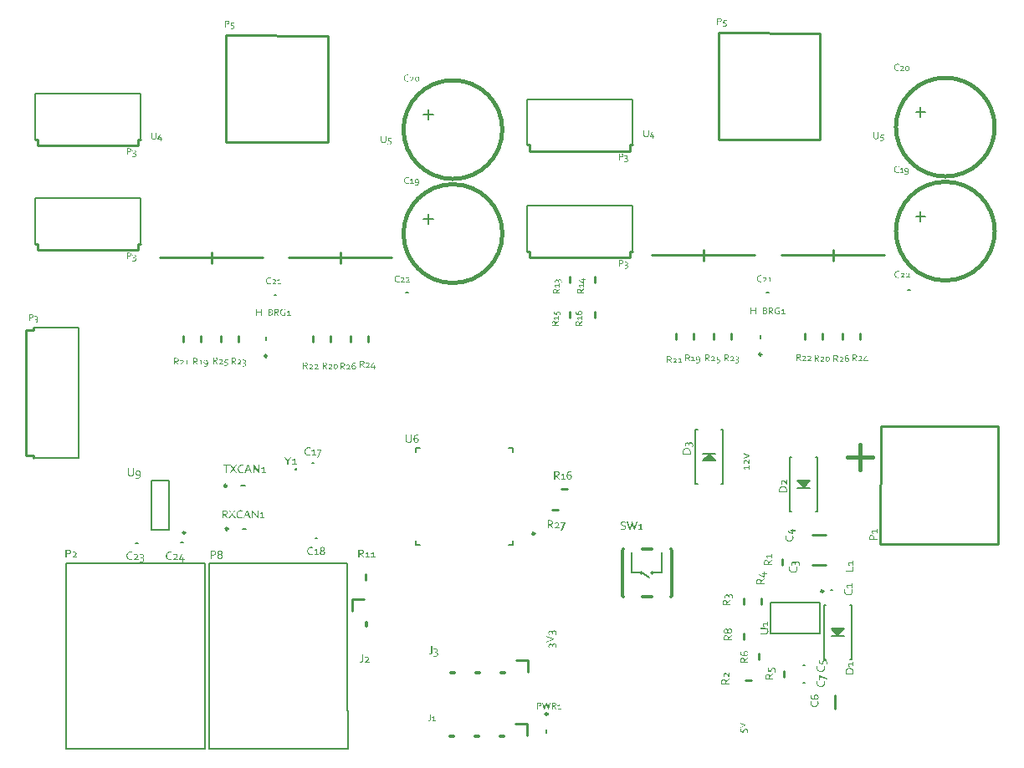
<source format=gto>
G04*
G04 #@! TF.GenerationSoftware,Altium Limited,Altium Designer,18.0.12 (696)*
G04*
G04 Layer_Color=13684944*
%FSLAX44Y44*%
%MOMM*%
G71*
G01*
G75*
%ADD10C,0.3048*%
%ADD11C,0.2500*%
%ADD12C,0.4064*%
%ADD13C,0.2540*%
%ADD14C,0.2032*%
%ADD15C,0.1270*%
%ADD16C,0.2000*%
G36*
X789414Y884464D02*
X789548Y884449D01*
X789711Y884434D01*
X789874Y884405D01*
X790053Y884345D01*
X790231Y884286D01*
X790246Y884271D01*
X790305Y884256D01*
X790395Y884211D01*
X790499Y884137D01*
X790617Y884063D01*
X790751Y883974D01*
X790885Y883855D01*
X791004Y883721D01*
X791019Y883706D01*
X791063Y883662D01*
X791123Y883587D01*
X791182Y883483D01*
X791271Y883350D01*
X791360Y883201D01*
X791435Y883023D01*
X791509Y882830D01*
Y882800D01*
X791539Y882740D01*
X791568Y882621D01*
X791598Y882473D01*
X791628Y882294D01*
X791657Y882072D01*
X791672Y881834D01*
X791687Y881581D01*
Y881403D01*
X791672Y881284D01*
X791657Y881135D01*
X791643Y880987D01*
X791583Y880645D01*
Y880630D01*
X791568Y880571D01*
X791539Y880482D01*
X791524Y880378D01*
X791479Y880259D01*
X791435Y880125D01*
X791331Y879858D01*
X790543D01*
Y879873D01*
X790573Y879932D01*
X790603Y880021D01*
X790647Y880125D01*
X790677Y880259D01*
X790721Y880393D01*
X790796Y880705D01*
Y880720D01*
X790811Y880779D01*
X790825Y880868D01*
X790840Y880972D01*
X790855Y881091D01*
X790870Y881225D01*
X790885Y881522D01*
Y881611D01*
X790870Y881715D01*
Y881849D01*
X790855Y881982D01*
X790825Y882146D01*
X790781Y882294D01*
X790736Y882443D01*
Y882458D01*
X790707Y882503D01*
X790677Y882577D01*
X790647Y882666D01*
X790528Y882859D01*
X790454Y882963D01*
X790380Y883052D01*
X790365Y883067D01*
X790335Y883097D01*
X790291Y883127D01*
X790231Y883186D01*
X790068Y883290D01*
X789860Y883394D01*
X789845D01*
X789800Y883409D01*
X789741Y883424D01*
X789666Y883454D01*
X789577Y883468D01*
X789473Y883483D01*
X789236Y883498D01*
X789221D01*
X789206D01*
X789102Y883483D01*
X788968Y883468D01*
X788805Y883439D01*
X788626Y883364D01*
X788433Y883275D01*
X788255Y883156D01*
X788106Y882978D01*
X788091Y882948D01*
X788047Y882889D01*
X787987Y882770D01*
X787928Y882607D01*
X787868Y882399D01*
X787809Y882146D01*
X787765Y881864D01*
X787750Y881522D01*
Y880883D01*
X786947D01*
Y881433D01*
X786932Y881566D01*
X786917Y881700D01*
X786903Y881849D01*
X786828Y882146D01*
Y882161D01*
X786799Y882205D01*
X786784Y882280D01*
X786739Y882369D01*
X786635Y882577D01*
X786501Y882770D01*
X786487Y882785D01*
X786457Y882815D01*
X786427Y882859D01*
X786368Y882904D01*
X786204Y883023D01*
X786011Y883127D01*
X785996D01*
X785967Y883141D01*
X785907Y883171D01*
X785833Y883186D01*
X785744Y883216D01*
X785640Y883231D01*
X785402Y883245D01*
X785387D01*
X785342D01*
X785268D01*
X785194Y883231D01*
X785001Y883186D01*
X784793Y883112D01*
X784778D01*
X784748Y883097D01*
X784704Y883067D01*
X784644Y883023D01*
X784510Y882919D01*
X784377Y882770D01*
X784362Y882755D01*
X784347Y882740D01*
X784317Y882696D01*
X784287Y882636D01*
X784213Y882473D01*
X784139Y882265D01*
Y882250D01*
X784124Y882220D01*
X784109Y882161D01*
X784094Y882072D01*
X784080Y881982D01*
X784065Y881879D01*
X784050Y881641D01*
Y881492D01*
X784065Y881373D01*
X784080Y881254D01*
X784094Y881106D01*
X784154Y880794D01*
Y880779D01*
X784169Y880720D01*
X784198Y880645D01*
X784228Y880541D01*
X784258Y880407D01*
X784302Y880274D01*
X784406Y879977D01*
X783619D01*
X783604Y880006D01*
X783589Y880066D01*
X783544Y880155D01*
X783500Y880289D01*
X783455Y880437D01*
X783411Y880586D01*
X783336Y880928D01*
Y880942D01*
X783322Y881002D01*
X783307Y881091D01*
X783292Y881195D01*
X783277Y881329D01*
X783262Y881462D01*
X783247Y881730D01*
Y881834D01*
X783262Y881938D01*
Y882086D01*
X783292Y882250D01*
X783322Y882428D01*
X783351Y882607D01*
X783411Y882785D01*
Y882800D01*
X783440Y882859D01*
X783470Y882948D01*
X783530Y883052D01*
X783663Y883305D01*
X783857Y883558D01*
X783871Y883572D01*
X783901Y883617D01*
X783961Y883676D01*
X784050Y883736D01*
X784154Y883825D01*
X784258Y883899D01*
X784391Y883974D01*
X784540Y884048D01*
X784555Y884063D01*
X784614Y884078D01*
X784689Y884107D01*
X784793Y884137D01*
X784912Y884167D01*
X785060Y884196D01*
X785224Y884226D01*
X785387D01*
X785402D01*
X785446D01*
X785506D01*
X785580Y884211D01*
X785773Y884196D01*
X785996Y884152D01*
X786011D01*
X786041Y884137D01*
X786100Y884122D01*
X786175Y884092D01*
X786338Y884018D01*
X786531Y883899D01*
X786546D01*
X786576Y883870D01*
X786620Y883840D01*
X786680Y883780D01*
X786828Y883647D01*
X786977Y883468D01*
X786992Y883454D01*
X787007Y883424D01*
X787051Y883364D01*
X787081Y883290D01*
X787140Y883201D01*
X787185Y883097D01*
X787244Y882963D01*
X787289Y882830D01*
X787304D01*
Y882844D01*
X787319Y882889D01*
Y882948D01*
X787348Y883023D01*
X787393Y883216D01*
X787482Y883439D01*
Y883454D01*
X787497Y883483D01*
X787527Y883543D01*
X787571Y883617D01*
X787675Y883780D01*
X787839Y883959D01*
X787854Y883974D01*
X787883Y884003D01*
X787928Y884048D01*
X788002Y884092D01*
X788091Y884152D01*
X788180Y884211D01*
X788418Y884330D01*
X788433D01*
X788478Y884360D01*
X788552Y884375D01*
X788641Y884405D01*
X788760Y884434D01*
X788894Y884449D01*
X789057Y884479D01*
X789221D01*
X789250D01*
X789310D01*
X789414Y884464D01*
D02*
G37*
G36*
X789176Y876069D02*
Y875207D01*
X781033Y872116D01*
Y873112D01*
X785224Y874672D01*
X785238D01*
X785283Y874702D01*
X785357Y874716D01*
X785461Y874761D01*
X785580Y874806D01*
X785729Y874865D01*
X785892Y874924D01*
X786071Y874984D01*
X786264Y875058D01*
X786487Y875133D01*
X786932Y875296D01*
X787423Y875459D01*
X787913Y875623D01*
Y875653D01*
X787898D01*
X787854Y875667D01*
X787779Y875697D01*
X787690Y875727D01*
X787571Y875771D01*
X787423Y875816D01*
X787259Y875875D01*
X787081Y875935D01*
X786888Y876009D01*
X786680Y876084D01*
X786219Y876247D01*
X785729Y876425D01*
X785224Y876603D01*
X781033Y878179D01*
Y879174D01*
X789176Y876069D01*
D02*
G37*
G36*
X789414Y871254D02*
X789548Y871239D01*
X789711Y871225D01*
X789874Y871195D01*
X790053Y871135D01*
X790231Y871076D01*
X790246Y871061D01*
X790305Y871046D01*
X790395Y871002D01*
X790499Y870927D01*
X790617Y870853D01*
X790751Y870764D01*
X790885Y870645D01*
X791004Y870511D01*
X791019Y870497D01*
X791063Y870452D01*
X791123Y870378D01*
X791182Y870274D01*
X791271Y870140D01*
X791360Y869991D01*
X791435Y869813D01*
X791509Y869620D01*
Y869590D01*
X791539Y869531D01*
X791568Y869412D01*
X791598Y869263D01*
X791628Y869085D01*
X791657Y868862D01*
X791672Y868624D01*
X791687Y868372D01*
Y868193D01*
X791672Y868074D01*
X791657Y867926D01*
X791643Y867777D01*
X791583Y867436D01*
Y867421D01*
X791568Y867361D01*
X791539Y867272D01*
X791524Y867168D01*
X791479Y867049D01*
X791435Y866916D01*
X791331Y866648D01*
X790543D01*
Y866663D01*
X790573Y866722D01*
X790603Y866811D01*
X790647Y866916D01*
X790677Y867049D01*
X790721Y867183D01*
X790796Y867495D01*
Y867510D01*
X790811Y867569D01*
X790825Y867658D01*
X790840Y867762D01*
X790855Y867881D01*
X790870Y868015D01*
X790885Y868312D01*
Y868401D01*
X790870Y868505D01*
Y868639D01*
X790855Y868773D01*
X790825Y868936D01*
X790781Y869085D01*
X790736Y869233D01*
Y869248D01*
X790707Y869293D01*
X790677Y869367D01*
X790647Y869456D01*
X790528Y869650D01*
X790454Y869753D01*
X790380Y869843D01*
X790365Y869857D01*
X790335Y869887D01*
X790291Y869917D01*
X790231Y869976D01*
X790068Y870080D01*
X789860Y870184D01*
X789845D01*
X789800Y870199D01*
X789741Y870214D01*
X789666Y870244D01*
X789577Y870259D01*
X789473Y870274D01*
X789236Y870288D01*
X789221D01*
X789206D01*
X789102Y870274D01*
X788968Y870259D01*
X788805Y870229D01*
X788626Y870155D01*
X788433Y870066D01*
X788255Y869947D01*
X788106Y869768D01*
X788091Y869739D01*
X788047Y869679D01*
X787987Y869560D01*
X787928Y869397D01*
X787868Y869189D01*
X787809Y868936D01*
X787765Y868654D01*
X787750Y868312D01*
Y867673D01*
X786947D01*
Y868223D01*
X786932Y868357D01*
X786917Y868491D01*
X786903Y868639D01*
X786828Y868936D01*
Y868951D01*
X786799Y868996D01*
X786784Y869070D01*
X786739Y869159D01*
X786635Y869367D01*
X786501Y869560D01*
X786487Y869575D01*
X786457Y869605D01*
X786427Y869650D01*
X786368Y869694D01*
X786204Y869813D01*
X786011Y869917D01*
X785996D01*
X785967Y869932D01*
X785907Y869962D01*
X785833Y869976D01*
X785744Y870006D01*
X785640Y870021D01*
X785402Y870036D01*
X785387D01*
X785342D01*
X785268D01*
X785194Y870021D01*
X785001Y869976D01*
X784793Y869902D01*
X784778D01*
X784748Y869887D01*
X784704Y869857D01*
X784644Y869813D01*
X784510Y869709D01*
X784377Y869560D01*
X784362Y869546D01*
X784347Y869531D01*
X784317Y869486D01*
X784287Y869427D01*
X784213Y869263D01*
X784139Y869055D01*
Y869040D01*
X784124Y869011D01*
X784109Y868951D01*
X784094Y868862D01*
X784080Y868773D01*
X784065Y868669D01*
X784050Y868431D01*
Y868282D01*
X784065Y868164D01*
X784080Y868045D01*
X784094Y867896D01*
X784154Y867584D01*
Y867569D01*
X784169Y867510D01*
X784198Y867436D01*
X784228Y867331D01*
X784258Y867198D01*
X784302Y867064D01*
X784406Y866767D01*
X783619D01*
X783604Y866797D01*
X783589Y866856D01*
X783544Y866945D01*
X783500Y867079D01*
X783455Y867227D01*
X783411Y867376D01*
X783336Y867718D01*
Y867733D01*
X783322Y867792D01*
X783307Y867881D01*
X783292Y867985D01*
X783277Y868119D01*
X783262Y868253D01*
X783247Y868520D01*
Y868624D01*
X783262Y868728D01*
Y868877D01*
X783292Y869040D01*
X783322Y869219D01*
X783351Y869397D01*
X783411Y869575D01*
Y869590D01*
X783440Y869650D01*
X783470Y869739D01*
X783530Y869843D01*
X783663Y870095D01*
X783857Y870348D01*
X783871Y870363D01*
X783901Y870407D01*
X783961Y870467D01*
X784050Y870526D01*
X784154Y870615D01*
X784258Y870690D01*
X784391Y870764D01*
X784540Y870838D01*
X784555Y870853D01*
X784614Y870868D01*
X784689Y870898D01*
X784793Y870927D01*
X784912Y870957D01*
X785060Y870987D01*
X785224Y871016D01*
X785387D01*
X785402D01*
X785446D01*
X785506D01*
X785580Y871002D01*
X785773Y870987D01*
X785996Y870942D01*
X786011D01*
X786041Y870927D01*
X786100Y870912D01*
X786175Y870883D01*
X786338Y870808D01*
X786531Y870690D01*
X786546D01*
X786576Y870660D01*
X786620Y870630D01*
X786680Y870571D01*
X786828Y870437D01*
X786977Y870259D01*
X786992Y870244D01*
X787007Y870214D01*
X787051Y870155D01*
X787081Y870080D01*
X787140Y869991D01*
X787185Y869887D01*
X787244Y869753D01*
X787289Y869620D01*
X787304D01*
Y869635D01*
X787319Y869679D01*
Y869739D01*
X787348Y869813D01*
X787393Y870006D01*
X787482Y870229D01*
Y870244D01*
X787497Y870274D01*
X787527Y870333D01*
X787571Y870407D01*
X787675Y870571D01*
X787839Y870749D01*
X787854Y870764D01*
X787883Y870794D01*
X787928Y870838D01*
X788002Y870883D01*
X788091Y870942D01*
X788180Y871002D01*
X788418Y871121D01*
X788433D01*
X788478Y871150D01*
X788552Y871165D01*
X788641Y871195D01*
X788760Y871225D01*
X788894Y871239D01*
X789057Y871269D01*
X789221D01*
X789250D01*
X789310D01*
X789414Y871254D01*
D02*
G37*
G36*
X982980Y788906D02*
Y787925D01*
X977200Y785741D01*
Y786692D01*
X980424Y787836D01*
X980439D01*
X980469Y787851D01*
X980513Y787866D01*
X980588Y787896D01*
X980662Y787925D01*
X980766Y787955D01*
X980974Y788029D01*
X981227Y788119D01*
X981509Y788223D01*
X981776Y788312D01*
X982029Y788401D01*
Y788416D01*
X981999Y788431D01*
X981910Y788460D01*
X981776Y788505D01*
X981598Y788579D01*
X981360Y788654D01*
X981093Y788758D01*
X980781Y788862D01*
X980424Y788995D01*
X977200Y790154D01*
Y791105D01*
X982980Y788906D01*
D02*
G37*
G36*
X978076Y782086D02*
X980484Y781744D01*
Y781774D01*
X980469Y781863D01*
Y782205D01*
X980484Y782324D01*
Y782487D01*
X980513Y782665D01*
X980543Y782874D01*
X980588Y783082D01*
X980647Y783275D01*
Y783304D01*
X980677Y783364D01*
X980721Y783468D01*
X980766Y783587D01*
X980840Y783735D01*
X980915Y783884D01*
X981019Y784033D01*
X981123Y784166D01*
X981137Y784181D01*
X981182Y784226D01*
X981242Y784285D01*
X981331Y784374D01*
X981435Y784463D01*
X981568Y784553D01*
X981717Y784642D01*
X981880Y784716D01*
X981895Y784731D01*
X981955Y784746D01*
X982059Y784775D01*
X982178Y784820D01*
X982326Y784850D01*
X982505Y784879D01*
X982698Y784894D01*
X982906Y784909D01*
X982935D01*
X982995D01*
X983099Y784894D01*
X983233Y784879D01*
X983396Y784865D01*
X983574Y784820D01*
X983753Y784775D01*
X983931Y784701D01*
X983946Y784686D01*
X984005Y784657D01*
X984094Y784612D01*
X984213Y784553D01*
X984332Y784463D01*
X984481Y784359D01*
X984614Y784240D01*
X984748Y784107D01*
X984763Y784092D01*
X984808Y784033D01*
X984867Y783958D01*
X984941Y783839D01*
X985031Y783706D01*
X985120Y783542D01*
X985209Y783364D01*
X985283Y783171D01*
X985298Y783141D01*
X985313Y783082D01*
X985343Y782963D01*
X985387Y782814D01*
X985432Y782621D01*
X985462Y782413D01*
X985476Y782160D01*
X985491Y781908D01*
Y781744D01*
X985476Y781625D01*
Y781492D01*
X985447Y781343D01*
X985402Y781031D01*
Y781016D01*
X985387Y780957D01*
X985357Y780882D01*
X985328Y780778D01*
X985298Y780659D01*
X985253Y780541D01*
X985135Y780273D01*
X984347D01*
Y780288D01*
X984377Y780347D01*
X984407Y780437D01*
X984451Y780541D01*
X984481Y780674D01*
X984525Y780823D01*
X984600Y781120D01*
Y781135D01*
X984614Y781194D01*
X984629Y781269D01*
Y781373D01*
X984644Y781492D01*
X984659Y781610D01*
X984674Y781863D01*
Y781952D01*
X984659Y782041D01*
Y782175D01*
X984644Y782309D01*
X984614Y782472D01*
X984525Y782769D01*
Y782784D01*
X984496Y782829D01*
X984466Y782903D01*
X984421Y782992D01*
X984317Y783200D01*
X984154Y783408D01*
X984139Y783423D01*
X984109Y783453D01*
X984065Y783497D01*
X983990Y783557D01*
X983827Y783676D01*
X983604Y783795D01*
X983589D01*
X983545Y783810D01*
X983485Y783839D01*
X983411Y783869D01*
X983307Y783884D01*
X983203Y783914D01*
X982950Y783929D01*
X982935D01*
X982876D01*
X982802D01*
X982698Y783914D01*
X982475Y783869D01*
X982237Y783795D01*
X982222D01*
X982178Y783765D01*
X982133Y783735D01*
X982059Y783691D01*
X981880Y783557D01*
X981717Y783379D01*
X981702Y783364D01*
X981687Y783334D01*
X981643Y783260D01*
X981598Y783186D01*
X981553Y783082D01*
X981494Y782948D01*
X981450Y782814D01*
X981405Y782651D01*
Y782636D01*
X981390Y782576D01*
X981375Y782487D01*
X981346Y782353D01*
X981331Y782205D01*
X981316Y782027D01*
X981301Y781833D01*
Y781432D01*
X981316Y781313D01*
Y781165D01*
X981331Y780972D01*
X981346Y780778D01*
X981375Y780555D01*
X977200Y781135D01*
Y785028D01*
X978076D01*
Y782086D01*
D02*
G37*
G36*
X986790Y1061743D02*
Y1060762D01*
X981010Y1058578D01*
Y1059529D01*
X984234Y1060673D01*
X984249D01*
X984279Y1060688D01*
X984323Y1060703D01*
X984398Y1060733D01*
X984472Y1060762D01*
X984576Y1060792D01*
X984784Y1060866D01*
X985037Y1060956D01*
X985319Y1061059D01*
X985586Y1061149D01*
X985839Y1061238D01*
Y1061253D01*
X985809Y1061267D01*
X985720Y1061297D01*
X985586Y1061342D01*
X985408Y1061416D01*
X985170Y1061490D01*
X984903Y1061594D01*
X984591Y1061698D01*
X984234Y1061832D01*
X981010Y1062991D01*
Y1063942D01*
X986790Y1061743D01*
D02*
G37*
G36*
Y1052961D02*
X986166D01*
Y1052976D01*
X986136Y1052991D01*
X986077Y1053080D01*
X985973Y1053214D01*
X985854Y1053392D01*
X985705Y1053585D01*
X985542Y1053808D01*
X985200Y1054254D01*
X985185Y1054284D01*
X985126Y1054358D01*
X985037Y1054462D01*
X984933Y1054611D01*
X984799Y1054759D01*
X984650Y1054938D01*
X984502Y1055116D01*
X984353Y1055279D01*
X984338Y1055294D01*
X984279Y1055354D01*
X984204Y1055428D01*
X984100Y1055532D01*
X983967Y1055636D01*
X983833Y1055740D01*
X983699Y1055859D01*
X983551Y1055948D01*
X983536Y1055963D01*
X983476Y1055993D01*
X983402Y1056022D01*
X983298Y1056082D01*
X983179Y1056126D01*
X983046Y1056156D01*
X982912Y1056186D01*
X982763Y1056201D01*
X982734D01*
X982674D01*
X982585Y1056186D01*
X982466Y1056156D01*
X982332Y1056111D01*
X982199Y1056052D01*
X982065Y1055978D01*
X981946Y1055859D01*
X981931Y1055844D01*
X981901Y1055799D01*
X981857Y1055710D01*
X981797Y1055606D01*
X981753Y1055472D01*
X981708Y1055294D01*
X981678Y1055101D01*
X981664Y1054878D01*
Y1054804D01*
X981678Y1054700D01*
X981693Y1054581D01*
X981708Y1054447D01*
X981738Y1054284D01*
X981812Y1053942D01*
Y1053927D01*
X981842Y1053868D01*
X981872Y1053779D01*
X981901Y1053660D01*
X981961Y1053526D01*
X982005Y1053363D01*
X982154Y1053021D01*
X981367D01*
X981352Y1053036D01*
X981337Y1053080D01*
X981292Y1053155D01*
X981248Y1053259D01*
X981188Y1053392D01*
X981129Y1053541D01*
X981069Y1053704D01*
X981010Y1053883D01*
Y1053912D01*
X980980Y1053972D01*
X980965Y1054076D01*
X980936Y1054210D01*
X980906Y1054373D01*
X980891Y1054566D01*
X980861Y1054774D01*
Y1055175D01*
X980876Y1055294D01*
X980891Y1055428D01*
X980921Y1055576D01*
X980995Y1055874D01*
Y1055889D01*
X981010Y1055948D01*
X981040Y1056022D01*
X981084Y1056111D01*
X981188Y1056334D01*
X981352Y1056557D01*
X981367Y1056572D01*
X981396Y1056602D01*
X981441Y1056661D01*
X981500Y1056721D01*
X981589Y1056795D01*
X981678Y1056884D01*
X981916Y1057018D01*
X981931Y1057033D01*
X981976Y1057048D01*
X982050Y1057077D01*
X982139Y1057107D01*
X982258Y1057137D01*
X982392Y1057152D01*
X982555Y1057181D01*
X982719D01*
X982734D01*
X982793D01*
X982897Y1057166D01*
X983001Y1057152D01*
X983149Y1057137D01*
X983298Y1057092D01*
X983447Y1057048D01*
X983610Y1056973D01*
X983625Y1056958D01*
X983684Y1056929D01*
X983759Y1056884D01*
X983863Y1056825D01*
X983982Y1056736D01*
X984130Y1056646D01*
X984264Y1056527D01*
X984413Y1056394D01*
X984427Y1056379D01*
X984472Y1056334D01*
X984546Y1056260D01*
X984650Y1056156D01*
X984754Y1056037D01*
X984888Y1055889D01*
X985022Y1055725D01*
X985170Y1055547D01*
X985185Y1055532D01*
X985230Y1055458D01*
X985304Y1055368D01*
X985408Y1055235D01*
X985512Y1055086D01*
X985646Y1054908D01*
X985780Y1054715D01*
X985928Y1054507D01*
X985958D01*
Y1054536D01*
X985943Y1054625D01*
Y1054759D01*
X985928Y1054923D01*
Y1055116D01*
X985913Y1055339D01*
Y1057672D01*
X986790D01*
Y1052961D01*
D02*
G37*
G36*
Y1047241D02*
X985913D01*
Y1049187D01*
X982020D01*
X982704Y1046988D01*
X981827D01*
X981010Y1049306D01*
Y1050138D01*
X985913D01*
Y1051728D01*
X986790D01*
Y1047241D01*
D02*
G37*
G36*
X650430Y1082951D02*
X650549D01*
X650667Y1082936D01*
X650801Y1082921D01*
X651069Y1082861D01*
X651084D01*
X651128Y1082846D01*
X651188Y1082832D01*
X651262Y1082817D01*
X651455Y1082742D01*
X651633Y1082668D01*
Y1081896D01*
X651618D01*
X651589Y1081910D01*
X651529Y1081925D01*
X651470Y1081955D01*
X651381Y1081970D01*
X651277Y1082000D01*
X651039Y1082059D01*
X651024D01*
X650980Y1082074D01*
X650920Y1082089D01*
X650831Y1082104D01*
X650727Y1082118D01*
X650608Y1082133D01*
X650341Y1082148D01*
X650266D01*
X650177Y1082133D01*
X650073Y1082118D01*
X649939Y1082104D01*
X649791Y1082074D01*
X649642Y1082014D01*
X649479Y1081955D01*
X649464Y1081940D01*
X649405Y1081925D01*
X649330Y1081881D01*
X649241Y1081821D01*
X649122Y1081747D01*
X649003Y1081643D01*
X648869Y1081539D01*
X648736Y1081405D01*
X648721Y1081390D01*
X648676Y1081346D01*
X648617Y1081256D01*
X648543Y1081152D01*
X648454Y1081004D01*
X648364Y1080841D01*
X648260Y1080662D01*
X648171Y1080454D01*
X648156Y1080424D01*
X648141Y1080350D01*
X648097Y1080231D01*
X648052Y1080068D01*
X647993Y1079860D01*
X647933Y1079637D01*
X647889Y1079369D01*
X647844Y1079087D01*
X647874D01*
X647889Y1079102D01*
X647948Y1079132D01*
X648023Y1079161D01*
X648127Y1079221D01*
X648245Y1079265D01*
X648394Y1079325D01*
X648706Y1079444D01*
X648721D01*
X648780Y1079459D01*
X648869Y1079488D01*
X648988Y1079518D01*
X649122Y1079533D01*
X649271Y1079563D01*
X649583Y1079577D01*
X649672D01*
X649776Y1079563D01*
X649910D01*
X650073Y1079533D01*
X650237Y1079503D01*
X650415Y1079473D01*
X650593Y1079414D01*
X650608D01*
X650667Y1079384D01*
X650757Y1079355D01*
X650861Y1079295D01*
X650994Y1079236D01*
X651113Y1079161D01*
X651247Y1079057D01*
X651381Y1078953D01*
X651396Y1078939D01*
X651440Y1078894D01*
X651500Y1078835D01*
X651574Y1078745D01*
X651648Y1078641D01*
X651737Y1078522D01*
X651826Y1078374D01*
X651901Y1078210D01*
X651916Y1078196D01*
X651930Y1078136D01*
X651960Y1078032D01*
X652005Y1077913D01*
X652035Y1077765D01*
X652064Y1077586D01*
X652079Y1077393D01*
X652094Y1077170D01*
Y1077141D01*
Y1077066D01*
X652079Y1076962D01*
Y1076814D01*
X652049Y1076650D01*
X652020Y1076472D01*
X651975Y1076294D01*
X651916Y1076100D01*
X651901Y1076086D01*
X651886Y1076026D01*
X651841Y1075922D01*
X651782Y1075818D01*
X651708Y1075684D01*
X651633Y1075536D01*
X651410Y1075254D01*
X651396Y1075239D01*
X651351Y1075194D01*
X651277Y1075135D01*
X651188Y1075060D01*
X651069Y1074971D01*
X650935Y1074882D01*
X650786Y1074793D01*
X650608Y1074719D01*
X650593Y1074704D01*
X650519Y1074689D01*
X650430Y1074659D01*
X650296Y1074629D01*
X650133Y1074585D01*
X649954Y1074555D01*
X649746Y1074540D01*
X649523Y1074525D01*
X649419D01*
X649301Y1074540D01*
X649137Y1074555D01*
X648959Y1074585D01*
X648765Y1074629D01*
X648572Y1074689D01*
X648379Y1074778D01*
X648364Y1074793D01*
X648305Y1074823D01*
X648201Y1074882D01*
X648097Y1074971D01*
X647963Y1075060D01*
X647815Y1075194D01*
X647666Y1075343D01*
X647532Y1075506D01*
X647517Y1075521D01*
X647473Y1075595D01*
X647413Y1075699D01*
X647339Y1075833D01*
X647250Y1075996D01*
X647176Y1076190D01*
X647086Y1076413D01*
X647012Y1076650D01*
Y1076665D01*
Y1076680D01*
X646982Y1076769D01*
X646953Y1076918D01*
X646923Y1077096D01*
X646893Y1077319D01*
X646864Y1077571D01*
X646849Y1077869D01*
X646834Y1078166D01*
Y1078181D01*
Y1078196D01*
Y1078270D01*
Y1078404D01*
X646849Y1078567D01*
Y1078745D01*
X646878Y1078968D01*
X646923Y1079414D01*
Y1079444D01*
X646938Y1079518D01*
X646968Y1079637D01*
X646997Y1079786D01*
X647042Y1079964D01*
X647086Y1080142D01*
X647220Y1080543D01*
X647235Y1080573D01*
X647250Y1080632D01*
X647294Y1080736D01*
X647354Y1080870D01*
X647428Y1081019D01*
X647503Y1081182D01*
X647696Y1081524D01*
X647710Y1081539D01*
X647755Y1081598D01*
X647815Y1081687D01*
X647889Y1081792D01*
X647993Y1081910D01*
X648112Y1082029D01*
X648379Y1082282D01*
X648394Y1082297D01*
X648454Y1082341D01*
X648528Y1082401D01*
X648632Y1082475D01*
X648765Y1082549D01*
X648899Y1082638D01*
X649063Y1082713D01*
X649241Y1082787D01*
X649256Y1082802D01*
X649330Y1082817D01*
X649419Y1082846D01*
X649553Y1082876D01*
X649702Y1082906D01*
X649880Y1082936D01*
X650058Y1082965D01*
X650341D01*
X650430Y1082951D01*
D02*
G37*
G36*
X645170Y1077779D02*
Y1077765D01*
Y1077735D01*
Y1077675D01*
Y1077601D01*
X645155Y1077408D01*
X645125Y1077185D01*
Y1077170D01*
Y1077126D01*
X645110Y1077066D01*
Y1076992D01*
X645080Y1076814D01*
X645036Y1076606D01*
Y1076591D01*
X645021Y1076531D01*
X644991Y1076442D01*
X644947Y1076338D01*
X644902Y1076205D01*
X644843Y1076071D01*
X644679Y1075774D01*
X644664Y1075759D01*
X644635Y1075714D01*
X644590Y1075640D01*
X644516Y1075551D01*
X644442Y1075447D01*
X644337Y1075328D01*
X644219Y1075209D01*
X644085Y1075105D01*
X644070Y1075090D01*
X644025Y1075060D01*
X643936Y1075016D01*
X643832Y1074956D01*
X643699Y1074882D01*
X643550Y1074808D01*
X643387Y1074733D01*
X643193Y1074674D01*
X643164D01*
X643104Y1074644D01*
X642985Y1074629D01*
X642852Y1074600D01*
X642673Y1074570D01*
X642465Y1074555D01*
X642228Y1074525D01*
X641856D01*
X641737Y1074540D01*
X641574D01*
X641395Y1074555D01*
X641202Y1074585D01*
X640994Y1074629D01*
X640801Y1074674D01*
X640786D01*
X640712Y1074704D01*
X640623Y1074733D01*
X640504Y1074778D01*
X640370Y1074823D01*
X640222Y1074897D01*
X639924Y1075060D01*
X639910Y1075075D01*
X639865Y1075105D01*
X639806Y1075164D01*
X639716Y1075239D01*
X639627Y1075328D01*
X639523Y1075432D01*
X639330Y1075684D01*
X639315Y1075699D01*
X639300Y1075744D01*
X639256Y1075818D01*
X639196Y1075922D01*
X639152Y1076026D01*
X639092Y1076160D01*
X638973Y1076457D01*
Y1076472D01*
X638959Y1076516D01*
X638944Y1076576D01*
X638929Y1076650D01*
X638899Y1076754D01*
X638884Y1076858D01*
X638840Y1077111D01*
Y1077126D01*
Y1077170D01*
X638825Y1077230D01*
Y1077319D01*
Y1077423D01*
X638810Y1077542D01*
Y1077779D01*
Y1082817D01*
X639806D01*
Y1077750D01*
Y1077735D01*
Y1077705D01*
Y1077646D01*
Y1077586D01*
X639820Y1077393D01*
X639835Y1077185D01*
Y1077170D01*
X639850Y1077141D01*
Y1077081D01*
X639865Y1077022D01*
X639910Y1076843D01*
X639969Y1076665D01*
X639984Y1076635D01*
X640014Y1076561D01*
X640058Y1076457D01*
X640133Y1076323D01*
X640237Y1076175D01*
X640355Y1076026D01*
X640504Y1075863D01*
X640667Y1075729D01*
X640697Y1075714D01*
X640757Y1075684D01*
X640875Y1075625D01*
X641024Y1075565D01*
X641217Y1075506D01*
X641440Y1075447D01*
X641693Y1075417D01*
X641990Y1075402D01*
X642138D01*
X642242Y1075417D01*
X642361D01*
X642495Y1075447D01*
X642763Y1075491D01*
X642777D01*
X642822Y1075506D01*
X642896Y1075536D01*
X642971Y1075565D01*
X643164Y1075655D01*
X643372Y1075788D01*
X643387Y1075803D01*
X643416Y1075818D01*
X643461Y1075863D01*
X643520Y1075922D01*
X643654Y1076056D01*
X643788Y1076234D01*
X643803Y1076249D01*
X643818Y1076279D01*
X643847Y1076338D01*
X643892Y1076413D01*
X643936Y1076502D01*
X643981Y1076606D01*
X644055Y1076829D01*
Y1076843D01*
X644070Y1076858D01*
Y1076903D01*
X644085Y1076962D01*
X644115Y1077111D01*
X644144Y1077274D01*
Y1077289D01*
Y1077319D01*
X644159Y1077364D01*
Y1077423D01*
X644174Y1077586D01*
Y1077750D01*
Y1082817D01*
X645170D01*
Y1077779D01*
D02*
G37*
G36*
X363992Y1043744D02*
Y1043729D01*
Y1043699D01*
Y1043640D01*
Y1043565D01*
X363977Y1043372D01*
X363947Y1043149D01*
Y1043134D01*
Y1043090D01*
X363932Y1043030D01*
Y1042956D01*
X363903Y1042778D01*
X363858Y1042570D01*
Y1042555D01*
X363843Y1042495D01*
X363813Y1042406D01*
X363769Y1042302D01*
X363724Y1042169D01*
X363665Y1042035D01*
X363501Y1041738D01*
X363486Y1041723D01*
X363457Y1041678D01*
X363412Y1041604D01*
X363338Y1041515D01*
X363264Y1041411D01*
X363159Y1041292D01*
X363041Y1041173D01*
X362907Y1041069D01*
X362892Y1041054D01*
X362848Y1041024D01*
X362758Y1040980D01*
X362654Y1040920D01*
X362521Y1040846D01*
X362372Y1040772D01*
X362209Y1040697D01*
X362015Y1040638D01*
X361986D01*
X361926Y1040608D01*
X361807Y1040593D01*
X361674Y1040564D01*
X361495Y1040534D01*
X361287Y1040519D01*
X361050Y1040489D01*
X360678D01*
X360559Y1040504D01*
X360396D01*
X360218Y1040519D01*
X360024Y1040549D01*
X359816Y1040593D01*
X359623Y1040638D01*
X359608D01*
X359534Y1040668D01*
X359445Y1040697D01*
X359326Y1040742D01*
X359192Y1040787D01*
X359044Y1040861D01*
X358746Y1041024D01*
X358732Y1041039D01*
X358687Y1041069D01*
X358628Y1041128D01*
X358538Y1041203D01*
X358449Y1041292D01*
X358345Y1041396D01*
X358152Y1041648D01*
X358137Y1041663D01*
X358122Y1041708D01*
X358078Y1041782D01*
X358018Y1041886D01*
X357974Y1041990D01*
X357914Y1042124D01*
X357795Y1042421D01*
Y1042436D01*
X357781Y1042480D01*
X357766Y1042540D01*
X357751Y1042614D01*
X357721Y1042718D01*
X357706Y1042822D01*
X357662Y1043075D01*
Y1043090D01*
Y1043134D01*
X357647Y1043194D01*
Y1043283D01*
Y1043387D01*
X357632Y1043506D01*
Y1043744D01*
Y1048781D01*
X358628D01*
Y1043714D01*
Y1043699D01*
Y1043669D01*
Y1043610D01*
Y1043550D01*
X358642Y1043357D01*
X358657Y1043149D01*
Y1043134D01*
X358672Y1043105D01*
Y1043045D01*
X358687Y1042986D01*
X358732Y1042807D01*
X358791Y1042629D01*
X358806Y1042599D01*
X358836Y1042525D01*
X358880Y1042421D01*
X358955Y1042287D01*
X359058Y1042139D01*
X359177Y1041990D01*
X359326Y1041827D01*
X359489Y1041693D01*
X359519Y1041678D01*
X359579Y1041648D01*
X359697Y1041589D01*
X359846Y1041529D01*
X360039Y1041470D01*
X360262Y1041411D01*
X360515Y1041381D01*
X360812Y1041366D01*
X360960D01*
X361064Y1041381D01*
X361183D01*
X361317Y1041411D01*
X361585Y1041455D01*
X361599D01*
X361644Y1041470D01*
X361718Y1041500D01*
X361792Y1041529D01*
X361986Y1041619D01*
X362194Y1041752D01*
X362209Y1041767D01*
X362238Y1041782D01*
X362283Y1041827D01*
X362342Y1041886D01*
X362476Y1042020D01*
X362610Y1042198D01*
X362625Y1042213D01*
X362640Y1042243D01*
X362669Y1042302D01*
X362714Y1042376D01*
X362758Y1042466D01*
X362803Y1042570D01*
X362877Y1042793D01*
Y1042807D01*
X362892Y1042822D01*
Y1042867D01*
X362907Y1042926D01*
X362937Y1043075D01*
X362966Y1043238D01*
Y1043253D01*
Y1043283D01*
X362981Y1043327D01*
Y1043387D01*
X362996Y1043550D01*
Y1043714D01*
Y1048781D01*
X363992D01*
Y1043744D01*
D02*
G37*
G36*
X368345Y1046552D02*
X368509Y1046537D01*
X368687Y1046507D01*
X368880Y1046463D01*
X369088Y1046403D01*
X369282Y1046314D01*
X369311Y1046299D01*
X369371Y1046270D01*
X369460Y1046210D01*
X369579Y1046121D01*
X369727Y1046017D01*
X369861Y1045898D01*
X370009Y1045750D01*
X370143Y1045571D01*
X370158Y1045556D01*
X370203Y1045482D01*
X370262Y1045378D01*
X370336Y1045229D01*
X370426Y1045066D01*
X370515Y1044858D01*
X370589Y1044620D01*
X370663Y1044353D01*
Y1044338D01*
X370678Y1044323D01*
Y1044278D01*
X370693Y1044234D01*
X370723Y1044085D01*
X370767Y1043877D01*
X370797Y1043640D01*
X370827Y1043357D01*
X370842Y1043045D01*
X370857Y1042703D01*
Y1042674D01*
Y1042599D01*
Y1042480D01*
X370842Y1042317D01*
Y1042139D01*
X370827Y1041931D01*
X370767Y1041500D01*
Y1041470D01*
X370752Y1041396D01*
X370738Y1041292D01*
X370708Y1041143D01*
X370663Y1040980D01*
X370619Y1040801D01*
X370500Y1040415D01*
X370485Y1040400D01*
X370470Y1040326D01*
X370426Y1040237D01*
X370381Y1040118D01*
X370307Y1039969D01*
X370232Y1039821D01*
X370039Y1039494D01*
X370024Y1039479D01*
X369995Y1039420D01*
X369935Y1039345D01*
X369861Y1039256D01*
X369757Y1039137D01*
X369638Y1039018D01*
X369519Y1038900D01*
X369371Y1038781D01*
X369356Y1038766D01*
X369296Y1038736D01*
X369222Y1038677D01*
X369118Y1038602D01*
X368984Y1038528D01*
X368821Y1038454D01*
X368657Y1038379D01*
X368464Y1038305D01*
X368434D01*
X368375Y1038275D01*
X368271Y1038246D01*
X368137Y1038216D01*
X367959Y1038186D01*
X367766Y1038157D01*
X367558Y1038142D01*
X367320Y1038127D01*
X367157D01*
X367038Y1038142D01*
X366904Y1038157D01*
X366755Y1038171D01*
X366458Y1038231D01*
X366443D01*
X366399Y1038246D01*
X366310Y1038275D01*
X366221Y1038290D01*
X365998Y1038379D01*
X365760Y1038483D01*
Y1039271D01*
X365775D01*
X365819Y1039241D01*
X365879Y1039226D01*
X365953Y1039182D01*
X366057Y1039152D01*
X366176Y1039108D01*
X366443Y1039033D01*
X366458D01*
X366518Y1039018D01*
X366592Y1039004D01*
X366696Y1038989D01*
X366815Y1038974D01*
X366949Y1038959D01*
X367246Y1038944D01*
X367335D01*
X367454Y1038959D01*
X367588Y1038974D01*
X367736Y1038989D01*
X367914Y1039018D01*
X368078Y1039063D01*
X368256Y1039122D01*
X368271Y1039137D01*
X368330Y1039152D01*
X368420Y1039197D01*
X368524Y1039256D01*
X368657Y1039330D01*
X368776Y1039420D01*
X368910Y1039524D01*
X369044Y1039657D01*
X369059Y1039672D01*
X369103Y1039732D01*
X369163Y1039806D01*
X369237Y1039910D01*
X369326Y1040044D01*
X369415Y1040207D01*
X369504Y1040385D01*
X369579Y1040593D01*
X369594Y1040623D01*
X369608Y1040697D01*
X369653Y1040816D01*
X369697Y1040980D01*
X369742Y1041173D01*
X369787Y1041411D01*
X369816Y1041678D01*
X369846Y1041975D01*
X369816D01*
X369801Y1041961D01*
X369712Y1041916D01*
X369594Y1041856D01*
X369430Y1041782D01*
X369415D01*
X369400Y1041767D01*
X369356Y1041752D01*
X369296Y1041723D01*
X369148Y1041678D01*
X368984Y1041619D01*
X368969D01*
X368940Y1041604D01*
X368895D01*
X368836Y1041589D01*
X368672Y1041559D01*
X368494Y1041529D01*
X368449D01*
X368405Y1041515D01*
X368330D01*
X368182Y1041500D01*
X367900D01*
X367810Y1041515D01*
X367691D01*
X367543Y1041529D01*
X367394Y1041559D01*
X367053Y1041648D01*
X367038Y1041663D01*
X366978Y1041678D01*
X366904Y1041708D01*
X366800Y1041767D01*
X366681Y1041827D01*
X366547Y1041901D01*
X366295Y1042094D01*
X366280Y1042109D01*
X366235Y1042154D01*
X366176Y1042213D01*
X366102Y1042302D01*
X366027Y1042421D01*
X365938Y1042540D01*
X365849Y1042689D01*
X365775Y1042852D01*
Y1042867D01*
X365745Y1042941D01*
X365715Y1043030D01*
X365686Y1043164D01*
X365656Y1043313D01*
X365626Y1043491D01*
X365611Y1043684D01*
X365596Y1043907D01*
Y1043937D01*
Y1043996D01*
X365611Y1044100D01*
Y1044249D01*
X365641Y1044397D01*
X365671Y1044576D01*
X365700Y1044769D01*
X365760Y1044947D01*
X365775Y1044962D01*
X365790Y1045036D01*
X365834Y1045125D01*
X365879Y1045244D01*
X365953Y1045363D01*
X366027Y1045512D01*
X366235Y1045794D01*
X366250Y1045809D01*
X366295Y1045854D01*
X366369Y1045913D01*
X366458Y1046002D01*
X366577Y1046091D01*
X366711Y1046180D01*
X366874Y1046270D01*
X367038Y1046359D01*
X367053Y1046374D01*
X367127Y1046388D01*
X367216Y1046418D01*
X367350Y1046463D01*
X367513Y1046507D01*
X367691Y1046537D01*
X367885Y1046552D01*
X368108Y1046567D01*
X368227D01*
X368345Y1046552D01*
D02*
G37*
G36*
X444277Y965200D02*
X444410D01*
X444574Y965185D01*
X444886Y965140D01*
X444901D01*
X444960Y965126D01*
X445049Y965111D01*
X445153Y965096D01*
X445272Y965066D01*
X445406Y965036D01*
X445688Y964962D01*
X445703D01*
X445718Y964947D01*
X445807Y964918D01*
X445941Y964843D01*
X446104Y964769D01*
X446283Y964650D01*
X446461Y964516D01*
X446639Y964353D01*
X446788Y964175D01*
X446803Y964145D01*
X446847Y964085D01*
X446907Y963967D01*
X446981Y963818D01*
X447055Y963640D01*
X447115Y963417D01*
X447159Y963164D01*
X447174Y962897D01*
Y962867D01*
Y962793D01*
X447159Y962674D01*
X447144Y962525D01*
X447115Y962362D01*
X447070Y962169D01*
X447011Y961975D01*
X446922Y961797D01*
X446907Y961782D01*
X446877Y961723D01*
X446818Y961634D01*
X446743Y961530D01*
X446639Y961396D01*
X446506Y961277D01*
X446357Y961143D01*
X446193Y961010D01*
X446179Y960995D01*
X446104Y960965D01*
X446015Y960906D01*
X445881Y960831D01*
X445718Y960757D01*
X445525Y960683D01*
X445302Y960608D01*
X445064Y960534D01*
X445034D01*
X444945Y960504D01*
X444812Y960490D01*
X444618Y960460D01*
X444395Y960430D01*
X444143Y960415D01*
X443846Y960386D01*
X443281D01*
X443147Y960400D01*
X443014D01*
X442702Y960415D01*
Y957072D01*
X441706D01*
Y965215D01*
X444143D01*
X444277Y965200D01*
D02*
G37*
G36*
X451275Y965349D02*
X451409Y965334D01*
X451558Y965304D01*
X451884Y965215D01*
X451899D01*
X451959Y965185D01*
X452048Y965155D01*
X452152Y965111D01*
X452271Y965051D01*
X452405Y964992D01*
X452672Y964814D01*
X452687Y964799D01*
X452731Y964769D01*
X452791Y964709D01*
X452880Y964635D01*
X452969Y964531D01*
X453058Y964412D01*
X453147Y964294D01*
X453237Y964145D01*
X453251Y964130D01*
X453266Y964071D01*
X453296Y963996D01*
X453341Y963892D01*
X453385Y963758D01*
X453415Y963595D01*
X453430Y963432D01*
X453445Y963239D01*
Y963224D01*
Y963179D01*
Y963105D01*
X453430Y963016D01*
X453415Y962912D01*
X453400Y962793D01*
X453326Y962540D01*
Y962525D01*
X453311Y962481D01*
X453281Y962421D01*
X453237Y962347D01*
X453133Y962169D01*
X452999Y961975D01*
X452984Y961961D01*
X452969Y961931D01*
X452924Y961886D01*
X452865Y961842D01*
X452716Y961693D01*
X452523Y961559D01*
X452509D01*
X452479Y961530D01*
X452419Y961500D01*
X452360Y961470D01*
X452167Y961381D01*
X451959Y961292D01*
Y961262D01*
X451974D01*
X452018Y961247D01*
X452078Y961233D01*
X452167Y961203D01*
X452360Y961128D01*
X452583Y961010D01*
X452598D01*
X452627Y960980D01*
X452687Y960950D01*
X452761Y960891D01*
X452924Y960772D01*
X453103Y960594D01*
X453118Y960579D01*
X453147Y960549D01*
X453192Y960490D01*
X453237Y960430D01*
X453296Y960341D01*
X453355Y960237D01*
X453474Y959984D01*
Y959969D01*
X453504Y959925D01*
X453519Y959851D01*
X453549Y959762D01*
X453578Y959643D01*
X453593Y959509D01*
X453623Y959360D01*
Y959197D01*
Y959182D01*
Y959108D01*
X453608Y959018D01*
X453593Y958900D01*
X453578Y958766D01*
X453549Y958603D01*
X453489Y958454D01*
X453430Y958290D01*
X453415Y958276D01*
X453400Y958216D01*
X453355Y958142D01*
X453296Y958038D01*
X453207Y957934D01*
X453118Y957815D01*
X453014Y957681D01*
X452880Y957562D01*
X452865Y957548D01*
X452821Y957518D01*
X452746Y957458D01*
X452642Y957399D01*
X452523Y957310D01*
X452390Y957235D01*
X452226Y957161D01*
X452048Y957087D01*
X452033D01*
X451959Y957057D01*
X451870Y957042D01*
X451736Y957013D01*
X451587Y956983D01*
X451409Y956953D01*
X451201Y956938D01*
X450993Y956923D01*
X450889D01*
X450785Y956938D01*
X450636D01*
X450473Y956968D01*
X450280Y956998D01*
X450101Y957027D01*
X449908Y957087D01*
X449893Y957102D01*
X449834Y957117D01*
X449745Y957161D01*
X449626Y957221D01*
X449492Y957280D01*
X449358Y957369D01*
X449076Y957562D01*
X449061Y957577D01*
X449017Y957622D01*
X448957Y957681D01*
X448883Y957770D01*
X448794Y957874D01*
X448705Y958008D01*
X448541Y958290D01*
Y958305D01*
X448511Y958365D01*
X448482Y958454D01*
X448452Y958558D01*
X448422Y958692D01*
X448393Y958855D01*
X448378Y959018D01*
X448363Y959197D01*
Y959212D01*
Y959271D01*
Y959360D01*
X448378Y959464D01*
X448393Y959583D01*
X448407Y959717D01*
X448482Y959984D01*
Y959999D01*
X448511Y960044D01*
X448526Y960118D01*
X448571Y960192D01*
X448675Y960386D01*
X448809Y960594D01*
X448824Y960608D01*
X448853Y960638D01*
X448898Y960683D01*
X448957Y960742D01*
X449121Y960876D01*
X449314Y961010D01*
X449329Y961024D01*
X449373Y961039D01*
X449433Y961069D01*
X449507Y961114D01*
X449596Y961143D01*
X449700Y961188D01*
X449938Y961262D01*
Y961292D01*
X449923D01*
X449878Y961307D01*
X449819Y961337D01*
X449745Y961366D01*
X449566Y961455D01*
X449373Y961559D01*
X449358Y961574D01*
X449329Y961589D01*
X449284Y961634D01*
X449225Y961678D01*
X449076Y961812D01*
X448927Y961975D01*
X448913Y961990D01*
X448898Y962020D01*
X448868Y962079D01*
X448824Y962139D01*
X448719Y962317D01*
X448630Y962540D01*
Y962555D01*
X448615Y962599D01*
X448601Y962659D01*
X448586Y962748D01*
X448556Y962852D01*
X448541Y962971D01*
X448526Y963239D01*
Y963268D01*
Y963328D01*
X448541Y963417D01*
X448556Y963550D01*
X448571Y963684D01*
X448615Y963848D01*
X448660Y963996D01*
X448719Y964145D01*
X448734Y964160D01*
X448764Y964219D01*
X448809Y964294D01*
X448868Y964383D01*
X448942Y964487D01*
X449046Y964591D01*
X449269Y964814D01*
X449284Y964828D01*
X449329Y964858D01*
X449403Y964903D01*
X449507Y964962D01*
X449626Y965036D01*
X449760Y965096D01*
X450057Y965215D01*
X450072D01*
X450131Y965245D01*
X450220Y965259D01*
X450339Y965289D01*
X450473Y965319D01*
X450636Y965334D01*
X450978Y965363D01*
X451156D01*
X451275Y965349D01*
D02*
G37*
G36*
X595627Y853773D02*
Y853758D01*
Y853684D01*
X595612Y853595D01*
Y853476D01*
X595582Y853343D01*
X595552Y853194D01*
X595523Y853045D01*
X595463Y852897D01*
Y852882D01*
X595434Y852837D01*
X595404Y852763D01*
X595359Y852674D01*
X595225Y852481D01*
X595032Y852273D01*
X595018Y852258D01*
X594988Y852228D01*
X594928Y852184D01*
X594839Y852139D01*
X594735Y852065D01*
X594631Y852005D01*
X594497Y851946D01*
X594349Y851901D01*
X594334D01*
X594274Y851886D01*
X594200Y851857D01*
X594081Y851842D01*
X593963Y851812D01*
X593799Y851782D01*
X593636Y851767D01*
X593383D01*
X593309Y851782D01*
X593219D01*
X592982Y851812D01*
X592744Y851842D01*
X592729D01*
X592700Y851857D01*
X592640Y851871D01*
X592581Y851886D01*
X592447Y851916D01*
X592313Y851961D01*
Y852837D01*
X592328D01*
X592358Y852822D01*
X592402Y852807D01*
X592462Y852778D01*
X592610Y852733D01*
X592803Y852689D01*
X592848D01*
X592907Y852674D01*
X592982D01*
X593160Y852659D01*
X593383Y852644D01*
X593487D01*
X593546Y852659D01*
X593710Y852674D01*
X593873Y852703D01*
X593888D01*
X593918Y852718D01*
X593963Y852733D01*
X594007Y852748D01*
X594141Y852807D01*
X594274Y852897D01*
X594289D01*
X594304Y852926D01*
X594364Y853001D01*
X594453Y853120D01*
X594527Y853283D01*
Y853298D01*
X594542Y853328D01*
X594557Y853387D01*
X594587Y853461D01*
X594601Y853550D01*
X594616Y853654D01*
X594631Y853892D01*
Y860059D01*
X595627D01*
Y853773D01*
D02*
G37*
G36*
X599891Y857830D02*
X600025Y857815D01*
X600174Y857785D01*
X600471Y857711D01*
X600486D01*
X600545Y857696D01*
X600619Y857666D01*
X600709Y857622D01*
X600931Y857518D01*
X601154Y857354D01*
X601169Y857339D01*
X601199Y857310D01*
X601258Y857265D01*
X601318Y857206D01*
X601392Y857117D01*
X601481Y857028D01*
X601615Y856790D01*
X601630Y856775D01*
X601645Y856730D01*
X601674Y856656D01*
X601704Y856567D01*
X601734Y856448D01*
X601749Y856314D01*
X601778Y856151D01*
Y855987D01*
Y855973D01*
Y855913D01*
X601763Y855809D01*
X601749Y855705D01*
X601734Y855556D01*
X601689Y855408D01*
X601645Y855259D01*
X601570Y855096D01*
X601555Y855081D01*
X601526Y855022D01*
X601481Y854947D01*
X601422Y854843D01*
X601333Y854724D01*
X601243Y854576D01*
X601124Y854442D01*
X600991Y854293D01*
X600976Y854279D01*
X600931Y854234D01*
X600857Y854160D01*
X600753Y854056D01*
X600634Y853952D01*
X600486Y853818D01*
X600322Y853684D01*
X600144Y853536D01*
X600129Y853521D01*
X600055Y853476D01*
X599966Y853402D01*
X599832Y853298D01*
X599683Y853194D01*
X599505Y853060D01*
X599312Y852926D01*
X599104Y852778D01*
Y852748D01*
X599133D01*
X599223Y852763D01*
X599356D01*
X599520Y852778D01*
X599713D01*
X599936Y852793D01*
X602269D01*
Y851916D01*
X597558D01*
Y852540D01*
X597573D01*
X597588Y852570D01*
X597677Y852629D01*
X597811Y852733D01*
X597989Y852852D01*
X598182Y853001D01*
X598405Y853164D01*
X598851Y853506D01*
X598881Y853521D01*
X598955Y853580D01*
X599059Y853669D01*
X599208Y853773D01*
X599356Y853907D01*
X599535Y854056D01*
X599713Y854204D01*
X599876Y854353D01*
X599891Y854368D01*
X599951Y854427D01*
X600025Y854501D01*
X600129Y854605D01*
X600233Y854739D01*
X600337Y854873D01*
X600456Y855007D01*
X600545Y855155D01*
X600560Y855170D01*
X600590Y855230D01*
X600619Y855304D01*
X600679Y855408D01*
X600723Y855527D01*
X600753Y855660D01*
X600783Y855794D01*
X600798Y855943D01*
Y855973D01*
Y856032D01*
X600783Y856121D01*
X600753Y856240D01*
X600709Y856374D01*
X600649Y856507D01*
X600575Y856641D01*
X600456Y856760D01*
X600441Y856775D01*
X600396Y856805D01*
X600307Y856849D01*
X600203Y856909D01*
X600070Y856953D01*
X599891Y856998D01*
X599698Y857028D01*
X599475Y857042D01*
X599401D01*
X599297Y857028D01*
X599178Y857013D01*
X599044Y856998D01*
X598881Y856968D01*
X598539Y856894D01*
X598524D01*
X598465Y856864D01*
X598376Y856834D01*
X598257Y856805D01*
X598123Y856745D01*
X597960Y856701D01*
X597618Y856552D01*
Y857339D01*
X597633Y857354D01*
X597677Y857369D01*
X597752Y857414D01*
X597855Y857458D01*
X597989Y857518D01*
X598138Y857577D01*
X598301Y857637D01*
X598480Y857696D01*
X598509D01*
X598569Y857726D01*
X598673Y857741D01*
X598806Y857770D01*
X598970Y857800D01*
X599163Y857815D01*
X599371Y857845D01*
X599772D01*
X599891Y857830D01*
D02*
G37*
G36*
X400757Y964333D02*
X400935Y964318D01*
X401025D01*
X401084Y964303D01*
X401247Y964288D01*
X401411Y964258D01*
X401455D01*
X401500Y964243D01*
X401559Y964228D01*
X401693Y964199D01*
X401842Y964154D01*
X401872D01*
X401961Y964124D01*
X402065Y964095D01*
X402184Y964050D01*
Y963188D01*
X402169D01*
X402124Y963203D01*
X402050Y963233D01*
X401946Y963263D01*
X401827Y963292D01*
X401678Y963322D01*
X401366Y963382D01*
X401352D01*
X401292Y963396D01*
X401203Y963411D01*
X401084Y963426D01*
X400950Y963441D01*
X400802Y963456D01*
X400475Y963471D01*
X400356D01*
X400222Y963456D01*
X400059Y963441D01*
X399866Y963411D01*
X399643Y963382D01*
X399420Y963322D01*
X399197Y963248D01*
X399167Y963233D01*
X399093Y963203D01*
X398989Y963159D01*
X398840Y963084D01*
X398677Y962995D01*
X398513Y962876D01*
X398335Y962742D01*
X398157Y962594D01*
X398142Y962579D01*
X398083Y962520D01*
X398008Y962430D01*
X397904Y962312D01*
X397800Y962148D01*
X397681Y961970D01*
X397577Y961762D01*
X397473Y961539D01*
X397458Y961509D01*
X397429Y961420D01*
X397399Y961286D01*
X397354Y961108D01*
X397295Y960900D01*
X397265Y960647D01*
X397236Y960365D01*
X397221Y960053D01*
Y960038D01*
Y960023D01*
Y959964D01*
Y959904D01*
X397236Y959756D01*
X397250Y959548D01*
X397280Y959325D01*
X397310Y959072D01*
X397369Y958820D01*
X397444Y958582D01*
X397458Y958552D01*
X397488Y958478D01*
X397548Y958374D01*
X397622Y958225D01*
X397711Y958062D01*
X397830Y957898D01*
X397964Y957735D01*
X398112Y957572D01*
X398127Y957557D01*
X398186Y957512D01*
X398276Y957438D01*
X398409Y957349D01*
X398558Y957245D01*
X398736Y957156D01*
X398929Y957052D01*
X399152Y956977D01*
X399182Y956962D01*
X399256Y956947D01*
X399390Y956918D01*
X399554Y956888D01*
X399762Y956843D01*
X399985Y956814D01*
X400237Y956799D01*
X400519Y956784D01*
X400772D01*
X400935Y956799D01*
X400980D01*
X401025Y956814D01*
X401084D01*
X401233Y956829D01*
X401396Y956858D01*
X401411D01*
X401441Y956873D01*
X401485D01*
X401545Y956888D01*
X401693Y956918D01*
X401857Y956947D01*
X401872D01*
X401901Y956962D01*
X401990Y956977D01*
X402124Y957022D01*
X402258Y957066D01*
Y956190D01*
X402243D01*
X402198Y956175D01*
X402109Y956145D01*
X402020Y956115D01*
X401886Y956086D01*
X401738Y956041D01*
X401589Y956011D01*
X401411Y955982D01*
X401396D01*
X401337Y955967D01*
X401233Y955952D01*
X401114D01*
X400965Y955937D01*
X400802Y955922D01*
X400445Y955907D01*
X400267D01*
X400178Y955922D01*
X400074D01*
X399836Y955937D01*
X399554Y955982D01*
X399241Y956026D01*
X398929Y956101D01*
X398632Y956190D01*
X398617D01*
X398603Y956205D01*
X398558Y956219D01*
X398499Y956249D01*
X398350Y956309D01*
X398172Y956398D01*
X397964Y956517D01*
X397741Y956650D01*
X397518Y956814D01*
X397310Y956992D01*
X397280Y957022D01*
X397221Y957081D01*
X397132Y957200D01*
X397013Y957349D01*
X396879Y957542D01*
X396745Y957765D01*
X396626Y958017D01*
X396507Y958285D01*
Y958300D01*
X396493Y958315D01*
X396478Y958359D01*
X396463Y958419D01*
X396418Y958582D01*
X396374Y958790D01*
X396329Y959043D01*
X396285Y959340D01*
X396255Y959667D01*
X396240Y960023D01*
Y960038D01*
Y960068D01*
Y960113D01*
Y960187D01*
X396255Y960261D01*
Y960365D01*
X396270Y960588D01*
X396314Y960855D01*
X396359Y961153D01*
X396433Y961465D01*
X396522Y961762D01*
Y961777D01*
X396537Y961792D01*
X396552Y961836D01*
X396582Y961896D01*
X396641Y962044D01*
X396745Y962237D01*
X396849Y962445D01*
X396998Y962683D01*
X397161Y962906D01*
X397354Y963129D01*
X397384Y963159D01*
X397458Y963218D01*
X397562Y963322D01*
X397726Y963456D01*
X397919Y963604D01*
X398142Y963753D01*
X398395Y963887D01*
X398677Y964020D01*
X398692D01*
X398707Y964035D01*
X398751Y964050D01*
X398811Y964065D01*
X398885Y964095D01*
X398974Y964124D01*
X399197Y964184D01*
X399450Y964243D01*
X399747Y964303D01*
X400074Y964333D01*
X400430Y964347D01*
X400594D01*
X400757Y964333D01*
D02*
G37*
G36*
X406121Y961970D02*
X406255Y961955D01*
X406404Y961925D01*
X406701Y961851D01*
X406716D01*
X406775Y961836D01*
X406849Y961806D01*
X406939Y961762D01*
X407161Y961658D01*
X407384Y961494D01*
X407399Y961479D01*
X407429Y961450D01*
X407488Y961405D01*
X407548Y961346D01*
X407622Y961257D01*
X407711Y961168D01*
X407845Y960930D01*
X407860Y960915D01*
X407875Y960870D01*
X407904Y960796D01*
X407934Y960707D01*
X407964Y960588D01*
X407979Y960454D01*
X408008Y960291D01*
Y960127D01*
Y960113D01*
Y960053D01*
X407994Y959949D01*
X407979Y959845D01*
X407964Y959697D01*
X407919Y959548D01*
X407875Y959399D01*
X407800Y959236D01*
X407785Y959221D01*
X407756Y959162D01*
X407711Y959087D01*
X407652Y958983D01*
X407563Y958864D01*
X407473Y958716D01*
X407355Y958582D01*
X407221Y958433D01*
X407206Y958419D01*
X407161Y958374D01*
X407087Y958300D01*
X406983Y958196D01*
X406864Y958092D01*
X406716Y957958D01*
X406552Y957824D01*
X406374Y957676D01*
X406359Y957661D01*
X406285Y957616D01*
X406195Y957542D01*
X406062Y957438D01*
X405913Y957334D01*
X405735Y957200D01*
X405542Y957066D01*
X405334Y956918D01*
Y956888D01*
X405363D01*
X405453Y956903D01*
X405586D01*
X405750Y956918D01*
X405943D01*
X406166Y956933D01*
X408499D01*
Y956056D01*
X403788D01*
Y956680D01*
X403803D01*
X403818Y956710D01*
X403907Y956769D01*
X404041Y956873D01*
X404219Y956992D01*
X404412Y957141D01*
X404635Y957304D01*
X405081Y957646D01*
X405111Y957661D01*
X405185Y957720D01*
X405289Y957809D01*
X405438Y957913D01*
X405586Y958047D01*
X405765Y958196D01*
X405943Y958344D01*
X406106Y958493D01*
X406121Y958508D01*
X406181Y958567D01*
X406255Y958642D01*
X406359Y958745D01*
X406463Y958879D01*
X406567Y959013D01*
X406686Y959147D01*
X406775Y959295D01*
X406790Y959310D01*
X406820Y959370D01*
X406849Y959444D01*
X406909Y959548D01*
X406953Y959667D01*
X406983Y959800D01*
X407013Y959934D01*
X407028Y960083D01*
Y960113D01*
Y960172D01*
X407013Y960261D01*
X406983Y960380D01*
X406939Y960514D01*
X406879Y960647D01*
X406805Y960781D01*
X406686Y960900D01*
X406671Y960915D01*
X406626Y960945D01*
X406537Y960989D01*
X406433Y961049D01*
X406300Y961093D01*
X406121Y961138D01*
X405928Y961168D01*
X405705Y961182D01*
X405631D01*
X405527Y961168D01*
X405408Y961153D01*
X405274Y961138D01*
X405111Y961108D01*
X404769Y961034D01*
X404754D01*
X404695Y961004D01*
X404606Y960974D01*
X404487Y960945D01*
X404353Y960885D01*
X404190Y960841D01*
X403848Y960692D01*
Y961479D01*
X403863Y961494D01*
X403907Y961509D01*
X403982Y961554D01*
X404086Y961598D01*
X404219Y961658D01*
X404368Y961717D01*
X404531Y961777D01*
X404710Y961836D01*
X404739D01*
X404799Y961866D01*
X404903Y961881D01*
X405037Y961910D01*
X405200Y961940D01*
X405393Y961955D01*
X405601Y961985D01*
X406002D01*
X406121Y961970D01*
D02*
G37*
G36*
X410861Y956858D02*
Y956829D01*
X411768Y956858D01*
X413105D01*
Y958701D01*
X414056D01*
Y956858D01*
X415245D01*
Y956056D01*
X414056D01*
Y953693D01*
X413105D01*
Y956056D01*
X409791D01*
Y956740D01*
X412184Y961836D01*
X413209D01*
X410861Y956858D01*
D02*
G37*
G36*
X360879Y964333D02*
X361057Y964318D01*
X361147D01*
X361206Y964303D01*
X361370Y964288D01*
X361533Y964258D01*
X361577D01*
X361622Y964243D01*
X361682Y964228D01*
X361815Y964199D01*
X361964Y964154D01*
X361994D01*
X362083Y964124D01*
X362187Y964095D01*
X362306Y964050D01*
Y963188D01*
X362291D01*
X362246Y963203D01*
X362172Y963233D01*
X362068Y963263D01*
X361949Y963292D01*
X361800Y963322D01*
X361488Y963382D01*
X361474D01*
X361414Y963396D01*
X361325Y963411D01*
X361206Y963426D01*
X361072Y963441D01*
X360924Y963456D01*
X360597Y963471D01*
X360478D01*
X360344Y963456D01*
X360181Y963441D01*
X359988Y963411D01*
X359765Y963382D01*
X359542Y963322D01*
X359319Y963248D01*
X359289Y963233D01*
X359215Y963203D01*
X359111Y963159D01*
X358962Y963084D01*
X358799Y962995D01*
X358635Y962876D01*
X358457Y962742D01*
X358279Y962594D01*
X358264Y962579D01*
X358204Y962520D01*
X358130Y962430D01*
X358026Y962312D01*
X357922Y962148D01*
X357803Y961970D01*
X357699Y961762D01*
X357595Y961539D01*
X357580Y961509D01*
X357551Y961420D01*
X357521Y961286D01*
X357476Y961108D01*
X357417Y960900D01*
X357387Y960647D01*
X357358Y960365D01*
X357343Y960053D01*
Y960038D01*
Y960023D01*
Y959964D01*
Y959904D01*
X357358Y959756D01*
X357372Y959548D01*
X357402Y959325D01*
X357432Y959072D01*
X357491Y958820D01*
X357566Y958582D01*
X357580Y958552D01*
X357610Y958478D01*
X357670Y958374D01*
X357744Y958225D01*
X357833Y958062D01*
X357952Y957898D01*
X358086Y957735D01*
X358234Y957572D01*
X358249Y957557D01*
X358308Y957512D01*
X358398Y957438D01*
X358531Y957349D01*
X358680Y957245D01*
X358858Y957156D01*
X359052Y957052D01*
X359274Y956977D01*
X359304Y956962D01*
X359378Y956947D01*
X359512Y956918D01*
X359676Y956888D01*
X359884Y956843D01*
X360107Y956814D01*
X360359Y956799D01*
X360641Y956784D01*
X360894D01*
X361057Y956799D01*
X361102D01*
X361147Y956814D01*
X361206D01*
X361355Y956829D01*
X361518Y956858D01*
X361533D01*
X361563Y956873D01*
X361607D01*
X361667Y956888D01*
X361815Y956918D01*
X361979Y956947D01*
X361994D01*
X362023Y956962D01*
X362112Y956977D01*
X362246Y957022D01*
X362380Y957066D01*
Y956190D01*
X362365D01*
X362321Y956175D01*
X362231Y956145D01*
X362142Y956115D01*
X362008Y956086D01*
X361860Y956041D01*
X361711Y956011D01*
X361533Y955982D01*
X361518D01*
X361459Y955967D01*
X361355Y955952D01*
X361236D01*
X361087Y955937D01*
X360924Y955922D01*
X360567Y955907D01*
X360389D01*
X360300Y955922D01*
X360196D01*
X359958Y955937D01*
X359676Y955982D01*
X359364Y956026D01*
X359052Y956101D01*
X358754Y956190D01*
X358739D01*
X358725Y956205D01*
X358680Y956219D01*
X358621Y956249D01*
X358472Y956309D01*
X358294Y956398D01*
X358086Y956517D01*
X357863Y956650D01*
X357640Y956814D01*
X357432Y956992D01*
X357402Y957022D01*
X357343Y957081D01*
X357253Y957200D01*
X357135Y957349D01*
X357001Y957542D01*
X356867Y957765D01*
X356748Y958017D01*
X356629Y958285D01*
Y958300D01*
X356615Y958315D01*
X356600Y958359D01*
X356585Y958419D01*
X356540Y958582D01*
X356496Y958790D01*
X356451Y959043D01*
X356407Y959340D01*
X356377Y959667D01*
X356362Y960023D01*
Y960038D01*
Y960068D01*
Y960113D01*
Y960187D01*
X356377Y960261D01*
Y960365D01*
X356392Y960588D01*
X356436Y960855D01*
X356481Y961153D01*
X356555Y961465D01*
X356644Y961762D01*
Y961777D01*
X356659Y961792D01*
X356674Y961836D01*
X356704Y961896D01*
X356763Y962044D01*
X356867Y962237D01*
X356971Y962445D01*
X357120Y962683D01*
X357283Y962906D01*
X357476Y963129D01*
X357506Y963159D01*
X357580Y963218D01*
X357685Y963322D01*
X357848Y963456D01*
X358041Y963604D01*
X358264Y963753D01*
X358517Y963887D01*
X358799Y964020D01*
X358814D01*
X358829Y964035D01*
X358873Y964050D01*
X358933Y964065D01*
X359007Y964095D01*
X359096Y964124D01*
X359319Y964184D01*
X359571Y964243D01*
X359869Y964303D01*
X360196Y964333D01*
X360552Y964347D01*
X360716D01*
X360879Y964333D01*
D02*
G37*
G36*
X366243Y961970D02*
X366377Y961955D01*
X366526Y961925D01*
X366823Y961851D01*
X366838D01*
X366897Y961836D01*
X366971Y961806D01*
X367061Y961762D01*
X367283Y961658D01*
X367506Y961494D01*
X367521Y961479D01*
X367551Y961450D01*
X367610Y961405D01*
X367670Y961346D01*
X367744Y961257D01*
X367833Y961168D01*
X367967Y960930D01*
X367982Y960915D01*
X367997Y960870D01*
X368026Y960796D01*
X368056Y960707D01*
X368086Y960588D01*
X368101Y960454D01*
X368130Y960291D01*
Y960127D01*
Y960113D01*
Y960053D01*
X368116Y959949D01*
X368101Y959845D01*
X368086Y959697D01*
X368041Y959548D01*
X367997Y959399D01*
X367922Y959236D01*
X367907Y959221D01*
X367878Y959162D01*
X367833Y959087D01*
X367774Y958983D01*
X367685Y958864D01*
X367595Y958716D01*
X367477Y958582D01*
X367343Y958433D01*
X367328Y958419D01*
X367283Y958374D01*
X367209Y958300D01*
X367105Y958196D01*
X366986Y958092D01*
X366838Y957958D01*
X366674Y957824D01*
X366496Y957676D01*
X366481Y957661D01*
X366407Y957616D01*
X366317Y957542D01*
X366184Y957438D01*
X366035Y957334D01*
X365857Y957200D01*
X365664Y957066D01*
X365456Y956918D01*
Y956888D01*
X365485D01*
X365575Y956903D01*
X365708D01*
X365872Y956918D01*
X366065D01*
X366288Y956933D01*
X368621D01*
Y956056D01*
X363910D01*
Y956680D01*
X363925D01*
X363940Y956710D01*
X364029Y956769D01*
X364163Y956873D01*
X364341Y956992D01*
X364534Y957141D01*
X364757Y957304D01*
X365203Y957646D01*
X365233Y957661D01*
X365307Y957720D01*
X365411Y957809D01*
X365560Y957913D01*
X365708Y958047D01*
X365887Y958196D01*
X366065Y958344D01*
X366228Y958493D01*
X366243Y958508D01*
X366303Y958567D01*
X366377Y958642D01*
X366481Y958745D01*
X366585Y958879D01*
X366689Y959013D01*
X366808Y959147D01*
X366897Y959295D01*
X366912Y959310D01*
X366942Y959370D01*
X366971Y959444D01*
X367031Y959548D01*
X367075Y959667D01*
X367105Y959800D01*
X367135Y959934D01*
X367150Y960083D01*
Y960113D01*
Y960172D01*
X367135Y960261D01*
X367105Y960380D01*
X367061Y960514D01*
X367001Y960647D01*
X366927Y960781D01*
X366808Y960900D01*
X366793Y960915D01*
X366748Y960945D01*
X366659Y960989D01*
X366555Y961049D01*
X366422Y961093D01*
X366243Y961138D01*
X366050Y961168D01*
X365827Y961182D01*
X365753D01*
X365649Y961168D01*
X365530Y961153D01*
X365396Y961138D01*
X365233Y961108D01*
X364891Y961034D01*
X364876D01*
X364817Y961004D01*
X364728Y960974D01*
X364609Y960945D01*
X364475Y960885D01*
X364312Y960841D01*
X363970Y960692D01*
Y961479D01*
X363985Y961494D01*
X364029Y961509D01*
X364104Y961554D01*
X364208Y961598D01*
X364341Y961658D01*
X364490Y961717D01*
X364653Y961777D01*
X364832Y961836D01*
X364861D01*
X364921Y961866D01*
X365025Y961881D01*
X365159Y961910D01*
X365322Y961940D01*
X365515Y961955D01*
X365723Y961985D01*
X366124D01*
X366243Y961970D01*
D02*
G37*
G36*
X371845D02*
X371994D01*
X372157Y961940D01*
X372335Y961910D01*
X372514Y961881D01*
X372692Y961821D01*
X372707D01*
X372766Y961792D01*
X372855Y961762D01*
X372960Y961702D01*
X373212Y961569D01*
X373465Y961376D01*
X373480Y961361D01*
X373524Y961331D01*
X373584Y961272D01*
X373643Y961182D01*
X373732Y961078D01*
X373806Y960974D01*
X373881Y960841D01*
X373955Y960692D01*
X373970Y960677D01*
X373985Y960618D01*
X374015Y960543D01*
X374044Y960439D01*
X374074Y960321D01*
X374104Y960172D01*
X374133Y960008D01*
Y959845D01*
Y959830D01*
Y959786D01*
Y959726D01*
X374118Y959652D01*
X374104Y959459D01*
X374059Y959236D01*
Y959221D01*
X374044Y959191D01*
X374029Y959132D01*
X374000Y959057D01*
X373925Y958894D01*
X373806Y958701D01*
Y958686D01*
X373777Y958656D01*
X373747Y958612D01*
X373688Y958552D01*
X373554Y958404D01*
X373376Y958255D01*
X373361Y958240D01*
X373331Y958225D01*
X373271Y958181D01*
X373197Y958151D01*
X373108Y958092D01*
X373004Y958047D01*
X372870Y957988D01*
X372737Y957943D01*
Y957928D01*
X372752D01*
X372796Y957913D01*
X372855D01*
X372930Y957884D01*
X373123Y957839D01*
X373346Y957750D01*
X373361D01*
X373390Y957735D01*
X373450Y957705D01*
X373524Y957661D01*
X373688Y957557D01*
X373866Y957393D01*
X373881Y957378D01*
X373910Y957349D01*
X373955Y957304D01*
X374000Y957230D01*
X374059Y957141D01*
X374118Y957052D01*
X374237Y956814D01*
Y956799D01*
X374267Y956754D01*
X374282Y956680D01*
X374312Y956591D01*
X374341Y956472D01*
X374356Y956338D01*
X374386Y956175D01*
Y956011D01*
Y955982D01*
Y955922D01*
X374371Y955818D01*
X374356Y955685D01*
X374341Y955521D01*
X374312Y955358D01*
X374252Y955179D01*
X374193Y955001D01*
X374178Y954986D01*
X374163Y954927D01*
X374118Y954838D01*
X374044Y954734D01*
X373970Y954615D01*
X373881Y954481D01*
X373762Y954347D01*
X373628Y954228D01*
X373613Y954213D01*
X373569Y954169D01*
X373494Y954109D01*
X373390Y954050D01*
X373257Y953961D01*
X373108Y953872D01*
X372930Y953797D01*
X372737Y953723D01*
X372707D01*
X372648Y953693D01*
X372529Y953664D01*
X372380Y953634D01*
X372202Y953604D01*
X371979Y953575D01*
X371741Y953560D01*
X371488Y953545D01*
X371310D01*
X371191Y953560D01*
X371043Y953575D01*
X370894Y953589D01*
X370552Y953649D01*
X370537D01*
X370478Y953664D01*
X370389Y953693D01*
X370285Y953708D01*
X370166Y953753D01*
X370032Y953797D01*
X369765Y953901D01*
Y954689D01*
X369780D01*
X369839Y954659D01*
X369928Y954630D01*
X370032Y954585D01*
X370166Y954555D01*
X370300Y954511D01*
X370612Y954436D01*
X370627D01*
X370686Y954421D01*
X370775Y954407D01*
X370879Y954392D01*
X370998Y954377D01*
X371132Y954362D01*
X371429Y954347D01*
X371518D01*
X371622Y954362D01*
X371756D01*
X371890Y954377D01*
X372053Y954407D01*
X372202Y954451D01*
X372350Y954496D01*
X372365D01*
X372410Y954526D01*
X372484Y954555D01*
X372573Y954585D01*
X372766Y954704D01*
X372870Y954778D01*
X372960Y954852D01*
X372974Y954867D01*
X373004Y954897D01*
X373034Y954942D01*
X373093Y955001D01*
X373197Y955164D01*
X373301Y955372D01*
Y955387D01*
X373316Y955432D01*
X373331Y955491D01*
X373361Y955566D01*
X373376Y955655D01*
X373390Y955759D01*
X373405Y955997D01*
Y956011D01*
Y956026D01*
X373390Y956130D01*
X373376Y956264D01*
X373346Y956428D01*
X373271Y956606D01*
X373182Y956799D01*
X373064Y956977D01*
X372885Y957126D01*
X372855Y957141D01*
X372796Y957185D01*
X372677Y957245D01*
X372514Y957304D01*
X372306Y957364D01*
X372053Y957423D01*
X371771Y957468D01*
X371429Y957483D01*
X370790D01*
Y958285D01*
X371340D01*
X371474Y958300D01*
X371607Y958315D01*
X371756Y958329D01*
X372053Y958404D01*
X372068D01*
X372113Y958433D01*
X372187Y958448D01*
X372276Y958493D01*
X372484Y958597D01*
X372677Y958731D01*
X372692Y958745D01*
X372722Y958775D01*
X372766Y958805D01*
X372811Y958864D01*
X372930Y959028D01*
X373034Y959221D01*
Y959236D01*
X373049Y959266D01*
X373078Y959325D01*
X373093Y959399D01*
X373123Y959488D01*
X373138Y959592D01*
X373153Y959830D01*
Y959845D01*
Y959890D01*
Y959964D01*
X373138Y960038D01*
X373093Y960231D01*
X373019Y960439D01*
Y960454D01*
X373004Y960484D01*
X372974Y960529D01*
X372930Y960588D01*
X372826Y960722D01*
X372677Y960855D01*
X372662Y960870D01*
X372648Y960885D01*
X372603Y960915D01*
X372543Y960945D01*
X372380Y961019D01*
X372172Y961093D01*
X372157D01*
X372127Y961108D01*
X372068Y961123D01*
X371979Y961138D01*
X371890Y961153D01*
X371786Y961168D01*
X371548Y961182D01*
X371399D01*
X371280Y961168D01*
X371162Y961153D01*
X371013Y961138D01*
X370701Y961078D01*
X370686D01*
X370627Y961064D01*
X370552Y961034D01*
X370448Y961004D01*
X370315Y960974D01*
X370181Y960930D01*
X369884Y960826D01*
Y961613D01*
X369913Y961628D01*
X369973Y961643D01*
X370062Y961688D01*
X370196Y961732D01*
X370344Y961777D01*
X370493Y961821D01*
X370835Y961896D01*
X370849D01*
X370909Y961910D01*
X370998Y961925D01*
X371102Y961940D01*
X371236Y961955D01*
X371370Y961970D01*
X371637Y961985D01*
X371741D01*
X371845Y961970D01*
D02*
G37*
G36*
X641054Y1343960D02*
X641203Y1343948D01*
X641277D01*
X641327Y1343935D01*
X641463Y1343923D01*
X641600Y1343898D01*
X641637D01*
X641674Y1343886D01*
X641723Y1343873D01*
X641835Y1343849D01*
X641959Y1343811D01*
X641984D01*
X642058Y1343787D01*
X642145Y1343762D01*
X642244Y1343725D01*
Y1343006D01*
X642232D01*
X642195Y1343018D01*
X642132Y1343043D01*
X642046Y1343068D01*
X641947Y1343092D01*
X641823Y1343117D01*
X641562Y1343167D01*
X641550D01*
X641500Y1343179D01*
X641426Y1343192D01*
X641327Y1343204D01*
X641215Y1343216D01*
X641091Y1343229D01*
X640819Y1343241D01*
X640720D01*
X640608Y1343229D01*
X640472Y1343216D01*
X640310Y1343192D01*
X640125Y1343167D01*
X639939Y1343117D01*
X639753Y1343055D01*
X639728Y1343043D01*
X639666Y1343018D01*
X639579Y1342981D01*
X639455Y1342919D01*
X639319Y1342845D01*
X639183Y1342745D01*
X639034Y1342634D01*
X638885Y1342510D01*
X638873Y1342498D01*
X638823Y1342448D01*
X638761Y1342374D01*
X638674Y1342274D01*
X638587Y1342138D01*
X638488Y1341989D01*
X638402Y1341816D01*
X638315Y1341630D01*
X638302Y1341605D01*
X638278Y1341531D01*
X638253Y1341419D01*
X638216Y1341270D01*
X638166Y1341097D01*
X638141Y1340886D01*
X638116Y1340651D01*
X638104Y1340390D01*
Y1340378D01*
Y1340365D01*
Y1340316D01*
Y1340266D01*
X638116Y1340142D01*
X638129Y1339969D01*
X638154Y1339783D01*
X638178Y1339572D01*
X638228Y1339362D01*
X638290Y1339163D01*
X638302Y1339138D01*
X638327Y1339076D01*
X638377Y1338990D01*
X638439Y1338866D01*
X638513Y1338729D01*
X638612Y1338593D01*
X638724Y1338457D01*
X638848Y1338320D01*
X638860Y1338308D01*
X638910Y1338271D01*
X638984Y1338209D01*
X639096Y1338134D01*
X639220Y1338048D01*
X639368Y1337973D01*
X639529Y1337887D01*
X639715Y1337825D01*
X639740Y1337812D01*
X639802Y1337800D01*
X639914Y1337775D01*
X640050Y1337750D01*
X640224Y1337713D01*
X640410Y1337688D01*
X640620Y1337676D01*
X640856Y1337663D01*
X641067D01*
X641203Y1337676D01*
X641240D01*
X641277Y1337688D01*
X641327D01*
X641451Y1337701D01*
X641587Y1337725D01*
X641600D01*
X641624Y1337738D01*
X641662D01*
X641711Y1337750D01*
X641835Y1337775D01*
X641971Y1337800D01*
X641984D01*
X642009Y1337812D01*
X642083Y1337825D01*
X642195Y1337862D01*
X642306Y1337899D01*
Y1337168D01*
X642294D01*
X642256Y1337155D01*
X642182Y1337130D01*
X642108Y1337106D01*
X641996Y1337081D01*
X641872Y1337044D01*
X641748Y1337019D01*
X641600Y1336994D01*
X641587D01*
X641538Y1336982D01*
X641451Y1336969D01*
X641352D01*
X641228Y1336957D01*
X641091Y1336944D01*
X640794Y1336932D01*
X640645D01*
X640571Y1336944D01*
X640484D01*
X640286Y1336957D01*
X640050Y1336994D01*
X639790Y1337031D01*
X639529Y1337093D01*
X639282Y1337168D01*
X639269D01*
X639257Y1337180D01*
X639220Y1337192D01*
X639170Y1337217D01*
X639046Y1337267D01*
X638897Y1337341D01*
X638724Y1337440D01*
X638538Y1337552D01*
X638352Y1337688D01*
X638178Y1337837D01*
X638154Y1337862D01*
X638104Y1337911D01*
X638030Y1338010D01*
X637931Y1338134D01*
X637819Y1338295D01*
X637707Y1338481D01*
X637608Y1338692D01*
X637509Y1338915D01*
Y1338928D01*
X637497Y1338940D01*
X637484Y1338977D01*
X637472Y1339027D01*
X637435Y1339163D01*
X637398Y1339337D01*
X637360Y1339547D01*
X637323Y1339795D01*
X637298Y1340068D01*
X637286Y1340365D01*
Y1340378D01*
Y1340403D01*
Y1340440D01*
Y1340502D01*
X637298Y1340564D01*
Y1340651D01*
X637311Y1340836D01*
X637348Y1341060D01*
X637385Y1341308D01*
X637447Y1341568D01*
X637522Y1341816D01*
Y1341828D01*
X637534Y1341841D01*
X637546Y1341878D01*
X637571Y1341927D01*
X637621Y1342051D01*
X637707Y1342212D01*
X637794Y1342386D01*
X637918Y1342584D01*
X638055Y1342770D01*
X638216Y1342956D01*
X638240Y1342981D01*
X638302Y1343031D01*
X638389Y1343117D01*
X638526Y1343229D01*
X638687Y1343353D01*
X638873Y1343477D01*
X639083Y1343588D01*
X639319Y1343700D01*
X639331D01*
X639344Y1343712D01*
X639381Y1343725D01*
X639430Y1343737D01*
X639492Y1343762D01*
X639567Y1343787D01*
X639753Y1343836D01*
X639963Y1343886D01*
X640211Y1343935D01*
X640484Y1343960D01*
X640781Y1343972D01*
X640918D01*
X641054Y1343960D01*
D02*
G37*
G36*
X645888Y1337787D02*
X647215D01*
Y1337056D01*
X643471D01*
Y1337787D01*
X645095D01*
Y1341035D01*
X643260Y1340465D01*
Y1341196D01*
X645194Y1341878D01*
X645888D01*
Y1337787D01*
D02*
G37*
G36*
X650264Y1341989D02*
X650400Y1341977D01*
X650549Y1341952D01*
X650710Y1341915D01*
X650883Y1341865D01*
X651045Y1341791D01*
X651069Y1341779D01*
X651119Y1341754D01*
X651193Y1341704D01*
X651293Y1341630D01*
X651416Y1341543D01*
X651528Y1341444D01*
X651652Y1341320D01*
X651764Y1341171D01*
X651776Y1341159D01*
X651813Y1341097D01*
X651863Y1341010D01*
X651925Y1340886D01*
X651999Y1340750D01*
X652074Y1340576D01*
X652135Y1340378D01*
X652197Y1340155D01*
Y1340142D01*
X652210Y1340130D01*
Y1340093D01*
X652222Y1340056D01*
X652247Y1339932D01*
X652284Y1339758D01*
X652309Y1339560D01*
X652334Y1339324D01*
X652346Y1339064D01*
X652359Y1338779D01*
Y1338754D01*
Y1338692D01*
Y1338593D01*
X652346Y1338457D01*
Y1338308D01*
X652334Y1338134D01*
X652284Y1337775D01*
Y1337750D01*
X652272Y1337688D01*
X652259Y1337601D01*
X652235Y1337477D01*
X652197Y1337341D01*
X652160Y1337192D01*
X652061Y1336870D01*
X652049Y1336858D01*
X652036Y1336796D01*
X651999Y1336721D01*
X651962Y1336622D01*
X651900Y1336498D01*
X651838Y1336374D01*
X651677Y1336102D01*
X651664Y1336089D01*
X651640Y1336040D01*
X651590Y1335978D01*
X651528Y1335903D01*
X651441Y1335804D01*
X651342Y1335705D01*
X651243Y1335606D01*
X651119Y1335507D01*
X651107Y1335494D01*
X651057Y1335469D01*
X650995Y1335420D01*
X650908Y1335358D01*
X650797Y1335296D01*
X650660Y1335234D01*
X650524Y1335172D01*
X650363Y1335110D01*
X650338D01*
X650289Y1335085D01*
X650202Y1335060D01*
X650090Y1335036D01*
X649941Y1335011D01*
X649780Y1334986D01*
X649607Y1334974D01*
X649408Y1334961D01*
X649272D01*
X649173Y1334974D01*
X649061Y1334986D01*
X648938Y1334998D01*
X648690Y1335048D01*
X648677D01*
X648640Y1335060D01*
X648566Y1335085D01*
X648491Y1335098D01*
X648305Y1335172D01*
X648107Y1335259D01*
Y1335916D01*
X648119D01*
X648157Y1335891D01*
X648206Y1335878D01*
X648268Y1335841D01*
X648355Y1335816D01*
X648454Y1335779D01*
X648677Y1335717D01*
X648690D01*
X648739Y1335705D01*
X648801Y1335692D01*
X648888Y1335680D01*
X648987Y1335668D01*
X649099Y1335655D01*
X649346Y1335643D01*
X649421D01*
X649520Y1335655D01*
X649632Y1335668D01*
X649756Y1335680D01*
X649904Y1335705D01*
X650041Y1335742D01*
X650189Y1335792D01*
X650202Y1335804D01*
X650251Y1335816D01*
X650326Y1335854D01*
X650413Y1335903D01*
X650524Y1335965D01*
X650623Y1336040D01*
X650735Y1336126D01*
X650846Y1336238D01*
X650859Y1336250D01*
X650896Y1336300D01*
X650946Y1336362D01*
X651008Y1336449D01*
X651082Y1336560D01*
X651156Y1336696D01*
X651231Y1336845D01*
X651293Y1337019D01*
X651305Y1337044D01*
X651317Y1337106D01*
X651355Y1337205D01*
X651392Y1337341D01*
X651429Y1337502D01*
X651466Y1337701D01*
X651491Y1337924D01*
X651516Y1338172D01*
X651491D01*
X651479Y1338159D01*
X651404Y1338122D01*
X651305Y1338072D01*
X651169Y1338010D01*
X651156D01*
X651144Y1337998D01*
X651107Y1337986D01*
X651057Y1337961D01*
X650933Y1337924D01*
X650797Y1337874D01*
X650784D01*
X650760Y1337862D01*
X650722D01*
X650673Y1337849D01*
X650536Y1337825D01*
X650388Y1337800D01*
X650350D01*
X650313Y1337787D01*
X650251D01*
X650127Y1337775D01*
X649892D01*
X649818Y1337787D01*
X649718D01*
X649594Y1337800D01*
X649471Y1337825D01*
X649185Y1337899D01*
X649173Y1337911D01*
X649123Y1337924D01*
X649061Y1337948D01*
X648975Y1337998D01*
X648876Y1338048D01*
X648764Y1338110D01*
X648553Y1338271D01*
X648541Y1338283D01*
X648504Y1338320D01*
X648454Y1338370D01*
X648392Y1338444D01*
X648330Y1338543D01*
X648256Y1338643D01*
X648181Y1338766D01*
X648119Y1338903D01*
Y1338915D01*
X648095Y1338977D01*
X648070Y1339052D01*
X648045Y1339163D01*
X648020Y1339287D01*
X647996Y1339436D01*
X647983Y1339597D01*
X647971Y1339783D01*
Y1339808D01*
Y1339857D01*
X647983Y1339944D01*
Y1340068D01*
X648008Y1340192D01*
X648033Y1340341D01*
X648057Y1340502D01*
X648107Y1340651D01*
X648119Y1340663D01*
X648132Y1340725D01*
X648169Y1340799D01*
X648206Y1340898D01*
X648268Y1340998D01*
X648330Y1341122D01*
X648504Y1341357D01*
X648516Y1341369D01*
X648553Y1341407D01*
X648615Y1341456D01*
X648690Y1341531D01*
X648789Y1341605D01*
X648900Y1341679D01*
X649037Y1341754D01*
X649173Y1341828D01*
X649185Y1341841D01*
X649247Y1341853D01*
X649322Y1341878D01*
X649433Y1341915D01*
X649570Y1341952D01*
X649718Y1341977D01*
X649880Y1341989D01*
X650066Y1342002D01*
X650165D01*
X650264Y1341989D01*
D02*
G37*
G36*
X1136862Y1355136D02*
X1137011Y1355124D01*
X1137085D01*
X1137135Y1355111D01*
X1137271Y1355099D01*
X1137408Y1355074D01*
X1137445D01*
X1137482Y1355062D01*
X1137532Y1355049D01*
X1137643Y1355025D01*
X1137767Y1354987D01*
X1137792D01*
X1137866Y1354963D01*
X1137953Y1354938D01*
X1138052Y1354901D01*
Y1354182D01*
X1138040D01*
X1138002Y1354194D01*
X1137941Y1354219D01*
X1137854Y1354244D01*
X1137755Y1354268D01*
X1137631Y1354293D01*
X1137370Y1354343D01*
X1137358D01*
X1137308Y1354355D01*
X1137234Y1354368D01*
X1137135Y1354380D01*
X1137023Y1354392D01*
X1136899Y1354405D01*
X1136627Y1354417D01*
X1136527D01*
X1136416Y1354405D01*
X1136280Y1354392D01*
X1136118Y1354368D01*
X1135932Y1354343D01*
X1135747Y1354293D01*
X1135561Y1354231D01*
X1135536Y1354219D01*
X1135474Y1354194D01*
X1135387Y1354157D01*
X1135263Y1354095D01*
X1135127Y1354021D01*
X1134990Y1353921D01*
X1134842Y1353810D01*
X1134693Y1353686D01*
X1134681Y1353674D01*
X1134631Y1353624D01*
X1134569Y1353549D01*
X1134482Y1353450D01*
X1134396Y1353314D01*
X1134296Y1353165D01*
X1134210Y1352992D01*
X1134123Y1352806D01*
X1134110Y1352781D01*
X1134086Y1352707D01*
X1134061Y1352595D01*
X1134024Y1352446D01*
X1133974Y1352273D01*
X1133949Y1352062D01*
X1133924Y1351827D01*
X1133912Y1351566D01*
Y1351554D01*
Y1351541D01*
Y1351492D01*
Y1351442D01*
X1133924Y1351318D01*
X1133937Y1351145D01*
X1133962Y1350959D01*
X1133987Y1350748D01*
X1134036Y1350538D01*
X1134098Y1350339D01*
X1134110Y1350314D01*
X1134135Y1350252D01*
X1134185Y1350166D01*
X1134247Y1350042D01*
X1134321Y1349905D01*
X1134420Y1349769D01*
X1134532Y1349633D01*
X1134656Y1349496D01*
X1134668Y1349484D01*
X1134718Y1349447D01*
X1134792Y1349385D01*
X1134904Y1349310D01*
X1135028Y1349224D01*
X1135176Y1349149D01*
X1135338Y1349062D01*
X1135524Y1349001D01*
X1135548Y1348988D01*
X1135610Y1348976D01*
X1135722Y1348951D01*
X1135858Y1348926D01*
X1136032Y1348889D01*
X1136218Y1348864D01*
X1136428Y1348852D01*
X1136664Y1348839D01*
X1136874D01*
X1137011Y1348852D01*
X1137048D01*
X1137085Y1348864D01*
X1137135D01*
X1137259Y1348877D01*
X1137395Y1348901D01*
X1137408D01*
X1137432Y1348914D01*
X1137469D01*
X1137519Y1348926D01*
X1137643Y1348951D01*
X1137779Y1348976D01*
X1137792D01*
X1137817Y1348988D01*
X1137891Y1349001D01*
X1138002Y1349038D01*
X1138114Y1349075D01*
Y1348344D01*
X1138102D01*
X1138064Y1348331D01*
X1137990Y1348306D01*
X1137916Y1348282D01*
X1137804Y1348257D01*
X1137680Y1348220D01*
X1137556Y1348195D01*
X1137408Y1348170D01*
X1137395D01*
X1137346Y1348158D01*
X1137259Y1348145D01*
X1137160D01*
X1137036Y1348133D01*
X1136899Y1348120D01*
X1136602Y1348108D01*
X1136453D01*
X1136379Y1348120D01*
X1136292D01*
X1136094Y1348133D01*
X1135858Y1348170D01*
X1135598Y1348207D01*
X1135338Y1348269D01*
X1135090Y1348344D01*
X1135077D01*
X1135065Y1348356D01*
X1135028Y1348368D01*
X1134978Y1348393D01*
X1134854Y1348443D01*
X1134705Y1348517D01*
X1134532Y1348616D01*
X1134346Y1348728D01*
X1134160Y1348864D01*
X1133987Y1349013D01*
X1133962Y1349038D01*
X1133912Y1349087D01*
X1133838Y1349186D01*
X1133739Y1349310D01*
X1133627Y1349471D01*
X1133515Y1349657D01*
X1133416Y1349868D01*
X1133317Y1350091D01*
Y1350104D01*
X1133305Y1350116D01*
X1133292Y1350153D01*
X1133280Y1350203D01*
X1133243Y1350339D01*
X1133206Y1350513D01*
X1133168Y1350723D01*
X1133131Y1350971D01*
X1133106Y1351244D01*
X1133094Y1351541D01*
Y1351554D01*
Y1351579D01*
Y1351616D01*
Y1351678D01*
X1133106Y1351740D01*
Y1351827D01*
X1133119Y1352012D01*
X1133156Y1352236D01*
X1133193Y1352484D01*
X1133255Y1352744D01*
X1133329Y1352992D01*
Y1353004D01*
X1133342Y1353017D01*
X1133354Y1353054D01*
X1133379Y1353103D01*
X1133429Y1353227D01*
X1133515Y1353388D01*
X1133602Y1353562D01*
X1133726Y1353760D01*
X1133863Y1353946D01*
X1134024Y1354132D01*
X1134048Y1354157D01*
X1134110Y1354207D01*
X1134197Y1354293D01*
X1134333Y1354405D01*
X1134495Y1354529D01*
X1134681Y1354653D01*
X1134891Y1354764D01*
X1135127Y1354876D01*
X1135139D01*
X1135152Y1354888D01*
X1135189Y1354901D01*
X1135238Y1354913D01*
X1135300Y1354938D01*
X1135375Y1354963D01*
X1135561Y1355012D01*
X1135771Y1355062D01*
X1136019Y1355111D01*
X1136292Y1355136D01*
X1136589Y1355148D01*
X1136726D01*
X1136862Y1355136D01*
D02*
G37*
G36*
X1141696Y1348963D02*
X1143023D01*
Y1348232D01*
X1139279D01*
Y1348963D01*
X1140903D01*
Y1352211D01*
X1139069Y1351641D01*
Y1352372D01*
X1141002Y1353054D01*
X1141696D01*
Y1348963D01*
D02*
G37*
G36*
X1146072Y1353165D02*
X1146208Y1353153D01*
X1146357Y1353128D01*
X1146518Y1353091D01*
X1146692Y1353041D01*
X1146853Y1352967D01*
X1146878Y1352955D01*
X1146927Y1352930D01*
X1147001Y1352880D01*
X1147101Y1352806D01*
X1147225Y1352719D01*
X1147336Y1352620D01*
X1147460Y1352496D01*
X1147572Y1352347D01*
X1147584Y1352335D01*
X1147621Y1352273D01*
X1147671Y1352186D01*
X1147733Y1352062D01*
X1147807Y1351926D01*
X1147881Y1351752D01*
X1147943Y1351554D01*
X1148005Y1351331D01*
Y1351318D01*
X1148018Y1351306D01*
Y1351269D01*
X1148030Y1351232D01*
X1148055Y1351108D01*
X1148092Y1350934D01*
X1148117Y1350736D01*
X1148142Y1350500D01*
X1148154Y1350240D01*
X1148167Y1349955D01*
Y1349930D01*
Y1349868D01*
Y1349769D01*
X1148154Y1349633D01*
Y1349484D01*
X1148142Y1349310D01*
X1148092Y1348951D01*
Y1348926D01*
X1148080Y1348864D01*
X1148067Y1348777D01*
X1148043Y1348653D01*
X1148005Y1348517D01*
X1147968Y1348368D01*
X1147869Y1348046D01*
X1147857Y1348034D01*
X1147844Y1347972D01*
X1147807Y1347897D01*
X1147770Y1347798D01*
X1147708Y1347674D01*
X1147646Y1347550D01*
X1147485Y1347278D01*
X1147472Y1347265D01*
X1147448Y1347216D01*
X1147398Y1347154D01*
X1147336Y1347079D01*
X1147249Y1346980D01*
X1147150Y1346881D01*
X1147051Y1346782D01*
X1146927Y1346683D01*
X1146915Y1346670D01*
X1146865Y1346645D01*
X1146803Y1346596D01*
X1146716Y1346534D01*
X1146605Y1346472D01*
X1146468Y1346410D01*
X1146332Y1346348D01*
X1146171Y1346286D01*
X1146146D01*
X1146097Y1346261D01*
X1146010Y1346236D01*
X1145898Y1346212D01*
X1145750Y1346187D01*
X1145588Y1346162D01*
X1145415Y1346150D01*
X1145217Y1346137D01*
X1145080D01*
X1144981Y1346150D01*
X1144869Y1346162D01*
X1144745Y1346174D01*
X1144498Y1346224D01*
X1144485D01*
X1144448Y1346236D01*
X1144374Y1346261D01*
X1144299Y1346274D01*
X1144113Y1346348D01*
X1143915Y1346435D01*
Y1347092D01*
X1143927D01*
X1143965Y1347067D01*
X1144014Y1347054D01*
X1144076Y1347017D01*
X1144163Y1346992D01*
X1144262Y1346955D01*
X1144485Y1346893D01*
X1144498D01*
X1144547Y1346881D01*
X1144609Y1346868D01*
X1144696Y1346856D01*
X1144795Y1346844D01*
X1144907Y1346831D01*
X1145154Y1346819D01*
X1145229D01*
X1145328Y1346831D01*
X1145440Y1346844D01*
X1145564Y1346856D01*
X1145712Y1346881D01*
X1145849Y1346918D01*
X1145997Y1346968D01*
X1146010Y1346980D01*
X1146059Y1346992D01*
X1146134Y1347030D01*
X1146220Y1347079D01*
X1146332Y1347141D01*
X1146431Y1347216D01*
X1146543Y1347302D01*
X1146654Y1347414D01*
X1146667Y1347426D01*
X1146704Y1347476D01*
X1146753Y1347538D01*
X1146815Y1347625D01*
X1146890Y1347736D01*
X1146964Y1347872D01*
X1147039Y1348021D01*
X1147101Y1348195D01*
X1147113Y1348220D01*
X1147125Y1348282D01*
X1147163Y1348381D01*
X1147200Y1348517D01*
X1147237Y1348678D01*
X1147274Y1348877D01*
X1147299Y1349100D01*
X1147324Y1349348D01*
X1147299D01*
X1147287Y1349335D01*
X1147212Y1349298D01*
X1147113Y1349248D01*
X1146977Y1349186D01*
X1146964D01*
X1146952Y1349174D01*
X1146915Y1349162D01*
X1146865Y1349137D01*
X1146741Y1349100D01*
X1146605Y1349050D01*
X1146592D01*
X1146568Y1349038D01*
X1146530D01*
X1146481Y1349025D01*
X1146345Y1349001D01*
X1146196Y1348976D01*
X1146159D01*
X1146121Y1348963D01*
X1146059D01*
X1145935Y1348951D01*
X1145700D01*
X1145626Y1348963D01*
X1145526D01*
X1145402Y1348976D01*
X1145278Y1349001D01*
X1144993Y1349075D01*
X1144981Y1349087D01*
X1144931Y1349100D01*
X1144869Y1349124D01*
X1144783Y1349174D01*
X1144684Y1349224D01*
X1144572Y1349286D01*
X1144361Y1349447D01*
X1144349Y1349459D01*
X1144312Y1349496D01*
X1144262Y1349546D01*
X1144200Y1349620D01*
X1144138Y1349719D01*
X1144064Y1349819D01*
X1143989Y1349942D01*
X1143927Y1350079D01*
Y1350091D01*
X1143903Y1350153D01*
X1143878Y1350228D01*
X1143853Y1350339D01*
X1143828Y1350463D01*
X1143803Y1350612D01*
X1143791Y1350773D01*
X1143779Y1350959D01*
Y1350984D01*
Y1351033D01*
X1143791Y1351120D01*
Y1351244D01*
X1143816Y1351368D01*
X1143841Y1351517D01*
X1143865Y1351678D01*
X1143915Y1351827D01*
X1143927Y1351839D01*
X1143940Y1351901D01*
X1143977Y1351975D01*
X1144014Y1352074D01*
X1144076Y1352174D01*
X1144138Y1352298D01*
X1144312Y1352533D01*
X1144324Y1352545D01*
X1144361Y1352583D01*
X1144423Y1352632D01*
X1144498Y1352707D01*
X1144597Y1352781D01*
X1144708Y1352855D01*
X1144845Y1352930D01*
X1144981Y1353004D01*
X1144993Y1353017D01*
X1145055Y1353029D01*
X1145130Y1353054D01*
X1145241Y1353091D01*
X1145378Y1353128D01*
X1145526Y1353153D01*
X1145687Y1353165D01*
X1145873Y1353178D01*
X1145973D01*
X1146072Y1353165D01*
D02*
G37*
G36*
X640800Y1447592D02*
X640949Y1447580D01*
X641023D01*
X641073Y1447567D01*
X641209Y1447555D01*
X641346Y1447530D01*
X641383D01*
X641420Y1447518D01*
X641469Y1447505D01*
X641581Y1447481D01*
X641705Y1447443D01*
X641730D01*
X641804Y1447419D01*
X641891Y1447394D01*
X641990Y1447357D01*
Y1446638D01*
X641978D01*
X641941Y1446650D01*
X641879Y1446675D01*
X641792Y1446700D01*
X641693Y1446725D01*
X641569Y1446749D01*
X641308Y1446799D01*
X641296D01*
X641246Y1446811D01*
X641172Y1446824D01*
X641073Y1446836D01*
X640961Y1446848D01*
X640837Y1446861D01*
X640565Y1446873D01*
X640465D01*
X640354Y1446861D01*
X640218Y1446848D01*
X640056Y1446824D01*
X639870Y1446799D01*
X639685Y1446749D01*
X639499Y1446687D01*
X639474Y1446675D01*
X639412Y1446650D01*
X639325Y1446613D01*
X639201Y1446551D01*
X639065Y1446477D01*
X638928Y1446377D01*
X638780Y1446266D01*
X638631Y1446142D01*
X638619Y1446129D01*
X638569Y1446080D01*
X638507Y1446006D01*
X638420Y1445906D01*
X638334Y1445770D01*
X638234Y1445621D01*
X638148Y1445448D01*
X638061Y1445262D01*
X638048Y1445237D01*
X638024Y1445163D01*
X637999Y1445051D01*
X637962Y1444902D01*
X637912Y1444729D01*
X637887Y1444518D01*
X637863Y1444283D01*
X637850Y1444022D01*
Y1444010D01*
Y1443997D01*
Y1443948D01*
Y1443898D01*
X637863Y1443774D01*
X637875Y1443601D01*
X637900Y1443415D01*
X637924Y1443204D01*
X637974Y1442993D01*
X638036Y1442795D01*
X638048Y1442770D01*
X638073Y1442708D01*
X638123Y1442622D01*
X638185Y1442498D01*
X638259Y1442361D01*
X638358Y1442225D01*
X638470Y1442089D01*
X638594Y1441952D01*
X638606Y1441940D01*
X638656Y1441903D01*
X638730Y1441841D01*
X638842Y1441766D01*
X638966Y1441680D01*
X639114Y1441605D01*
X639276Y1441519D01*
X639462Y1441456D01*
X639486Y1441444D01*
X639548Y1441432D01*
X639660Y1441407D01*
X639796Y1441382D01*
X639970Y1441345D01*
X640156Y1441320D01*
X640366Y1441308D01*
X640602Y1441295D01*
X640813D01*
X640949Y1441308D01*
X640986D01*
X641023Y1441320D01*
X641073D01*
X641197Y1441333D01*
X641333Y1441357D01*
X641346D01*
X641370Y1441370D01*
X641407D01*
X641457Y1441382D01*
X641581Y1441407D01*
X641717Y1441432D01*
X641730D01*
X641755Y1441444D01*
X641829Y1441456D01*
X641941Y1441494D01*
X642052Y1441531D01*
Y1440800D01*
X642040D01*
X642002Y1440787D01*
X641928Y1440762D01*
X641854Y1440738D01*
X641742Y1440713D01*
X641618Y1440676D01*
X641494Y1440651D01*
X641346Y1440626D01*
X641333D01*
X641284Y1440614D01*
X641197Y1440601D01*
X641098D01*
X640974Y1440589D01*
X640837Y1440576D01*
X640540Y1440564D01*
X640391D01*
X640317Y1440576D01*
X640230D01*
X640032Y1440589D01*
X639796Y1440626D01*
X639536Y1440663D01*
X639276Y1440725D01*
X639028Y1440800D01*
X639015D01*
X639003Y1440812D01*
X638966Y1440824D01*
X638916Y1440849D01*
X638792Y1440899D01*
X638643Y1440973D01*
X638470Y1441072D01*
X638284Y1441184D01*
X638098Y1441320D01*
X637924Y1441469D01*
X637900Y1441494D01*
X637850Y1441543D01*
X637776Y1441642D01*
X637677Y1441766D01*
X637565Y1441927D01*
X637453Y1442113D01*
X637354Y1442324D01*
X637255Y1442547D01*
Y1442560D01*
X637243Y1442572D01*
X637230Y1442609D01*
X637218Y1442659D01*
X637181Y1442795D01*
X637144Y1442969D01*
X637106Y1443179D01*
X637069Y1443427D01*
X637044Y1443700D01*
X637032Y1443997D01*
Y1444010D01*
Y1444035D01*
Y1444072D01*
Y1444134D01*
X637044Y1444196D01*
Y1444283D01*
X637057Y1444469D01*
X637094Y1444692D01*
X637131Y1444940D01*
X637193Y1445200D01*
X637267Y1445448D01*
Y1445460D01*
X637280Y1445473D01*
X637292Y1445510D01*
X637317Y1445559D01*
X637367Y1445683D01*
X637453Y1445844D01*
X637540Y1446018D01*
X637664Y1446216D01*
X637800Y1446402D01*
X637962Y1446588D01*
X637986Y1446613D01*
X638048Y1446662D01*
X638135Y1446749D01*
X638271Y1446861D01*
X638433Y1446985D01*
X638619Y1447109D01*
X638829Y1447220D01*
X639065Y1447332D01*
X639077D01*
X639090Y1447344D01*
X639127Y1447357D01*
X639176Y1447369D01*
X639238Y1447394D01*
X639313Y1447419D01*
X639499Y1447468D01*
X639709Y1447518D01*
X639957Y1447567D01*
X640230Y1447592D01*
X640527Y1447605D01*
X640664D01*
X640800Y1447592D01*
D02*
G37*
G36*
X645275Y1445621D02*
X645386Y1445609D01*
X645510Y1445584D01*
X645758Y1445522D01*
X645771D01*
X645820Y1445510D01*
X645882Y1445485D01*
X645956Y1445448D01*
X646143Y1445361D01*
X646328Y1445225D01*
X646341Y1445212D01*
X646366Y1445188D01*
X646415Y1445150D01*
X646465Y1445101D01*
X646527Y1445026D01*
X646601Y1444952D01*
X646713Y1444754D01*
X646725Y1444741D01*
X646737Y1444704D01*
X646762Y1444642D01*
X646787Y1444568D01*
X646812Y1444469D01*
X646824Y1444357D01*
X646849Y1444221D01*
Y1444084D01*
Y1444072D01*
Y1444022D01*
X646837Y1443936D01*
X646824Y1443849D01*
X646812Y1443725D01*
X646775Y1443601D01*
X646737Y1443477D01*
X646675Y1443341D01*
X646663Y1443328D01*
X646638Y1443279D01*
X646601Y1443217D01*
X646552Y1443130D01*
X646477Y1443031D01*
X646403Y1442907D01*
X646304Y1442795D01*
X646192Y1442671D01*
X646180Y1442659D01*
X646143Y1442622D01*
X646080Y1442560D01*
X645994Y1442473D01*
X645895Y1442386D01*
X645771Y1442275D01*
X645634Y1442163D01*
X645486Y1442039D01*
X645473Y1442027D01*
X645411Y1441989D01*
X645337Y1441927D01*
X645225Y1441841D01*
X645101Y1441754D01*
X644952Y1441642D01*
X644791Y1441531D01*
X644618Y1441407D01*
Y1441382D01*
X644643D01*
X644717Y1441395D01*
X644829D01*
X644965Y1441407D01*
X645126D01*
X645312Y1441419D01*
X647258D01*
Y1440688D01*
X643329D01*
Y1441209D01*
X643341D01*
X643354Y1441233D01*
X643428Y1441283D01*
X643540Y1441370D01*
X643688Y1441469D01*
X643849Y1441593D01*
X644035Y1441729D01*
X644407Y1442014D01*
X644432Y1442027D01*
X644494Y1442076D01*
X644581Y1442151D01*
X644705Y1442237D01*
X644829Y1442349D01*
X644977Y1442473D01*
X645126Y1442597D01*
X645262Y1442721D01*
X645275Y1442733D01*
X645324Y1442783D01*
X645386Y1442845D01*
X645473Y1442932D01*
X645560Y1443043D01*
X645647Y1443155D01*
X645746Y1443266D01*
X645820Y1443390D01*
X645833Y1443403D01*
X645857Y1443452D01*
X645882Y1443514D01*
X645932Y1443601D01*
X645969Y1443700D01*
X645994Y1443812D01*
X646019Y1443923D01*
X646031Y1444047D01*
Y1444072D01*
Y1444122D01*
X646019Y1444196D01*
X645994Y1444295D01*
X645956Y1444407D01*
X645907Y1444518D01*
X645845Y1444630D01*
X645746Y1444729D01*
X645733Y1444741D01*
X645696Y1444766D01*
X645622Y1444803D01*
X645535Y1444853D01*
X645424Y1444890D01*
X645275Y1444927D01*
X645114Y1444952D01*
X644928Y1444964D01*
X644866D01*
X644779Y1444952D01*
X644680Y1444940D01*
X644568Y1444927D01*
X644432Y1444902D01*
X644147Y1444840D01*
X644134D01*
X644085Y1444816D01*
X644010Y1444791D01*
X643911Y1444766D01*
X643800Y1444716D01*
X643663Y1444679D01*
X643378Y1444555D01*
Y1445212D01*
X643391Y1445225D01*
X643428Y1445237D01*
X643490Y1445274D01*
X643577Y1445311D01*
X643688Y1445361D01*
X643812Y1445411D01*
X643949Y1445460D01*
X644097Y1445510D01*
X644122D01*
X644172Y1445535D01*
X644258Y1445547D01*
X644370Y1445572D01*
X644506Y1445596D01*
X644667Y1445609D01*
X644841Y1445634D01*
X645176D01*
X645275Y1445621D01*
D02*
G37*
G36*
X650716D02*
X650853Y1445609D01*
X650989Y1445584D01*
X651150Y1445547D01*
X651311Y1445497D01*
X651472Y1445435D01*
X651497Y1445423D01*
X651547Y1445398D01*
X651621Y1445349D01*
X651720Y1445299D01*
X651832Y1445212D01*
X651943Y1445125D01*
X652055Y1445014D01*
X652167Y1444890D01*
X652179Y1444878D01*
X652216Y1444828D01*
X652266Y1444754D01*
X652328Y1444667D01*
X652402Y1444543D01*
X652476Y1444407D01*
X652538Y1444258D01*
X652600Y1444084D01*
X652613Y1444059D01*
X652625Y1444010D01*
X652650Y1443911D01*
X652675Y1443787D01*
X652700Y1443638D01*
X652724Y1443477D01*
X652749Y1443291D01*
Y1443093D01*
Y1443068D01*
Y1443006D01*
X652737Y1442894D01*
X652724Y1442758D01*
X652712Y1442609D01*
X652687Y1442436D01*
X652638Y1442250D01*
X652588Y1442076D01*
X652576Y1442052D01*
X652563Y1442002D01*
X652526Y1441915D01*
X652476Y1441804D01*
X652414Y1441680D01*
X652340Y1441543D01*
X652253Y1441419D01*
X652154Y1441283D01*
X652142Y1441271D01*
X652105Y1441233D01*
X652043Y1441171D01*
X651956Y1441097D01*
X651857Y1441010D01*
X651745Y1440923D01*
X651609Y1440824D01*
X651460Y1440750D01*
X651448Y1440738D01*
X651386Y1440725D01*
X651311Y1440688D01*
X651200Y1440663D01*
X651063Y1440626D01*
X650902Y1440589D01*
X650729Y1440576D01*
X650530Y1440564D01*
X650444D01*
X650344Y1440576D01*
X650208Y1440589D01*
X650059Y1440614D01*
X649898Y1440638D01*
X649737Y1440688D01*
X649576Y1440750D01*
X649564Y1440762D01*
X649514Y1440787D01*
X649427Y1440837D01*
X649340Y1440886D01*
X649229Y1440973D01*
X649105Y1441060D01*
X648993Y1441159D01*
X648882Y1441283D01*
X648869Y1441295D01*
X648832Y1441345D01*
X648783Y1441419D01*
X648733Y1441506D01*
X648659Y1441630D01*
X648584Y1441754D01*
X648522Y1441915D01*
X648460Y1442076D01*
Y1442101D01*
X648436Y1442163D01*
X648423Y1442250D01*
X648398Y1442386D01*
X648374Y1442535D01*
X648349Y1442708D01*
X648336Y1442894D01*
X648324Y1443093D01*
Y1443105D01*
Y1443118D01*
Y1443179D01*
X648336Y1443291D01*
X648349Y1443415D01*
X648361Y1443564D01*
X648386Y1443737D01*
X648423Y1443911D01*
X648473Y1444084D01*
X648485Y1444109D01*
X648498Y1444159D01*
X648535Y1444245D01*
X648584Y1444357D01*
X648646Y1444493D01*
X648721Y1444617D01*
X648807Y1444754D01*
X648907Y1444890D01*
X648919Y1444902D01*
X648956Y1444952D01*
X649018Y1445014D01*
X649105Y1445088D01*
X649204Y1445175D01*
X649316Y1445262D01*
X649452Y1445361D01*
X649601Y1445435D01*
X649625Y1445448D01*
X649675Y1445473D01*
X649762Y1445497D01*
X649873Y1445535D01*
X650010Y1445572D01*
X650171Y1445609D01*
X650344Y1445621D01*
X650530Y1445634D01*
X650617D01*
X650716Y1445621D01*
D02*
G37*
G36*
X1136862Y1458514D02*
X1137011Y1458502D01*
X1137085D01*
X1137135Y1458489D01*
X1137271Y1458477D01*
X1137408Y1458452D01*
X1137445D01*
X1137482Y1458440D01*
X1137532Y1458427D01*
X1137643Y1458403D01*
X1137767Y1458365D01*
X1137792D01*
X1137866Y1458341D01*
X1137953Y1458316D01*
X1138052Y1458279D01*
Y1457560D01*
X1138040D01*
X1138002Y1457572D01*
X1137941Y1457597D01*
X1137854Y1457622D01*
X1137755Y1457646D01*
X1137631Y1457671D01*
X1137370Y1457721D01*
X1137358D01*
X1137308Y1457733D01*
X1137234Y1457746D01*
X1137135Y1457758D01*
X1137023Y1457770D01*
X1136899Y1457783D01*
X1136627Y1457795D01*
X1136527D01*
X1136416Y1457783D01*
X1136280Y1457770D01*
X1136118Y1457746D01*
X1135932Y1457721D01*
X1135747Y1457671D01*
X1135561Y1457609D01*
X1135536Y1457597D01*
X1135474Y1457572D01*
X1135387Y1457535D01*
X1135263Y1457473D01*
X1135127Y1457399D01*
X1134990Y1457299D01*
X1134842Y1457188D01*
X1134693Y1457064D01*
X1134681Y1457052D01*
X1134631Y1457002D01*
X1134569Y1456927D01*
X1134482Y1456828D01*
X1134396Y1456692D01*
X1134296Y1456543D01*
X1134210Y1456370D01*
X1134123Y1456184D01*
X1134110Y1456159D01*
X1134086Y1456085D01*
X1134061Y1455973D01*
X1134024Y1455824D01*
X1133974Y1455651D01*
X1133949Y1455440D01*
X1133924Y1455205D01*
X1133912Y1454944D01*
Y1454932D01*
Y1454919D01*
Y1454870D01*
Y1454820D01*
X1133924Y1454696D01*
X1133937Y1454523D01*
X1133962Y1454337D01*
X1133987Y1454126D01*
X1134036Y1453916D01*
X1134098Y1453717D01*
X1134110Y1453692D01*
X1134135Y1453630D01*
X1134185Y1453544D01*
X1134247Y1453420D01*
X1134321Y1453283D01*
X1134420Y1453147D01*
X1134532Y1453011D01*
X1134656Y1452874D01*
X1134668Y1452862D01*
X1134718Y1452825D01*
X1134792Y1452763D01*
X1134904Y1452688D01*
X1135028Y1452602D01*
X1135176Y1452527D01*
X1135338Y1452440D01*
X1135524Y1452379D01*
X1135548Y1452366D01*
X1135610Y1452354D01*
X1135722Y1452329D01*
X1135858Y1452304D01*
X1136032Y1452267D01*
X1136218Y1452242D01*
X1136428Y1452230D01*
X1136664Y1452217D01*
X1136874D01*
X1137011Y1452230D01*
X1137048D01*
X1137085Y1452242D01*
X1137135D01*
X1137259Y1452255D01*
X1137395Y1452279D01*
X1137408D01*
X1137432Y1452292D01*
X1137469D01*
X1137519Y1452304D01*
X1137643Y1452329D01*
X1137779Y1452354D01*
X1137792D01*
X1137817Y1452366D01*
X1137891Y1452379D01*
X1138002Y1452416D01*
X1138114Y1452453D01*
Y1451722D01*
X1138102D01*
X1138064Y1451709D01*
X1137990Y1451684D01*
X1137916Y1451660D01*
X1137804Y1451635D01*
X1137680Y1451598D01*
X1137556Y1451573D01*
X1137408Y1451548D01*
X1137395D01*
X1137346Y1451536D01*
X1137259Y1451523D01*
X1137160D01*
X1137036Y1451511D01*
X1136899Y1451498D01*
X1136602Y1451486D01*
X1136453D01*
X1136379Y1451498D01*
X1136292D01*
X1136094Y1451511D01*
X1135858Y1451548D01*
X1135598Y1451585D01*
X1135338Y1451647D01*
X1135090Y1451722D01*
X1135077D01*
X1135065Y1451734D01*
X1135028Y1451746D01*
X1134978Y1451771D01*
X1134854Y1451821D01*
X1134705Y1451895D01*
X1134532Y1451994D01*
X1134346Y1452106D01*
X1134160Y1452242D01*
X1133987Y1452391D01*
X1133962Y1452416D01*
X1133912Y1452465D01*
X1133838Y1452564D01*
X1133739Y1452688D01*
X1133627Y1452849D01*
X1133515Y1453035D01*
X1133416Y1453246D01*
X1133317Y1453469D01*
Y1453482D01*
X1133305Y1453494D01*
X1133292Y1453531D01*
X1133280Y1453581D01*
X1133243Y1453717D01*
X1133206Y1453891D01*
X1133168Y1454101D01*
X1133131Y1454349D01*
X1133106Y1454622D01*
X1133094Y1454919D01*
Y1454932D01*
Y1454957D01*
Y1454994D01*
Y1455056D01*
X1133106Y1455118D01*
Y1455205D01*
X1133119Y1455390D01*
X1133156Y1455614D01*
X1133193Y1455862D01*
X1133255Y1456122D01*
X1133329Y1456370D01*
Y1456382D01*
X1133342Y1456395D01*
X1133354Y1456432D01*
X1133379Y1456481D01*
X1133429Y1456605D01*
X1133515Y1456766D01*
X1133602Y1456940D01*
X1133726Y1457138D01*
X1133863Y1457324D01*
X1134024Y1457510D01*
X1134048Y1457535D01*
X1134110Y1457585D01*
X1134197Y1457671D01*
X1134333Y1457783D01*
X1134495Y1457907D01*
X1134681Y1458031D01*
X1134891Y1458142D01*
X1135127Y1458254D01*
X1135139D01*
X1135152Y1458266D01*
X1135189Y1458279D01*
X1135238Y1458291D01*
X1135300Y1458316D01*
X1135375Y1458341D01*
X1135561Y1458390D01*
X1135771Y1458440D01*
X1136019Y1458489D01*
X1136292Y1458514D01*
X1136589Y1458526D01*
X1136726D01*
X1136862Y1458514D01*
D02*
G37*
G36*
X1141337Y1456543D02*
X1141448Y1456531D01*
X1141572Y1456506D01*
X1141820Y1456444D01*
X1141833D01*
X1141882Y1456432D01*
X1141944Y1456407D01*
X1142019Y1456370D01*
X1142205Y1456283D01*
X1142390Y1456147D01*
X1142403Y1456134D01*
X1142428Y1456109D01*
X1142477Y1456072D01*
X1142527Y1456023D01*
X1142589Y1455948D01*
X1142663Y1455874D01*
X1142775Y1455676D01*
X1142787Y1455663D01*
X1142799Y1455626D01*
X1142824Y1455564D01*
X1142849Y1455490D01*
X1142874Y1455390D01*
X1142886Y1455279D01*
X1142911Y1455143D01*
Y1455006D01*
Y1454994D01*
Y1454944D01*
X1142899Y1454857D01*
X1142886Y1454771D01*
X1142874Y1454647D01*
X1142837Y1454523D01*
X1142799Y1454399D01*
X1142738Y1454263D01*
X1142725Y1454250D01*
X1142700Y1454201D01*
X1142663Y1454139D01*
X1142614Y1454052D01*
X1142539Y1453953D01*
X1142465Y1453829D01*
X1142366Y1453717D01*
X1142254Y1453593D01*
X1142242Y1453581D01*
X1142205Y1453544D01*
X1142142Y1453482D01*
X1142056Y1453395D01*
X1141957Y1453308D01*
X1141833Y1453197D01*
X1141696Y1453085D01*
X1141547Y1452961D01*
X1141535Y1452949D01*
X1141473Y1452912D01*
X1141399Y1452849D01*
X1141287Y1452763D01*
X1141163Y1452676D01*
X1141014Y1452564D01*
X1140853Y1452453D01*
X1140680Y1452329D01*
Y1452304D01*
X1140705D01*
X1140779Y1452316D01*
X1140891D01*
X1141027Y1452329D01*
X1141188D01*
X1141374Y1452341D01*
X1143320D01*
Y1451610D01*
X1139391D01*
Y1452131D01*
X1139403D01*
X1139416Y1452155D01*
X1139490Y1452205D01*
X1139602Y1452292D01*
X1139750Y1452391D01*
X1139911Y1452515D01*
X1140097Y1452651D01*
X1140469Y1452936D01*
X1140494Y1452949D01*
X1140556Y1452998D01*
X1140643Y1453073D01*
X1140767Y1453159D01*
X1140891Y1453271D01*
X1141039Y1453395D01*
X1141188Y1453519D01*
X1141324Y1453643D01*
X1141337Y1453655D01*
X1141386Y1453705D01*
X1141448Y1453767D01*
X1141535Y1453853D01*
X1141622Y1453965D01*
X1141709Y1454077D01*
X1141808Y1454188D01*
X1141882Y1454312D01*
X1141895Y1454324D01*
X1141919Y1454374D01*
X1141944Y1454436D01*
X1141994Y1454523D01*
X1142031Y1454622D01*
X1142056Y1454734D01*
X1142081Y1454845D01*
X1142093Y1454969D01*
Y1454994D01*
Y1455043D01*
X1142081Y1455118D01*
X1142056Y1455217D01*
X1142019Y1455329D01*
X1141969Y1455440D01*
X1141907Y1455552D01*
X1141808Y1455651D01*
X1141795Y1455663D01*
X1141758Y1455688D01*
X1141684Y1455725D01*
X1141597Y1455775D01*
X1141486Y1455812D01*
X1141337Y1455849D01*
X1141176Y1455874D01*
X1140990Y1455886D01*
X1140928D01*
X1140841Y1455874D01*
X1140742Y1455862D01*
X1140630Y1455849D01*
X1140494Y1455824D01*
X1140209Y1455762D01*
X1140196D01*
X1140147Y1455738D01*
X1140072Y1455713D01*
X1139973Y1455688D01*
X1139862Y1455638D01*
X1139725Y1455601D01*
X1139440Y1455477D01*
Y1456134D01*
X1139453Y1456147D01*
X1139490Y1456159D01*
X1139552Y1456196D01*
X1139639Y1456233D01*
X1139750Y1456283D01*
X1139874Y1456333D01*
X1140011Y1456382D01*
X1140159Y1456432D01*
X1140184D01*
X1140234Y1456456D01*
X1140320Y1456469D01*
X1140432Y1456494D01*
X1140568Y1456519D01*
X1140729Y1456531D01*
X1140903Y1456556D01*
X1141238D01*
X1141337Y1456543D01*
D02*
G37*
G36*
X1146778D02*
X1146915Y1456531D01*
X1147051Y1456506D01*
X1147212Y1456469D01*
X1147373Y1456419D01*
X1147534Y1456357D01*
X1147559Y1456345D01*
X1147609Y1456320D01*
X1147683Y1456271D01*
X1147782Y1456221D01*
X1147894Y1456134D01*
X1148005Y1456048D01*
X1148117Y1455936D01*
X1148229Y1455812D01*
X1148241Y1455800D01*
X1148278Y1455750D01*
X1148328Y1455676D01*
X1148390Y1455589D01*
X1148464Y1455465D01*
X1148538Y1455329D01*
X1148600Y1455180D01*
X1148662Y1455006D01*
X1148675Y1454982D01*
X1148687Y1454932D01*
X1148712Y1454833D01*
X1148737Y1454709D01*
X1148762Y1454560D01*
X1148786Y1454399D01*
X1148811Y1454213D01*
Y1454015D01*
Y1453990D01*
Y1453928D01*
X1148799Y1453816D01*
X1148786Y1453680D01*
X1148774Y1453531D01*
X1148749Y1453358D01*
X1148700Y1453172D01*
X1148650Y1452998D01*
X1148638Y1452973D01*
X1148625Y1452924D01*
X1148588Y1452837D01*
X1148538Y1452726D01*
X1148476Y1452602D01*
X1148402Y1452465D01*
X1148315Y1452341D01*
X1148216Y1452205D01*
X1148204Y1452193D01*
X1148167Y1452155D01*
X1148105Y1452093D01*
X1148018Y1452019D01*
X1147919Y1451932D01*
X1147807Y1451846D01*
X1147671Y1451746D01*
X1147522Y1451672D01*
X1147510Y1451660D01*
X1147448Y1451647D01*
X1147373Y1451610D01*
X1147262Y1451585D01*
X1147125Y1451548D01*
X1146964Y1451511D01*
X1146791Y1451498D01*
X1146592Y1451486D01*
X1146506D01*
X1146406Y1451498D01*
X1146270Y1451511D01*
X1146121Y1451536D01*
X1145960Y1451560D01*
X1145799Y1451610D01*
X1145638Y1451672D01*
X1145626Y1451684D01*
X1145576Y1451709D01*
X1145489Y1451759D01*
X1145402Y1451808D01*
X1145291Y1451895D01*
X1145167Y1451982D01*
X1145055Y1452081D01*
X1144944Y1452205D01*
X1144931Y1452217D01*
X1144894Y1452267D01*
X1144845Y1452341D01*
X1144795Y1452428D01*
X1144721Y1452552D01*
X1144646Y1452676D01*
X1144584Y1452837D01*
X1144522Y1452998D01*
Y1453023D01*
X1144498Y1453085D01*
X1144485Y1453172D01*
X1144460Y1453308D01*
X1144436Y1453457D01*
X1144411Y1453630D01*
X1144398Y1453816D01*
X1144386Y1454015D01*
Y1454027D01*
Y1454039D01*
Y1454101D01*
X1144398Y1454213D01*
X1144411Y1454337D01*
X1144423Y1454486D01*
X1144448Y1454659D01*
X1144485Y1454833D01*
X1144535Y1455006D01*
X1144547Y1455031D01*
X1144560Y1455081D01*
X1144597Y1455167D01*
X1144646Y1455279D01*
X1144708Y1455415D01*
X1144783Y1455539D01*
X1144869Y1455676D01*
X1144969Y1455812D01*
X1144981Y1455824D01*
X1145018Y1455874D01*
X1145080Y1455936D01*
X1145167Y1456010D01*
X1145266Y1456097D01*
X1145378Y1456184D01*
X1145514Y1456283D01*
X1145663Y1456357D01*
X1145687Y1456370D01*
X1145737Y1456395D01*
X1145824Y1456419D01*
X1145935Y1456456D01*
X1146072Y1456494D01*
X1146233Y1456531D01*
X1146406Y1456543D01*
X1146592Y1456556D01*
X1146679D01*
X1146778Y1456543D01*
D02*
G37*
G36*
X501354Y1242106D02*
X501503Y1242094D01*
X501577D01*
X501627Y1242081D01*
X501763Y1242069D01*
X501899Y1242044D01*
X501937D01*
X501974Y1242032D01*
X502024Y1242019D01*
X502135Y1241995D01*
X502259Y1241957D01*
X502284D01*
X502358Y1241933D01*
X502445Y1241908D01*
X502544Y1241871D01*
Y1241152D01*
X502532D01*
X502495Y1241164D01*
X502433Y1241189D01*
X502346Y1241214D01*
X502247Y1241238D01*
X502123Y1241263D01*
X501862Y1241313D01*
X501850D01*
X501800Y1241325D01*
X501726Y1241338D01*
X501627Y1241350D01*
X501515Y1241362D01*
X501391Y1241375D01*
X501119Y1241387D01*
X501020D01*
X500908Y1241375D01*
X500772Y1241362D01*
X500610Y1241338D01*
X500424Y1241313D01*
X500239Y1241263D01*
X500053Y1241201D01*
X500028Y1241189D01*
X499966Y1241164D01*
X499879Y1241127D01*
X499755Y1241065D01*
X499619Y1240991D01*
X499482Y1240891D01*
X499334Y1240780D01*
X499185Y1240656D01*
X499173Y1240643D01*
X499123Y1240594D01*
X499061Y1240519D01*
X498974Y1240420D01*
X498887Y1240284D01*
X498788Y1240135D01*
X498702Y1239962D01*
X498615Y1239776D01*
X498602Y1239751D01*
X498578Y1239677D01*
X498553Y1239565D01*
X498516Y1239416D01*
X498466Y1239243D01*
X498441Y1239032D01*
X498416Y1238797D01*
X498404Y1238536D01*
Y1238524D01*
Y1238512D01*
Y1238462D01*
Y1238412D01*
X498416Y1238288D01*
X498429Y1238115D01*
X498454Y1237929D01*
X498479Y1237718D01*
X498528Y1237507D01*
X498590Y1237309D01*
X498602Y1237284D01*
X498627Y1237222D01*
X498677Y1237136D01*
X498739Y1237012D01*
X498813Y1236875D01*
X498912Y1236739D01*
X499024Y1236603D01*
X499148Y1236466D01*
X499160Y1236454D01*
X499210Y1236417D01*
X499284Y1236355D01*
X499396Y1236280D01*
X499520Y1236194D01*
X499668Y1236119D01*
X499829Y1236032D01*
X500015Y1235971D01*
X500040Y1235958D01*
X500102Y1235946D01*
X500214Y1235921D01*
X500350Y1235896D01*
X500524Y1235859D01*
X500710Y1235834D01*
X500920Y1235822D01*
X501156Y1235809D01*
X501367D01*
X501503Y1235822D01*
X501540D01*
X501577Y1235834D01*
X501627D01*
X501751Y1235847D01*
X501887Y1235871D01*
X501899D01*
X501924Y1235884D01*
X501962D01*
X502011Y1235896D01*
X502135Y1235921D01*
X502271Y1235946D01*
X502284D01*
X502309Y1235958D01*
X502383Y1235971D01*
X502495Y1236008D01*
X502606Y1236045D01*
Y1235314D01*
X502594D01*
X502556Y1235301D01*
X502482Y1235276D01*
X502408Y1235252D01*
X502296Y1235227D01*
X502172Y1235190D01*
X502048Y1235165D01*
X501899Y1235140D01*
X501887D01*
X501838Y1235128D01*
X501751Y1235115D01*
X501652D01*
X501528Y1235103D01*
X501391Y1235090D01*
X501094Y1235078D01*
X500945D01*
X500871Y1235090D01*
X500784D01*
X500586Y1235103D01*
X500350Y1235140D01*
X500090Y1235177D01*
X499829Y1235239D01*
X499582Y1235314D01*
X499569D01*
X499557Y1235326D01*
X499520Y1235338D01*
X499470Y1235363D01*
X499346Y1235413D01*
X499197Y1235487D01*
X499024Y1235586D01*
X498838Y1235698D01*
X498652Y1235834D01*
X498479Y1235983D01*
X498454Y1236008D01*
X498404Y1236057D01*
X498330Y1236156D01*
X498231Y1236280D01*
X498119Y1236441D01*
X498007Y1236627D01*
X497908Y1236838D01*
X497809Y1237061D01*
Y1237074D01*
X497797Y1237086D01*
X497784Y1237123D01*
X497772Y1237173D01*
X497735Y1237309D01*
X497698Y1237483D01*
X497660Y1237693D01*
X497623Y1237941D01*
X497598Y1238214D01*
X497586Y1238512D01*
Y1238524D01*
Y1238549D01*
Y1238586D01*
Y1238648D01*
X497598Y1238710D01*
Y1238797D01*
X497611Y1238982D01*
X497648Y1239206D01*
X497685Y1239454D01*
X497747Y1239714D01*
X497822Y1239962D01*
Y1239974D01*
X497834Y1239986D01*
X497846Y1240024D01*
X497871Y1240073D01*
X497921Y1240197D01*
X498007Y1240358D01*
X498094Y1240532D01*
X498218Y1240730D01*
X498354Y1240916D01*
X498516Y1241102D01*
X498540Y1241127D01*
X498602Y1241177D01*
X498689Y1241263D01*
X498825Y1241375D01*
X498987Y1241499D01*
X499173Y1241623D01*
X499383Y1241734D01*
X499619Y1241846D01*
X499631D01*
X499644Y1241858D01*
X499681Y1241871D01*
X499730Y1241883D01*
X499792Y1241908D01*
X499867Y1241933D01*
X500053Y1241982D01*
X500263Y1242032D01*
X500511Y1242081D01*
X500784Y1242106D01*
X501081Y1242119D01*
X501218D01*
X501354Y1242106D01*
D02*
G37*
G36*
X511506Y1235933D02*
X512832D01*
Y1235202D01*
X509089D01*
Y1235933D01*
X510713D01*
Y1239181D01*
X508878Y1238611D01*
Y1239342D01*
X510812Y1240024D01*
X511506D01*
Y1235933D01*
D02*
G37*
G36*
X505829Y1240135D02*
X505940Y1240123D01*
X506064Y1240098D01*
X506312Y1240036D01*
X506325D01*
X506374Y1240024D01*
X506436Y1239999D01*
X506511Y1239962D01*
X506697Y1239875D01*
X506882Y1239739D01*
X506895Y1239726D01*
X506920Y1239702D01*
X506969Y1239664D01*
X507019Y1239615D01*
X507081Y1239540D01*
X507155Y1239466D01*
X507267Y1239268D01*
X507279Y1239255D01*
X507291Y1239218D01*
X507316Y1239156D01*
X507341Y1239082D01*
X507366Y1238982D01*
X507378Y1238871D01*
X507403Y1238735D01*
Y1238598D01*
Y1238586D01*
Y1238536D01*
X507391Y1238449D01*
X507378Y1238363D01*
X507366Y1238239D01*
X507329Y1238115D01*
X507291Y1237991D01*
X507229Y1237855D01*
X507217Y1237842D01*
X507192Y1237793D01*
X507155Y1237731D01*
X507105Y1237644D01*
X507031Y1237545D01*
X506957Y1237421D01*
X506858Y1237309D01*
X506746Y1237185D01*
X506734Y1237173D01*
X506697Y1237136D01*
X506634Y1237074D01*
X506548Y1236987D01*
X506449Y1236900D01*
X506325Y1236789D01*
X506188Y1236677D01*
X506040Y1236553D01*
X506027Y1236541D01*
X505965Y1236504D01*
X505891Y1236441D01*
X505779Y1236355D01*
X505655Y1236268D01*
X505507Y1236156D01*
X505345Y1236045D01*
X505172Y1235921D01*
Y1235896D01*
X505197D01*
X505271Y1235909D01*
X505383D01*
X505519Y1235921D01*
X505680D01*
X505866Y1235933D01*
X507812D01*
Y1235202D01*
X503883D01*
Y1235723D01*
X503895D01*
X503908Y1235747D01*
X503982Y1235797D01*
X504094Y1235884D01*
X504242Y1235983D01*
X504403Y1236107D01*
X504589Y1236243D01*
X504961Y1236528D01*
X504986Y1236541D01*
X505048Y1236590D01*
X505135Y1236665D01*
X505259Y1236751D01*
X505383Y1236863D01*
X505531Y1236987D01*
X505680Y1237111D01*
X505816Y1237235D01*
X505829Y1237247D01*
X505878Y1237297D01*
X505940Y1237359D01*
X506027Y1237446D01*
X506114Y1237557D01*
X506201Y1237669D01*
X506300Y1237780D01*
X506374Y1237904D01*
X506387Y1237916D01*
X506411Y1237966D01*
X506436Y1238028D01*
X506486Y1238115D01*
X506523Y1238214D01*
X506548Y1238326D01*
X506572Y1238437D01*
X506585Y1238561D01*
Y1238586D01*
Y1238635D01*
X506572Y1238710D01*
X506548Y1238809D01*
X506511Y1238921D01*
X506461Y1239032D01*
X506399Y1239144D01*
X506300Y1239243D01*
X506287Y1239255D01*
X506250Y1239280D01*
X506176Y1239317D01*
X506089Y1239367D01*
X505978Y1239404D01*
X505829Y1239441D01*
X505668Y1239466D01*
X505482Y1239478D01*
X505420D01*
X505333Y1239466D01*
X505234Y1239454D01*
X505122Y1239441D01*
X504986Y1239416D01*
X504701Y1239354D01*
X504688D01*
X504639Y1239330D01*
X504565Y1239305D01*
X504465Y1239280D01*
X504354Y1239230D01*
X504217Y1239193D01*
X503932Y1239069D01*
Y1239726D01*
X503945Y1239739D01*
X503982Y1239751D01*
X504044Y1239788D01*
X504131Y1239825D01*
X504242Y1239875D01*
X504366Y1239925D01*
X504502Y1239974D01*
X504651Y1240024D01*
X504676D01*
X504726Y1240049D01*
X504812Y1240061D01*
X504924Y1240086D01*
X505060Y1240110D01*
X505221Y1240123D01*
X505395Y1240148D01*
X505730D01*
X505829Y1240135D01*
D02*
G37*
G36*
X998178Y1244392D02*
X998327Y1244380D01*
X998401D01*
X998451Y1244367D01*
X998587Y1244355D01*
X998724Y1244330D01*
X998761D01*
X998798Y1244318D01*
X998848Y1244305D01*
X998959Y1244281D01*
X999083Y1244243D01*
X999108D01*
X999182Y1244219D01*
X999269Y1244194D01*
X999368Y1244157D01*
Y1243438D01*
X999356D01*
X999318Y1243450D01*
X999257Y1243475D01*
X999170Y1243500D01*
X999071Y1243524D01*
X998947Y1243549D01*
X998686Y1243599D01*
X998674D01*
X998624Y1243611D01*
X998550Y1243624D01*
X998451Y1243636D01*
X998339Y1243648D01*
X998215Y1243661D01*
X997943Y1243673D01*
X997843D01*
X997732Y1243661D01*
X997596Y1243648D01*
X997434Y1243624D01*
X997249Y1243599D01*
X997063Y1243549D01*
X996877Y1243487D01*
X996852Y1243475D01*
X996790Y1243450D01*
X996703Y1243413D01*
X996579Y1243351D01*
X996443Y1243277D01*
X996307Y1243177D01*
X996158Y1243066D01*
X996009Y1242942D01*
X995997Y1242930D01*
X995947Y1242880D01*
X995885Y1242805D01*
X995798Y1242706D01*
X995712Y1242570D01*
X995612Y1242421D01*
X995526Y1242248D01*
X995439Y1242062D01*
X995426Y1242037D01*
X995402Y1241963D01*
X995377Y1241851D01*
X995340Y1241702D01*
X995290Y1241529D01*
X995265Y1241318D01*
X995240Y1241083D01*
X995228Y1240822D01*
Y1240810D01*
Y1240798D01*
Y1240748D01*
Y1240698D01*
X995240Y1240574D01*
X995253Y1240401D01*
X995278Y1240215D01*
X995303Y1240004D01*
X995352Y1239793D01*
X995414Y1239595D01*
X995426Y1239570D01*
X995451Y1239508D01*
X995501Y1239422D01*
X995563Y1239298D01*
X995637Y1239161D01*
X995736Y1239025D01*
X995848Y1238889D01*
X995972Y1238752D01*
X995984Y1238740D01*
X996034Y1238703D01*
X996108Y1238641D01*
X996220Y1238566D01*
X996344Y1238480D01*
X996492Y1238405D01*
X996654Y1238318D01*
X996840Y1238257D01*
X996864Y1238244D01*
X996926Y1238232D01*
X997038Y1238207D01*
X997174Y1238182D01*
X997348Y1238145D01*
X997534Y1238120D01*
X997744Y1238108D01*
X997980Y1238095D01*
X998191D01*
X998327Y1238108D01*
X998364D01*
X998401Y1238120D01*
X998451D01*
X998575Y1238133D01*
X998711Y1238157D01*
X998724D01*
X998748Y1238170D01*
X998785D01*
X998835Y1238182D01*
X998959Y1238207D01*
X999095Y1238232D01*
X999108D01*
X999133Y1238244D01*
X999207Y1238257D01*
X999318Y1238294D01*
X999430Y1238331D01*
Y1237600D01*
X999418D01*
X999380Y1237587D01*
X999306Y1237562D01*
X999232Y1237538D01*
X999120Y1237513D01*
X998996Y1237476D01*
X998872Y1237451D01*
X998724Y1237426D01*
X998711D01*
X998662Y1237414D01*
X998575Y1237401D01*
X998476D01*
X998352Y1237389D01*
X998215Y1237376D01*
X997918Y1237364D01*
X997769D01*
X997695Y1237376D01*
X997608D01*
X997410Y1237389D01*
X997174Y1237426D01*
X996914Y1237463D01*
X996654Y1237525D01*
X996406Y1237600D01*
X996393D01*
X996381Y1237612D01*
X996344Y1237624D01*
X996294Y1237649D01*
X996170Y1237699D01*
X996021Y1237773D01*
X995848Y1237872D01*
X995662Y1237984D01*
X995476Y1238120D01*
X995303Y1238269D01*
X995278Y1238294D01*
X995228Y1238343D01*
X995154Y1238442D01*
X995055Y1238566D01*
X994943Y1238727D01*
X994831Y1238913D01*
X994732Y1239124D01*
X994633Y1239347D01*
Y1239360D01*
X994621Y1239372D01*
X994608Y1239409D01*
X994596Y1239459D01*
X994559Y1239595D01*
X994522Y1239769D01*
X994484Y1239979D01*
X994447Y1240227D01*
X994422Y1240500D01*
X994410Y1240798D01*
Y1240810D01*
Y1240835D01*
Y1240872D01*
Y1240934D01*
X994422Y1240996D01*
Y1241083D01*
X994435Y1241268D01*
X994472Y1241492D01*
X994509Y1241740D01*
X994571Y1242000D01*
X994645Y1242248D01*
Y1242260D01*
X994658Y1242272D01*
X994670Y1242310D01*
X994695Y1242359D01*
X994745Y1242483D01*
X994831Y1242644D01*
X994918Y1242818D01*
X995042Y1243016D01*
X995179Y1243202D01*
X995340Y1243388D01*
X995364Y1243413D01*
X995426Y1243463D01*
X995513Y1243549D01*
X995649Y1243661D01*
X995811Y1243785D01*
X995997Y1243909D01*
X996207Y1244020D01*
X996443Y1244132D01*
X996455D01*
X996468Y1244144D01*
X996505Y1244157D01*
X996554Y1244169D01*
X996616Y1244194D01*
X996691Y1244219D01*
X996877Y1244268D01*
X997087Y1244318D01*
X997335Y1244367D01*
X997608Y1244392D01*
X997905Y1244405D01*
X998042D01*
X998178Y1244392D01*
D02*
G37*
G36*
X1008330Y1238219D02*
X1009656D01*
Y1237488D01*
X1005913D01*
Y1238219D01*
X1007536D01*
Y1241467D01*
X1005702Y1240897D01*
Y1241628D01*
X1007636Y1242310D01*
X1008330D01*
Y1238219D01*
D02*
G37*
G36*
X1002653Y1242421D02*
X1002764Y1242409D01*
X1002888Y1242384D01*
X1003136Y1242322D01*
X1003149D01*
X1003198Y1242310D01*
X1003260Y1242285D01*
X1003335Y1242248D01*
X1003521Y1242161D01*
X1003706Y1242025D01*
X1003719Y1242012D01*
X1003744Y1241988D01*
X1003793Y1241950D01*
X1003843Y1241901D01*
X1003905Y1241826D01*
X1003979Y1241752D01*
X1004091Y1241554D01*
X1004103Y1241541D01*
X1004115Y1241504D01*
X1004140Y1241442D01*
X1004165Y1241368D01*
X1004190Y1241268D01*
X1004202Y1241157D01*
X1004227Y1241021D01*
Y1240884D01*
Y1240872D01*
Y1240822D01*
X1004215Y1240735D01*
X1004202Y1240649D01*
X1004190Y1240525D01*
X1004153Y1240401D01*
X1004115Y1240277D01*
X1004053Y1240141D01*
X1004041Y1240128D01*
X1004016Y1240079D01*
X1003979Y1240017D01*
X1003930Y1239930D01*
X1003855Y1239831D01*
X1003781Y1239707D01*
X1003682Y1239595D01*
X1003570Y1239471D01*
X1003558Y1239459D01*
X1003521Y1239422D01*
X1003458Y1239360D01*
X1003372Y1239273D01*
X1003273Y1239186D01*
X1003149Y1239075D01*
X1003012Y1238963D01*
X1002863Y1238839D01*
X1002851Y1238827D01*
X1002789Y1238790D01*
X1002715Y1238727D01*
X1002603Y1238641D01*
X1002479Y1238554D01*
X1002330Y1238442D01*
X1002169Y1238331D01*
X1001996Y1238207D01*
Y1238182D01*
X1002021D01*
X1002095Y1238195D01*
X1002207D01*
X1002343Y1238207D01*
X1002504D01*
X1002690Y1238219D01*
X1004636D01*
Y1237488D01*
X1000707D01*
Y1238009D01*
X1000719D01*
X1000732Y1238033D01*
X1000806Y1238083D01*
X1000918Y1238170D01*
X1001066Y1238269D01*
X1001227Y1238393D01*
X1001413Y1238529D01*
X1001785Y1238814D01*
X1001810Y1238827D01*
X1001872Y1238876D01*
X1001959Y1238951D01*
X1002083Y1239037D01*
X1002207Y1239149D01*
X1002355Y1239273D01*
X1002504Y1239397D01*
X1002640Y1239521D01*
X1002653Y1239533D01*
X1002702Y1239583D01*
X1002764Y1239645D01*
X1002851Y1239732D01*
X1002938Y1239843D01*
X1003025Y1239955D01*
X1003124Y1240066D01*
X1003198Y1240190D01*
X1003211Y1240202D01*
X1003235Y1240252D01*
X1003260Y1240314D01*
X1003310Y1240401D01*
X1003347Y1240500D01*
X1003372Y1240612D01*
X1003397Y1240723D01*
X1003409Y1240847D01*
Y1240872D01*
Y1240921D01*
X1003397Y1240996D01*
X1003372Y1241095D01*
X1003335Y1241207D01*
X1003285Y1241318D01*
X1003223Y1241430D01*
X1003124Y1241529D01*
X1003111Y1241541D01*
X1003074Y1241566D01*
X1003000Y1241603D01*
X1002913Y1241653D01*
X1002802Y1241690D01*
X1002653Y1241727D01*
X1002492Y1241752D01*
X1002306Y1241764D01*
X1002244D01*
X1002157Y1241752D01*
X1002058Y1241740D01*
X1001946Y1241727D01*
X1001810Y1241702D01*
X1001525Y1241640D01*
X1001512D01*
X1001463Y1241616D01*
X1001388Y1241591D01*
X1001289Y1241566D01*
X1001178Y1241516D01*
X1001041Y1241479D01*
X1000756Y1241355D01*
Y1242012D01*
X1000769Y1242025D01*
X1000806Y1242037D01*
X1000868Y1242074D01*
X1000955Y1242111D01*
X1001066Y1242161D01*
X1001190Y1242211D01*
X1001327Y1242260D01*
X1001475Y1242310D01*
X1001500D01*
X1001550Y1242335D01*
X1001636Y1242347D01*
X1001748Y1242372D01*
X1001884Y1242396D01*
X1002045Y1242409D01*
X1002219Y1242434D01*
X1002554D01*
X1002653Y1242421D01*
D02*
G37*
G36*
X631402Y1244138D02*
X631551Y1244126D01*
X631625D01*
X631675Y1244113D01*
X631811Y1244101D01*
X631948Y1244076D01*
X631985D01*
X632022Y1244064D01*
X632071Y1244051D01*
X632183Y1244027D01*
X632307Y1243989D01*
X632332D01*
X632406Y1243965D01*
X632493Y1243940D01*
X632592Y1243903D01*
Y1243184D01*
X632580D01*
X632542Y1243196D01*
X632481Y1243221D01*
X632394Y1243246D01*
X632295Y1243270D01*
X632171Y1243295D01*
X631910Y1243345D01*
X631898D01*
X631848Y1243357D01*
X631774Y1243370D01*
X631675Y1243382D01*
X631563Y1243394D01*
X631439Y1243407D01*
X631167Y1243419D01*
X631068D01*
X630956Y1243407D01*
X630820Y1243394D01*
X630658Y1243370D01*
X630472Y1243345D01*
X630287Y1243295D01*
X630101Y1243233D01*
X630076Y1243221D01*
X630014Y1243196D01*
X629927Y1243159D01*
X629803Y1243097D01*
X629667Y1243023D01*
X629530Y1242923D01*
X629382Y1242812D01*
X629233Y1242688D01*
X629221Y1242675D01*
X629171Y1242626D01*
X629109Y1242551D01*
X629022Y1242452D01*
X628936Y1242316D01*
X628836Y1242167D01*
X628750Y1241994D01*
X628663Y1241808D01*
X628650Y1241783D01*
X628626Y1241709D01*
X628601Y1241597D01*
X628564Y1241448D01*
X628514Y1241275D01*
X628489Y1241064D01*
X628465Y1240829D01*
X628452Y1240568D01*
Y1240556D01*
Y1240544D01*
Y1240494D01*
Y1240444D01*
X628465Y1240320D01*
X628477Y1240147D01*
X628502Y1239961D01*
X628526Y1239750D01*
X628576Y1239539D01*
X628638Y1239341D01*
X628650Y1239316D01*
X628675Y1239254D01*
X628725Y1239168D01*
X628787Y1239044D01*
X628861Y1238907D01*
X628960Y1238771D01*
X629072Y1238635D01*
X629196Y1238498D01*
X629208Y1238486D01*
X629258Y1238449D01*
X629332Y1238387D01*
X629444Y1238312D01*
X629568Y1238226D01*
X629716Y1238151D01*
X629878Y1238064D01*
X630064Y1238002D01*
X630088Y1237990D01*
X630150Y1237978D01*
X630262Y1237953D01*
X630398Y1237928D01*
X630572Y1237891D01*
X630758Y1237866D01*
X630968Y1237854D01*
X631204Y1237841D01*
X631414D01*
X631551Y1237854D01*
X631588D01*
X631625Y1237866D01*
X631675D01*
X631799Y1237879D01*
X631935Y1237903D01*
X631948D01*
X631972Y1237916D01*
X632010D01*
X632059Y1237928D01*
X632183Y1237953D01*
X632319Y1237978D01*
X632332D01*
X632357Y1237990D01*
X632431Y1238002D01*
X632542Y1238040D01*
X632654Y1238077D01*
Y1237346D01*
X632642D01*
X632604Y1237333D01*
X632530Y1237308D01*
X632456Y1237284D01*
X632344Y1237259D01*
X632220Y1237222D01*
X632096Y1237197D01*
X631948Y1237172D01*
X631935D01*
X631886Y1237160D01*
X631799Y1237147D01*
X631700D01*
X631576Y1237135D01*
X631439Y1237122D01*
X631142Y1237110D01*
X630993D01*
X630919Y1237122D01*
X630832D01*
X630634Y1237135D01*
X630398Y1237172D01*
X630138Y1237209D01*
X629878Y1237271D01*
X629630Y1237346D01*
X629617D01*
X629605Y1237358D01*
X629568Y1237370D01*
X629518Y1237395D01*
X629394Y1237445D01*
X629245Y1237519D01*
X629072Y1237618D01*
X628886Y1237730D01*
X628700Y1237866D01*
X628526Y1238015D01*
X628502Y1238040D01*
X628452Y1238089D01*
X628378Y1238188D01*
X628279Y1238312D01*
X628167Y1238474D01*
X628055Y1238659D01*
X627956Y1238870D01*
X627857Y1239093D01*
Y1239106D01*
X627845Y1239118D01*
X627832Y1239155D01*
X627820Y1239205D01*
X627783Y1239341D01*
X627746Y1239515D01*
X627708Y1239725D01*
X627671Y1239973D01*
X627646Y1240246D01*
X627634Y1240544D01*
Y1240556D01*
Y1240581D01*
Y1240618D01*
Y1240680D01*
X627646Y1240742D01*
Y1240829D01*
X627659Y1241014D01*
X627696Y1241238D01*
X627733Y1241486D01*
X627795Y1241746D01*
X627869Y1241994D01*
Y1242006D01*
X627882Y1242019D01*
X627894Y1242056D01*
X627919Y1242105D01*
X627969Y1242229D01*
X628055Y1242390D01*
X628142Y1242564D01*
X628266Y1242762D01*
X628402Y1242948D01*
X628564Y1243134D01*
X628588Y1243159D01*
X628650Y1243208D01*
X628737Y1243295D01*
X628873Y1243407D01*
X629035Y1243531D01*
X629221Y1243655D01*
X629431Y1243766D01*
X629667Y1243878D01*
X629679D01*
X629692Y1243890D01*
X629729Y1243903D01*
X629778Y1243915D01*
X629840Y1243940D01*
X629915Y1243965D01*
X630101Y1244014D01*
X630311Y1244064D01*
X630559Y1244113D01*
X630832Y1244138D01*
X631129Y1244150D01*
X631266D01*
X631402Y1244138D01*
D02*
G37*
G36*
X641194Y1242167D02*
X641306Y1242155D01*
X641430Y1242130D01*
X641678Y1242068D01*
X641690D01*
X641740Y1242056D01*
X641802Y1242031D01*
X641876Y1241994D01*
X642062Y1241907D01*
X642248Y1241771D01*
X642260Y1241758D01*
X642285Y1241733D01*
X642335Y1241696D01*
X642384Y1241647D01*
X642446Y1241572D01*
X642521Y1241498D01*
X642632Y1241300D01*
X642645Y1241287D01*
X642657Y1241250D01*
X642682Y1241188D01*
X642707Y1241114D01*
X642731Y1241014D01*
X642744Y1240903D01*
X642768Y1240767D01*
Y1240630D01*
Y1240618D01*
Y1240568D01*
X642756Y1240481D01*
X642744Y1240395D01*
X642731Y1240271D01*
X642694Y1240147D01*
X642657Y1240023D01*
X642595Y1239887D01*
X642583Y1239874D01*
X642558Y1239825D01*
X642521Y1239763D01*
X642471Y1239676D01*
X642397Y1239577D01*
X642322Y1239453D01*
X642223Y1239341D01*
X642112Y1239217D01*
X642099Y1239205D01*
X642062Y1239168D01*
X642000Y1239106D01*
X641913Y1239019D01*
X641814Y1238932D01*
X641690Y1238821D01*
X641554Y1238709D01*
X641405Y1238585D01*
X641393Y1238573D01*
X641331Y1238536D01*
X641256Y1238474D01*
X641145Y1238387D01*
X641021Y1238300D01*
X640872Y1238188D01*
X640711Y1238077D01*
X640537Y1237953D01*
Y1237928D01*
X640562D01*
X640637Y1237941D01*
X640748D01*
X640884Y1237953D01*
X641046D01*
X641232Y1237965D01*
X643178D01*
Y1237234D01*
X639248D01*
Y1237755D01*
X639261D01*
X639273Y1237779D01*
X639347Y1237829D01*
X639459Y1237916D01*
X639608Y1238015D01*
X639769Y1238139D01*
X639955Y1238275D01*
X640327Y1238560D01*
X640351Y1238573D01*
X640414Y1238622D01*
X640500Y1238697D01*
X640624Y1238783D01*
X640748Y1238895D01*
X640897Y1239019D01*
X641046Y1239143D01*
X641182Y1239267D01*
X641194Y1239279D01*
X641244Y1239329D01*
X641306Y1239391D01*
X641393Y1239477D01*
X641479Y1239589D01*
X641566Y1239701D01*
X641665Y1239812D01*
X641740Y1239936D01*
X641752Y1239949D01*
X641777Y1239998D01*
X641802Y1240060D01*
X641851Y1240147D01*
X641889Y1240246D01*
X641913Y1240358D01*
X641938Y1240469D01*
X641951Y1240593D01*
Y1240618D01*
Y1240667D01*
X641938Y1240742D01*
X641913Y1240841D01*
X641876Y1240953D01*
X641826Y1241064D01*
X641765Y1241176D01*
X641665Y1241275D01*
X641653Y1241287D01*
X641616Y1241312D01*
X641541Y1241349D01*
X641455Y1241399D01*
X641343Y1241436D01*
X641194Y1241473D01*
X641033Y1241498D01*
X640847Y1241510D01*
X640785D01*
X640698Y1241498D01*
X640599Y1241486D01*
X640488Y1241473D01*
X640351Y1241448D01*
X640066Y1241386D01*
X640054D01*
X640004Y1241362D01*
X639930Y1241337D01*
X639831Y1241312D01*
X639719Y1241262D01*
X639583Y1241225D01*
X639298Y1241101D01*
Y1241758D01*
X639310Y1241771D01*
X639347Y1241783D01*
X639409Y1241820D01*
X639496Y1241857D01*
X639608Y1241907D01*
X639732Y1241957D01*
X639868Y1242006D01*
X640017Y1242056D01*
X640042D01*
X640091Y1242081D01*
X640178Y1242093D01*
X640290Y1242118D01*
X640426Y1242142D01*
X640587Y1242155D01*
X640760Y1242180D01*
X641095D01*
X641194Y1242167D01*
D02*
G37*
G36*
X635877D02*
X635988Y1242155D01*
X636112Y1242130D01*
X636360Y1242068D01*
X636373D01*
X636422Y1242056D01*
X636484Y1242031D01*
X636558Y1241994D01*
X636744Y1241907D01*
X636930Y1241771D01*
X636943Y1241758D01*
X636968Y1241733D01*
X637017Y1241696D01*
X637067Y1241647D01*
X637129Y1241572D01*
X637203Y1241498D01*
X637315Y1241300D01*
X637327Y1241287D01*
X637339Y1241250D01*
X637364Y1241188D01*
X637389Y1241114D01*
X637414Y1241014D01*
X637426Y1240903D01*
X637451Y1240767D01*
Y1240630D01*
Y1240618D01*
Y1240568D01*
X637439Y1240481D01*
X637426Y1240395D01*
X637414Y1240271D01*
X637377Y1240147D01*
X637339Y1240023D01*
X637277Y1239887D01*
X637265Y1239874D01*
X637240Y1239825D01*
X637203Y1239763D01*
X637154Y1239676D01*
X637079Y1239577D01*
X637005Y1239453D01*
X636906Y1239341D01*
X636794Y1239217D01*
X636782Y1239205D01*
X636744Y1239168D01*
X636683Y1239106D01*
X636596Y1239019D01*
X636497Y1238932D01*
X636373Y1238821D01*
X636236Y1238709D01*
X636087Y1238585D01*
X636075Y1238573D01*
X636013Y1238536D01*
X635939Y1238474D01*
X635827Y1238387D01*
X635703Y1238300D01*
X635555Y1238188D01*
X635393Y1238077D01*
X635220Y1237953D01*
Y1237928D01*
X635245D01*
X635319Y1237941D01*
X635431D01*
X635567Y1237953D01*
X635728D01*
X635914Y1237965D01*
X637860D01*
Y1237234D01*
X633931D01*
Y1237755D01*
X633943D01*
X633956Y1237779D01*
X634030Y1237829D01*
X634142Y1237916D01*
X634290Y1238015D01*
X634451Y1238139D01*
X634637Y1238275D01*
X635009Y1238560D01*
X635034Y1238573D01*
X635096Y1238622D01*
X635183Y1238697D01*
X635307Y1238783D01*
X635431Y1238895D01*
X635579Y1239019D01*
X635728Y1239143D01*
X635864Y1239267D01*
X635877Y1239279D01*
X635926Y1239329D01*
X635988Y1239391D01*
X636075Y1239477D01*
X636162Y1239589D01*
X636249Y1239701D01*
X636348Y1239812D01*
X636422Y1239936D01*
X636435Y1239949D01*
X636459Y1239998D01*
X636484Y1240060D01*
X636534Y1240147D01*
X636571Y1240246D01*
X636596Y1240358D01*
X636620Y1240469D01*
X636633Y1240593D01*
Y1240618D01*
Y1240667D01*
X636620Y1240742D01*
X636596Y1240841D01*
X636558Y1240953D01*
X636509Y1241064D01*
X636447Y1241176D01*
X636348Y1241275D01*
X636335Y1241287D01*
X636298Y1241312D01*
X636224Y1241349D01*
X636137Y1241399D01*
X636026Y1241436D01*
X635877Y1241473D01*
X635716Y1241498D01*
X635530Y1241510D01*
X635468D01*
X635381Y1241498D01*
X635282Y1241486D01*
X635170Y1241473D01*
X635034Y1241448D01*
X634749Y1241386D01*
X634736D01*
X634687Y1241362D01*
X634613Y1241337D01*
X634513Y1241312D01*
X634402Y1241262D01*
X634265Y1241225D01*
X633980Y1241101D01*
Y1241758D01*
X633993Y1241771D01*
X634030Y1241783D01*
X634092Y1241820D01*
X634179Y1241857D01*
X634290Y1241907D01*
X634414Y1241957D01*
X634551Y1242006D01*
X634699Y1242056D01*
X634724D01*
X634774Y1242081D01*
X634860Y1242093D01*
X634972Y1242118D01*
X635108Y1242142D01*
X635269Y1242155D01*
X635443Y1242180D01*
X635778D01*
X635877Y1242167D01*
D02*
G37*
G36*
X1137370Y1248710D02*
X1137519Y1248698D01*
X1137593D01*
X1137643Y1248685D01*
X1137779Y1248673D01*
X1137915Y1248648D01*
X1137953D01*
X1137990Y1248636D01*
X1138039Y1248623D01*
X1138151Y1248599D01*
X1138275Y1248561D01*
X1138300D01*
X1138374Y1248537D01*
X1138461Y1248512D01*
X1138560Y1248475D01*
Y1247756D01*
X1138548D01*
X1138511Y1247768D01*
X1138448Y1247793D01*
X1138362Y1247818D01*
X1138263Y1247842D01*
X1138139Y1247867D01*
X1137878Y1247917D01*
X1137866D01*
X1137816Y1247929D01*
X1137742Y1247942D01*
X1137643Y1247954D01*
X1137531Y1247966D01*
X1137407Y1247979D01*
X1137135Y1247991D01*
X1137036D01*
X1136924Y1247979D01*
X1136788Y1247966D01*
X1136626Y1247942D01*
X1136441Y1247917D01*
X1136255Y1247867D01*
X1136069Y1247805D01*
X1136044Y1247793D01*
X1135982Y1247768D01*
X1135895Y1247731D01*
X1135771Y1247669D01*
X1135635Y1247595D01*
X1135499Y1247495D01*
X1135350Y1247384D01*
X1135201Y1247260D01*
X1135189Y1247247D01*
X1135139Y1247198D01*
X1135077Y1247123D01*
X1134990Y1247024D01*
X1134903Y1246888D01*
X1134804Y1246739D01*
X1134718Y1246566D01*
X1134631Y1246380D01*
X1134618Y1246355D01*
X1134594Y1246281D01*
X1134569Y1246169D01*
X1134532Y1246020D01*
X1134482Y1245847D01*
X1134457Y1245636D01*
X1134433Y1245401D01*
X1134420Y1245140D01*
Y1245128D01*
Y1245116D01*
Y1245066D01*
Y1245016D01*
X1134433Y1244892D01*
X1134445Y1244719D01*
X1134470Y1244533D01*
X1134494Y1244322D01*
X1134544Y1244111D01*
X1134606Y1243913D01*
X1134618Y1243888D01*
X1134643Y1243826D01*
X1134693Y1243740D01*
X1134755Y1243616D01*
X1134829Y1243479D01*
X1134928Y1243343D01*
X1135040Y1243207D01*
X1135164Y1243070D01*
X1135176Y1243058D01*
X1135226Y1243021D01*
X1135300Y1242959D01*
X1135412Y1242884D01*
X1135536Y1242798D01*
X1135684Y1242723D01*
X1135845Y1242636D01*
X1136031Y1242574D01*
X1136056Y1242562D01*
X1136118Y1242550D01*
X1136230Y1242525D01*
X1136366Y1242500D01*
X1136540Y1242463D01*
X1136726Y1242438D01*
X1136936Y1242426D01*
X1137172Y1242413D01*
X1137383D01*
X1137519Y1242426D01*
X1137556D01*
X1137593Y1242438D01*
X1137643D01*
X1137767Y1242451D01*
X1137903Y1242475D01*
X1137915D01*
X1137940Y1242488D01*
X1137978D01*
X1138027Y1242500D01*
X1138151Y1242525D01*
X1138287Y1242550D01*
X1138300D01*
X1138325Y1242562D01*
X1138399Y1242574D01*
X1138511Y1242612D01*
X1138622Y1242649D01*
Y1241918D01*
X1138610D01*
X1138572Y1241905D01*
X1138498Y1241880D01*
X1138424Y1241856D01*
X1138312Y1241831D01*
X1138188Y1241794D01*
X1138064Y1241769D01*
X1137915Y1241744D01*
X1137903D01*
X1137854Y1241732D01*
X1137767Y1241719D01*
X1137668D01*
X1137544Y1241707D01*
X1137407Y1241694D01*
X1137110Y1241682D01*
X1136961D01*
X1136887Y1241694D01*
X1136800D01*
X1136602Y1241707D01*
X1136366Y1241744D01*
X1136106Y1241781D01*
X1135845Y1241843D01*
X1135598Y1241918D01*
X1135585D01*
X1135573Y1241930D01*
X1135536Y1241942D01*
X1135486Y1241967D01*
X1135362Y1242017D01*
X1135213Y1242091D01*
X1135040Y1242190D01*
X1134854Y1242302D01*
X1134668Y1242438D01*
X1134494Y1242587D01*
X1134470Y1242612D01*
X1134420Y1242661D01*
X1134346Y1242760D01*
X1134247Y1242884D01*
X1134135Y1243046D01*
X1134023Y1243231D01*
X1133924Y1243442D01*
X1133825Y1243665D01*
Y1243678D01*
X1133813Y1243690D01*
X1133800Y1243727D01*
X1133788Y1243777D01*
X1133751Y1243913D01*
X1133714Y1244087D01*
X1133676Y1244297D01*
X1133639Y1244545D01*
X1133614Y1244818D01*
X1133602Y1245116D01*
Y1245128D01*
Y1245153D01*
Y1245190D01*
Y1245252D01*
X1133614Y1245314D01*
Y1245401D01*
X1133627Y1245586D01*
X1133664Y1245810D01*
X1133701Y1246058D01*
X1133763Y1246318D01*
X1133838Y1246566D01*
Y1246578D01*
X1133850Y1246590D01*
X1133862Y1246628D01*
X1133887Y1246677D01*
X1133937Y1246801D01*
X1134023Y1246962D01*
X1134110Y1247136D01*
X1134234Y1247334D01*
X1134370Y1247520D01*
X1134532Y1247706D01*
X1134556Y1247731D01*
X1134618Y1247781D01*
X1134705Y1247867D01*
X1134842Y1247979D01*
X1135003Y1248103D01*
X1135189Y1248227D01*
X1135399Y1248338D01*
X1135635Y1248450D01*
X1135647D01*
X1135660Y1248462D01*
X1135697Y1248475D01*
X1135746Y1248487D01*
X1135808Y1248512D01*
X1135883Y1248537D01*
X1136069Y1248586D01*
X1136279Y1248636D01*
X1136527Y1248685D01*
X1136800Y1248710D01*
X1137097Y1248723D01*
X1137234D01*
X1137370Y1248710D01*
D02*
G37*
G36*
X1147162Y1246739D02*
X1147274Y1246727D01*
X1147398Y1246702D01*
X1147646Y1246640D01*
X1147658D01*
X1147708Y1246628D01*
X1147770Y1246603D01*
X1147844Y1246566D01*
X1148030Y1246479D01*
X1148216Y1246343D01*
X1148228Y1246330D01*
X1148253Y1246305D01*
X1148303Y1246268D01*
X1148352Y1246219D01*
X1148414Y1246144D01*
X1148489Y1246070D01*
X1148600Y1245872D01*
X1148613Y1245859D01*
X1148625Y1245822D01*
X1148650Y1245760D01*
X1148675Y1245686D01*
X1148699Y1245586D01*
X1148712Y1245475D01*
X1148736Y1245339D01*
Y1245202D01*
Y1245190D01*
Y1245140D01*
X1148724Y1245053D01*
X1148712Y1244967D01*
X1148699Y1244843D01*
X1148662Y1244719D01*
X1148625Y1244595D01*
X1148563Y1244459D01*
X1148551Y1244446D01*
X1148526Y1244397D01*
X1148489Y1244335D01*
X1148439Y1244248D01*
X1148365Y1244149D01*
X1148290Y1244025D01*
X1148191Y1243913D01*
X1148080Y1243789D01*
X1148067Y1243777D01*
X1148030Y1243740D01*
X1147968Y1243678D01*
X1147881Y1243591D01*
X1147782Y1243504D01*
X1147658Y1243393D01*
X1147522Y1243281D01*
X1147373Y1243157D01*
X1147361Y1243145D01*
X1147299Y1243108D01*
X1147224Y1243046D01*
X1147113Y1242959D01*
X1146989Y1242872D01*
X1146840Y1242760D01*
X1146679Y1242649D01*
X1146505Y1242525D01*
Y1242500D01*
X1146530D01*
X1146605Y1242513D01*
X1146716D01*
X1146852Y1242525D01*
X1147014D01*
X1147199Y1242537D01*
X1149146D01*
Y1241806D01*
X1145216D01*
Y1242327D01*
X1145229D01*
X1145241Y1242351D01*
X1145315Y1242401D01*
X1145427Y1242488D01*
X1145576Y1242587D01*
X1145737Y1242711D01*
X1145923Y1242847D01*
X1146295Y1243132D01*
X1146320Y1243145D01*
X1146382Y1243194D01*
X1146468Y1243269D01*
X1146592Y1243355D01*
X1146716Y1243467D01*
X1146865Y1243591D01*
X1147014Y1243715D01*
X1147150Y1243839D01*
X1147162Y1243851D01*
X1147212Y1243901D01*
X1147274Y1243963D01*
X1147361Y1244050D01*
X1147447Y1244161D01*
X1147534Y1244273D01*
X1147633Y1244384D01*
X1147708Y1244508D01*
X1147720Y1244520D01*
X1147745Y1244570D01*
X1147770Y1244632D01*
X1147819Y1244719D01*
X1147857Y1244818D01*
X1147881Y1244930D01*
X1147906Y1245041D01*
X1147918Y1245165D01*
Y1245190D01*
Y1245239D01*
X1147906Y1245314D01*
X1147881Y1245413D01*
X1147844Y1245525D01*
X1147794Y1245636D01*
X1147732Y1245748D01*
X1147633Y1245847D01*
X1147621Y1245859D01*
X1147584Y1245884D01*
X1147509Y1245921D01*
X1147423Y1245971D01*
X1147311Y1246008D01*
X1147162Y1246045D01*
X1147001Y1246070D01*
X1146815Y1246082D01*
X1146753D01*
X1146666Y1246070D01*
X1146567Y1246058D01*
X1146456Y1246045D01*
X1146320Y1246020D01*
X1146034Y1245958D01*
X1146022D01*
X1145972Y1245934D01*
X1145898Y1245909D01*
X1145799Y1245884D01*
X1145687Y1245834D01*
X1145551Y1245797D01*
X1145266Y1245673D01*
Y1246330D01*
X1145278Y1246343D01*
X1145315Y1246355D01*
X1145377Y1246392D01*
X1145464Y1246429D01*
X1145576Y1246479D01*
X1145700Y1246529D01*
X1145836Y1246578D01*
X1145985Y1246628D01*
X1146010D01*
X1146059Y1246653D01*
X1146146Y1246665D01*
X1146257Y1246690D01*
X1146394Y1246714D01*
X1146555Y1246727D01*
X1146729Y1246752D01*
X1147063D01*
X1147162Y1246739D01*
D02*
G37*
G36*
X1141845D02*
X1141956Y1246727D01*
X1142080Y1246702D01*
X1142328Y1246640D01*
X1142341D01*
X1142390Y1246628D01*
X1142452Y1246603D01*
X1142526Y1246566D01*
X1142712Y1246479D01*
X1142898Y1246343D01*
X1142911Y1246330D01*
X1142936Y1246305D01*
X1142985Y1246268D01*
X1143035Y1246219D01*
X1143097Y1246144D01*
X1143171Y1246070D01*
X1143283Y1245872D01*
X1143295Y1245859D01*
X1143307Y1245822D01*
X1143332Y1245760D01*
X1143357Y1245686D01*
X1143382Y1245586D01*
X1143394Y1245475D01*
X1143419Y1245339D01*
Y1245202D01*
Y1245190D01*
Y1245140D01*
X1143407Y1245053D01*
X1143394Y1244967D01*
X1143382Y1244843D01*
X1143345Y1244719D01*
X1143307Y1244595D01*
X1143245Y1244459D01*
X1143233Y1244446D01*
X1143208Y1244397D01*
X1143171Y1244335D01*
X1143121Y1244248D01*
X1143047Y1244149D01*
X1142973Y1244025D01*
X1142874Y1243913D01*
X1142762Y1243789D01*
X1142750Y1243777D01*
X1142712Y1243740D01*
X1142651Y1243678D01*
X1142564Y1243591D01*
X1142465Y1243504D01*
X1142341Y1243393D01*
X1142204Y1243281D01*
X1142056Y1243157D01*
X1142043Y1243145D01*
X1141981Y1243108D01*
X1141907Y1243046D01*
X1141795Y1242959D01*
X1141671Y1242872D01*
X1141523Y1242760D01*
X1141361Y1242649D01*
X1141188Y1242525D01*
Y1242500D01*
X1141213D01*
X1141287Y1242513D01*
X1141399D01*
X1141535Y1242525D01*
X1141696D01*
X1141882Y1242537D01*
X1143828D01*
Y1241806D01*
X1139899D01*
Y1242327D01*
X1139911D01*
X1139924Y1242351D01*
X1139998Y1242401D01*
X1140109Y1242488D01*
X1140258Y1242587D01*
X1140419Y1242711D01*
X1140605Y1242847D01*
X1140977Y1243132D01*
X1141002Y1243145D01*
X1141064Y1243194D01*
X1141151Y1243269D01*
X1141275Y1243355D01*
X1141399Y1243467D01*
X1141547Y1243591D01*
X1141696Y1243715D01*
X1141832Y1243839D01*
X1141845Y1243851D01*
X1141894Y1243901D01*
X1141956Y1243963D01*
X1142043Y1244050D01*
X1142130Y1244161D01*
X1142217Y1244273D01*
X1142316Y1244384D01*
X1142390Y1244508D01*
X1142403Y1244520D01*
X1142427Y1244570D01*
X1142452Y1244632D01*
X1142502Y1244719D01*
X1142539Y1244818D01*
X1142564Y1244930D01*
X1142589Y1245041D01*
X1142601Y1245165D01*
Y1245190D01*
Y1245239D01*
X1142589Y1245314D01*
X1142564Y1245413D01*
X1142526Y1245525D01*
X1142477Y1245636D01*
X1142415Y1245748D01*
X1142316Y1245847D01*
X1142303Y1245859D01*
X1142266Y1245884D01*
X1142192Y1245921D01*
X1142105Y1245971D01*
X1141994Y1246008D01*
X1141845Y1246045D01*
X1141684Y1246070D01*
X1141498Y1246082D01*
X1141436D01*
X1141349Y1246070D01*
X1141250Y1246058D01*
X1141138Y1246045D01*
X1141002Y1246020D01*
X1140717Y1245958D01*
X1140704D01*
X1140655Y1245934D01*
X1140581Y1245909D01*
X1140481Y1245884D01*
X1140370Y1245834D01*
X1140233Y1245797D01*
X1139948Y1245673D01*
Y1246330D01*
X1139961Y1246343D01*
X1139998Y1246355D01*
X1140060Y1246392D01*
X1140147Y1246429D01*
X1140258Y1246479D01*
X1140382Y1246529D01*
X1140518Y1246578D01*
X1140667Y1246628D01*
X1140692D01*
X1140742Y1246653D01*
X1140828Y1246665D01*
X1140940Y1246690D01*
X1141076Y1246714D01*
X1141237Y1246727D01*
X1141411Y1246752D01*
X1141746D01*
X1141845Y1246739D01*
D02*
G37*
G36*
X515746Y1210355D02*
X515907Y1210343D01*
X515994D01*
X516043Y1210330D01*
X516180Y1210318D01*
X516329Y1210293D01*
X516366D01*
X516403Y1210281D01*
X516452Y1210268D01*
X516564Y1210244D01*
X516700Y1210207D01*
X516725D01*
X516800Y1210182D01*
X516899Y1210157D01*
X516998Y1210120D01*
Y1209401D01*
X516986D01*
X516948Y1209413D01*
X516874Y1209438D01*
X516800Y1209463D01*
X516688Y1209488D01*
X516564Y1209512D01*
X516440Y1209537D01*
X516291Y1209562D01*
X516279D01*
X516229Y1209574D01*
X516143Y1209587D01*
X516043Y1209599D01*
X515919Y1209612D01*
X515796Y1209624D01*
X515498Y1209636D01*
X515399D01*
X515287Y1209624D01*
X515151Y1209612D01*
X514977Y1209587D01*
X514791Y1209562D01*
X514593Y1209512D01*
X514395Y1209450D01*
X514370Y1209438D01*
X514308Y1209413D01*
X514209Y1209376D01*
X514085Y1209314D01*
X513936Y1209240D01*
X513787Y1209153D01*
X513626Y1209041D01*
X513465Y1208917D01*
X513453Y1208905D01*
X513403Y1208855D01*
X513329Y1208781D01*
X513242Y1208682D01*
X513143Y1208546D01*
X513031Y1208397D01*
X512932Y1208223D01*
X512833Y1208025D01*
X512821Y1208000D01*
X512796Y1207926D01*
X512759Y1207814D01*
X512721Y1207665D01*
X512672Y1207479D01*
X512635Y1207269D01*
X512610Y1207033D01*
X512598Y1206773D01*
Y1206761D01*
Y1206748D01*
Y1206699D01*
Y1206649D01*
X512610Y1206525D01*
X512622Y1206352D01*
X512647Y1206166D01*
X512684Y1205955D01*
X512734Y1205744D01*
X512796Y1205546D01*
X512808Y1205521D01*
X512833Y1205459D01*
X512883Y1205372D01*
X512945Y1205248D01*
X513019Y1205112D01*
X513118Y1204976D01*
X513230Y1204839D01*
X513354Y1204703D01*
X513366Y1204691D01*
X513416Y1204653D01*
X513490Y1204591D01*
X513602Y1204517D01*
X513726Y1204430D01*
X513874Y1204356D01*
X514048Y1204269D01*
X514234Y1204207D01*
X514258D01*
X514320Y1204182D01*
X514432Y1204158D01*
X514568Y1204133D01*
X514742Y1204108D01*
X514940Y1204083D01*
X515151Y1204071D01*
X515387Y1204059D01*
X515560D01*
X515647Y1204071D01*
X515746D01*
X515957Y1204083D01*
X516006D01*
X516068Y1204096D01*
X516130Y1204108D01*
X516304Y1204133D01*
X516477Y1204170D01*
Y1206203D01*
X514928D01*
Y1206946D01*
X517308D01*
Y1203662D01*
X517283Y1203649D01*
X517221Y1203625D01*
X517122Y1203587D01*
X516986Y1203538D01*
X516973D01*
X516948Y1203525D01*
X516911D01*
X516849Y1203513D01*
X516787Y1203488D01*
X516700Y1203476D01*
X516514Y1203439D01*
X516502D01*
X516465Y1203426D01*
X516415D01*
X516341Y1203414D01*
X516267Y1203401D01*
X516167Y1203389D01*
X515944Y1203364D01*
X515895D01*
X515833Y1203352D01*
X515758D01*
X515672Y1203339D01*
X515572D01*
X515362Y1203327D01*
X515213D01*
X515139Y1203339D01*
X515052D01*
X514841Y1203352D01*
X514593Y1203389D01*
X514333Y1203426D01*
X514073Y1203488D01*
X513812Y1203563D01*
X513800D01*
X513787Y1203575D01*
X513750Y1203587D01*
X513701Y1203612D01*
X513577Y1203662D01*
X513416Y1203736D01*
X513242Y1203835D01*
X513056Y1203947D01*
X512870Y1204083D01*
X512684Y1204232D01*
X512659Y1204257D01*
X512610Y1204306D01*
X512536Y1204406D01*
X512436Y1204529D01*
X512325Y1204678D01*
X512213Y1204864D01*
X512102Y1205062D01*
X512003Y1205286D01*
Y1205298D01*
X511990Y1205310D01*
X511978Y1205348D01*
X511965Y1205397D01*
X511928Y1205521D01*
X511891Y1205695D01*
X511854Y1205905D01*
X511817Y1206141D01*
X511792Y1206401D01*
X511780Y1206686D01*
Y1206699D01*
Y1206723D01*
Y1206773D01*
Y1206823D01*
X511792Y1206897D01*
Y1206984D01*
X511817Y1207182D01*
X511841Y1207418D01*
X511879Y1207678D01*
X511941Y1207938D01*
X512027Y1208198D01*
Y1208211D01*
X512040Y1208223D01*
X512052Y1208260D01*
X512077Y1208310D01*
X512139Y1208434D01*
X512213Y1208595D01*
X512325Y1208781D01*
X512449Y1208967D01*
X512598Y1209165D01*
X512771Y1209351D01*
X512796Y1209376D01*
X512858Y1209426D01*
X512957Y1209512D01*
X513093Y1209624D01*
X513267Y1209748D01*
X513465Y1209872D01*
X513688Y1209983D01*
X513936Y1210095D01*
X513949D01*
X513973Y1210107D01*
X514011Y1210120D01*
X514060Y1210132D01*
X514122Y1210157D01*
X514197Y1210182D01*
X514383Y1210231D01*
X514618Y1210281D01*
X514878Y1210330D01*
X515163Y1210355D01*
X515461Y1210368D01*
X515597D01*
X515746Y1210355D01*
D02*
G37*
G36*
X492889Y1203451D02*
X492059D01*
Y1206562D01*
X488514D01*
Y1203451D01*
X487683D01*
Y1210244D01*
X488514D01*
Y1207306D01*
X492059D01*
Y1210244D01*
X492889D01*
Y1203451D01*
D02*
G37*
G36*
X521200Y1204182D02*
X522526D01*
Y1203451D01*
X518783D01*
Y1204182D01*
X520406D01*
Y1207430D01*
X518572Y1206860D01*
Y1207591D01*
X520506Y1208273D01*
X521200D01*
Y1204182D01*
D02*
G37*
G36*
X508011Y1210231D02*
X508135D01*
X508259Y1210219D01*
X508383Y1210207D01*
X508396D01*
X508433Y1210194D01*
X508495D01*
X508582Y1210182D01*
X508767Y1210145D01*
X508966Y1210095D01*
X508978D01*
X509003Y1210082D01*
X509028Y1210070D01*
X509077Y1210058D01*
X509214Y1210008D01*
X509362Y1209946D01*
X509536Y1209859D01*
X509722Y1209735D01*
X509895Y1209599D01*
X510044Y1209438D01*
X510056Y1209413D01*
X510106Y1209351D01*
X510168Y1209252D01*
X510243Y1209128D01*
X510304Y1208955D01*
X510366Y1208756D01*
X510416Y1208533D01*
X510428Y1208285D01*
Y1208273D01*
Y1208211D01*
X510416Y1208137D01*
Y1208037D01*
X510391Y1207926D01*
X510366Y1207802D01*
X510342Y1207665D01*
X510292Y1207542D01*
Y1207529D01*
X510267Y1207492D01*
X510243Y1207430D01*
X510193Y1207356D01*
X510081Y1207170D01*
X509920Y1206984D01*
X509908Y1206971D01*
X509883Y1206946D01*
X509833Y1206897D01*
X509759Y1206847D01*
X509672Y1206785D01*
X509585Y1206723D01*
X509474Y1206649D01*
X509350Y1206587D01*
X509338D01*
X509288Y1206562D01*
X509226Y1206537D01*
X509127Y1206500D01*
X509028Y1206463D01*
X508891Y1206426D01*
X508755Y1206401D01*
X508606Y1206364D01*
Y1206352D01*
X510627Y1203451D01*
X509796D01*
X507701Y1206265D01*
X506710D01*
Y1203451D01*
X505879D01*
Y1210244D01*
X507887D01*
X508011Y1210231D01*
D02*
G37*
G36*
X501789D02*
X501851D01*
X501900Y1210219D01*
X502012D01*
X502136Y1210207D01*
X502161D01*
X502235Y1210194D01*
X502334Y1210182D01*
X502434Y1210169D01*
X502458D01*
X502520Y1210157D01*
X502607Y1210145D01*
X502694Y1210120D01*
X502706D01*
X502743Y1210107D01*
X502805Y1210082D01*
X502880Y1210058D01*
X503066Y1209983D01*
X503264Y1209884D01*
X503276Y1209872D01*
X503313Y1209859D01*
X503351Y1209822D01*
X503413Y1209785D01*
X503562Y1209673D01*
X503698Y1209525D01*
X503710Y1209512D01*
X503735Y1209488D01*
X503760Y1209438D01*
X503809Y1209388D01*
X503847Y1209314D01*
X503896Y1209227D01*
X503983Y1209041D01*
Y1209029D01*
X503995Y1208992D01*
X504020Y1208942D01*
X504033Y1208880D01*
X504057Y1208793D01*
X504070Y1208694D01*
X504082Y1208484D01*
Y1208471D01*
Y1208434D01*
Y1208384D01*
X504070Y1208322D01*
X504057Y1208174D01*
X504020Y1208000D01*
Y1207988D01*
X504008Y1207963D01*
X503995Y1207913D01*
X503970Y1207864D01*
X503909Y1207727D01*
X503822Y1207579D01*
Y1207566D01*
X503797Y1207542D01*
X503772Y1207517D01*
X503735Y1207467D01*
X503623Y1207356D01*
X503487Y1207232D01*
X503475D01*
X503450Y1207207D01*
X503413Y1207182D01*
X503351Y1207145D01*
X503276Y1207108D01*
X503190Y1207070D01*
X502991Y1206984D01*
Y1206959D01*
X503004D01*
X503041Y1206946D01*
X503103Y1206934D01*
X503190Y1206922D01*
X503363Y1206860D01*
X503562Y1206785D01*
X503574D01*
X503599Y1206761D01*
X503648Y1206736D01*
X503710Y1206711D01*
X503847Y1206612D01*
X503983Y1206476D01*
X503995Y1206463D01*
X504020Y1206438D01*
X504045Y1206401D01*
X504094Y1206352D01*
X504181Y1206215D01*
X504268Y1206029D01*
Y1206017D01*
X504280Y1205980D01*
X504305Y1205930D01*
X504318Y1205856D01*
X504342Y1205769D01*
X504355Y1205670D01*
X504367Y1205434D01*
Y1205422D01*
Y1205397D01*
Y1205348D01*
X504355Y1205286D01*
Y1205211D01*
X504342Y1205124D01*
X504293Y1204926D01*
Y1204914D01*
X504280Y1204876D01*
X504256Y1204827D01*
X504231Y1204765D01*
X504156Y1204604D01*
X504057Y1204418D01*
X504045Y1204406D01*
X504033Y1204381D01*
X503995Y1204331D01*
X503946Y1204269D01*
X503884Y1204207D01*
X503809Y1204133D01*
X503623Y1203972D01*
X503611Y1203959D01*
X503574Y1203934D01*
X503524Y1203897D01*
X503450Y1203848D01*
X503351Y1203798D01*
X503239Y1203736D01*
X503115Y1203674D01*
X502979Y1203625D01*
X502966D01*
X502929Y1203612D01*
X502867Y1203587D01*
X502781Y1203575D01*
X502681Y1203550D01*
X502570Y1203525D01*
X502309Y1203488D01*
X502248D01*
X502173Y1203476D01*
X502062D01*
X501938Y1203464D01*
X501789D01*
X501615Y1203451D01*
X499706D01*
Y1210244D01*
X501653D01*
X501789Y1210231D01*
D02*
G37*
G36*
X498826Y1202063D02*
X493757D01*
Y1202732D01*
X498826D01*
Y1202063D01*
D02*
G37*
G36*
X1016123Y1211880D02*
X1016284Y1211868D01*
X1016371D01*
X1016420Y1211855D01*
X1016557Y1211843D01*
X1016705Y1211818D01*
X1016742D01*
X1016780Y1211806D01*
X1016829Y1211793D01*
X1016941Y1211769D01*
X1017077Y1211731D01*
X1017102D01*
X1017176Y1211707D01*
X1017275Y1211682D01*
X1017375Y1211645D01*
Y1210926D01*
X1017362D01*
X1017325Y1210938D01*
X1017251Y1210963D01*
X1017176Y1210988D01*
X1017065Y1211012D01*
X1016941Y1211037D01*
X1016817Y1211062D01*
X1016668Y1211087D01*
X1016656D01*
X1016606Y1211099D01*
X1016519Y1211112D01*
X1016420Y1211124D01*
X1016296Y1211136D01*
X1016172Y1211149D01*
X1015875Y1211161D01*
X1015776D01*
X1015664Y1211149D01*
X1015528Y1211136D01*
X1015354Y1211112D01*
X1015168Y1211087D01*
X1014970Y1211037D01*
X1014772Y1210975D01*
X1014747Y1210963D01*
X1014685Y1210938D01*
X1014586Y1210901D01*
X1014462Y1210839D01*
X1014313Y1210765D01*
X1014164Y1210678D01*
X1014003Y1210566D01*
X1013842Y1210442D01*
X1013830Y1210430D01*
X1013780Y1210380D01*
X1013706Y1210306D01*
X1013619Y1210207D01*
X1013520Y1210070D01*
X1013408Y1209922D01*
X1013309Y1209748D01*
X1013210Y1209550D01*
X1013197Y1209525D01*
X1013173Y1209451D01*
X1013136Y1209339D01*
X1013098Y1209190D01*
X1013049Y1209004D01*
X1013011Y1208794D01*
X1012987Y1208558D01*
X1012974Y1208298D01*
Y1208286D01*
Y1208273D01*
Y1208223D01*
Y1208174D01*
X1012987Y1208050D01*
X1012999Y1207877D01*
X1013024Y1207691D01*
X1013061Y1207480D01*
X1013111Y1207269D01*
X1013173Y1207071D01*
X1013185Y1207046D01*
X1013210Y1206984D01*
X1013259Y1206897D01*
X1013321Y1206773D01*
X1013396Y1206637D01*
X1013495Y1206501D01*
X1013606Y1206364D01*
X1013730Y1206228D01*
X1013743Y1206216D01*
X1013792Y1206178D01*
X1013867Y1206116D01*
X1013978Y1206042D01*
X1014102Y1205955D01*
X1014251Y1205881D01*
X1014425Y1205794D01*
X1014611Y1205732D01*
X1014635D01*
X1014697Y1205707D01*
X1014809Y1205683D01*
X1014945Y1205658D01*
X1015119Y1205633D01*
X1015317Y1205608D01*
X1015528Y1205596D01*
X1015763Y1205583D01*
X1015937D01*
X1016024Y1205596D01*
X1016123D01*
X1016333Y1205608D01*
X1016383D01*
X1016445Y1205621D01*
X1016507Y1205633D01*
X1016681Y1205658D01*
X1016854Y1205695D01*
Y1207728D01*
X1015305D01*
Y1208471D01*
X1017684D01*
Y1205187D01*
X1017660Y1205174D01*
X1017598Y1205150D01*
X1017499Y1205112D01*
X1017362Y1205063D01*
X1017350D01*
X1017325Y1205050D01*
X1017288D01*
X1017226Y1205038D01*
X1017164Y1205013D01*
X1017077Y1205001D01*
X1016891Y1204964D01*
X1016879D01*
X1016842Y1204951D01*
X1016792D01*
X1016718Y1204939D01*
X1016643Y1204926D01*
X1016544Y1204914D01*
X1016321Y1204889D01*
X1016272D01*
X1016209Y1204877D01*
X1016135D01*
X1016048Y1204864D01*
X1015949D01*
X1015739Y1204852D01*
X1015590D01*
X1015515Y1204864D01*
X1015429D01*
X1015218Y1204877D01*
X1014970Y1204914D01*
X1014710Y1204951D01*
X1014449Y1205013D01*
X1014189Y1205088D01*
X1014177D01*
X1014164Y1205100D01*
X1014127Y1205112D01*
X1014078Y1205137D01*
X1013954Y1205187D01*
X1013792Y1205261D01*
X1013619Y1205360D01*
X1013433Y1205472D01*
X1013247Y1205608D01*
X1013061Y1205757D01*
X1013036Y1205782D01*
X1012987Y1205831D01*
X1012912Y1205930D01*
X1012813Y1206054D01*
X1012702Y1206203D01*
X1012590Y1206389D01*
X1012478Y1206587D01*
X1012379Y1206811D01*
Y1206823D01*
X1012367Y1206835D01*
X1012355Y1206872D01*
X1012342Y1206922D01*
X1012305Y1207046D01*
X1012268Y1207219D01*
X1012231Y1207430D01*
X1012194Y1207666D01*
X1012169Y1207926D01*
X1012156Y1208211D01*
Y1208223D01*
Y1208248D01*
Y1208298D01*
Y1208347D01*
X1012169Y1208422D01*
Y1208509D01*
X1012194Y1208707D01*
X1012218Y1208942D01*
X1012255Y1209203D01*
X1012317Y1209463D01*
X1012404Y1209723D01*
Y1209736D01*
X1012417Y1209748D01*
X1012429Y1209785D01*
X1012454Y1209835D01*
X1012516Y1209959D01*
X1012590Y1210120D01*
X1012702Y1210306D01*
X1012826Y1210492D01*
X1012974Y1210690D01*
X1013148Y1210876D01*
X1013173Y1210901D01*
X1013235Y1210950D01*
X1013334Y1211037D01*
X1013470Y1211149D01*
X1013644Y1211273D01*
X1013842Y1211397D01*
X1014065Y1211508D01*
X1014313Y1211620D01*
X1014325D01*
X1014350Y1211632D01*
X1014387Y1211645D01*
X1014437Y1211657D01*
X1014499Y1211682D01*
X1014573Y1211707D01*
X1014759Y1211756D01*
X1014995Y1211806D01*
X1015255Y1211855D01*
X1015540Y1211880D01*
X1015838Y1211892D01*
X1015974D01*
X1016123Y1211880D01*
D02*
G37*
G36*
X993266Y1204976D02*
X992436D01*
Y1208087D01*
X988891D01*
Y1204976D01*
X988060D01*
Y1211769D01*
X988891D01*
Y1208831D01*
X992436D01*
Y1211769D01*
X993266D01*
Y1204976D01*
D02*
G37*
G36*
X1021577Y1205707D02*
X1022903D01*
Y1204976D01*
X1019160D01*
Y1205707D01*
X1020783D01*
Y1208955D01*
X1018949Y1208385D01*
Y1209116D01*
X1020882Y1209798D01*
X1021577D01*
Y1205707D01*
D02*
G37*
G36*
X1008388Y1211756D02*
X1008512D01*
X1008636Y1211744D01*
X1008760Y1211731D01*
X1008772D01*
X1008810Y1211719D01*
X1008872D01*
X1008958Y1211707D01*
X1009144Y1211669D01*
X1009343Y1211620D01*
X1009355D01*
X1009380Y1211607D01*
X1009405Y1211595D01*
X1009454Y1211583D01*
X1009591Y1211533D01*
X1009739Y1211471D01*
X1009913Y1211384D01*
X1010099Y1211260D01*
X1010272Y1211124D01*
X1010421Y1210963D01*
X1010433Y1210938D01*
X1010483Y1210876D01*
X1010545Y1210777D01*
X1010619Y1210653D01*
X1010681Y1210480D01*
X1010743Y1210281D01*
X1010793Y1210058D01*
X1010805Y1209810D01*
Y1209798D01*
Y1209736D01*
X1010793Y1209661D01*
Y1209562D01*
X1010768Y1209451D01*
X1010743Y1209327D01*
X1010718Y1209190D01*
X1010669Y1209066D01*
Y1209054D01*
X1010644Y1209017D01*
X1010619Y1208955D01*
X1010570Y1208880D01*
X1010458Y1208695D01*
X1010297Y1208509D01*
X1010285Y1208496D01*
X1010260Y1208471D01*
X1010210Y1208422D01*
X1010136Y1208372D01*
X1010049Y1208310D01*
X1009962Y1208248D01*
X1009851Y1208174D01*
X1009727Y1208112D01*
X1009714D01*
X1009665Y1208087D01*
X1009603Y1208062D01*
X1009504Y1208025D01*
X1009405Y1207988D01*
X1009268Y1207951D01*
X1009132Y1207926D01*
X1008983Y1207889D01*
Y1207877D01*
X1011003Y1204976D01*
X1010173D01*
X1008078Y1207790D01*
X1007087D01*
Y1204976D01*
X1006256D01*
Y1211769D01*
X1008264D01*
X1008388Y1211756D01*
D02*
G37*
G36*
X1002166D02*
X1002228D01*
X1002277Y1211744D01*
X1002389D01*
X1002513Y1211731D01*
X1002538D01*
X1002612Y1211719D01*
X1002711Y1211707D01*
X1002810Y1211694D01*
X1002835D01*
X1002897Y1211682D01*
X1002984Y1211669D01*
X1003071Y1211645D01*
X1003083D01*
X1003120Y1211632D01*
X1003182Y1211607D01*
X1003257Y1211583D01*
X1003442Y1211508D01*
X1003641Y1211409D01*
X1003653Y1211397D01*
X1003690Y1211384D01*
X1003727Y1211347D01*
X1003790Y1211310D01*
X1003938Y1211198D01*
X1004075Y1211050D01*
X1004087Y1211037D01*
X1004112Y1211012D01*
X1004137Y1210963D01*
X1004186Y1210913D01*
X1004223Y1210839D01*
X1004273Y1210752D01*
X1004360Y1210566D01*
Y1210554D01*
X1004372Y1210517D01*
X1004397Y1210467D01*
X1004409Y1210405D01*
X1004434Y1210318D01*
X1004446Y1210219D01*
X1004459Y1210008D01*
Y1209996D01*
Y1209959D01*
Y1209909D01*
X1004446Y1209847D01*
X1004434Y1209699D01*
X1004397Y1209525D01*
Y1209513D01*
X1004385Y1209488D01*
X1004372Y1209438D01*
X1004347Y1209389D01*
X1004285Y1209252D01*
X1004199Y1209104D01*
Y1209091D01*
X1004174Y1209066D01*
X1004149Y1209042D01*
X1004112Y1208992D01*
X1004000Y1208880D01*
X1003864Y1208756D01*
X1003851D01*
X1003827Y1208732D01*
X1003790Y1208707D01*
X1003727Y1208670D01*
X1003653Y1208633D01*
X1003566Y1208595D01*
X1003368Y1208509D01*
Y1208484D01*
X1003381D01*
X1003418Y1208471D01*
X1003480Y1208459D01*
X1003566Y1208447D01*
X1003740Y1208385D01*
X1003938Y1208310D01*
X1003951D01*
X1003975Y1208286D01*
X1004025Y1208261D01*
X1004087Y1208236D01*
X1004223Y1208137D01*
X1004360Y1208000D01*
X1004372Y1207988D01*
X1004397Y1207963D01*
X1004422Y1207926D01*
X1004471Y1207877D01*
X1004558Y1207740D01*
X1004645Y1207554D01*
Y1207542D01*
X1004657Y1207505D01*
X1004682Y1207455D01*
X1004694Y1207381D01*
X1004719Y1207294D01*
X1004732Y1207195D01*
X1004744Y1206959D01*
Y1206947D01*
Y1206922D01*
Y1206872D01*
X1004732Y1206811D01*
Y1206736D01*
X1004719Y1206649D01*
X1004670Y1206451D01*
Y1206439D01*
X1004657Y1206401D01*
X1004632Y1206352D01*
X1004608Y1206290D01*
X1004533Y1206129D01*
X1004434Y1205943D01*
X1004422Y1205930D01*
X1004409Y1205906D01*
X1004372Y1205856D01*
X1004323Y1205794D01*
X1004260Y1205732D01*
X1004186Y1205658D01*
X1004000Y1205497D01*
X1003988Y1205484D01*
X1003951Y1205459D01*
X1003901Y1205422D01*
X1003827Y1205373D01*
X1003727Y1205323D01*
X1003616Y1205261D01*
X1003492Y1205199D01*
X1003356Y1205150D01*
X1003343D01*
X1003306Y1205137D01*
X1003244Y1205112D01*
X1003157Y1205100D01*
X1003058Y1205075D01*
X1002947Y1205050D01*
X1002686Y1205013D01*
X1002624D01*
X1002550Y1205001D01*
X1002438D01*
X1002315Y1204988D01*
X1002166D01*
X1001992Y1204976D01*
X1000083D01*
Y1211769D01*
X1002029D01*
X1002166Y1211756D01*
D02*
G37*
G36*
X999203Y1203588D02*
X994134D01*
Y1204257D01*
X999203D01*
Y1203588D01*
D02*
G37*
G36*
X664168Y794283D02*
Y794271D01*
Y794209D01*
X664155Y794135D01*
Y794035D01*
X664130Y793924D01*
X664106Y793800D01*
X664081Y793676D01*
X664031Y793552D01*
Y793540D01*
X664007Y793503D01*
X663982Y793440D01*
X663945Y793366D01*
X663833Y793205D01*
X663672Y793031D01*
X663660Y793019D01*
X663635Y792994D01*
X663585Y792957D01*
X663511Y792920D01*
X663424Y792858D01*
X663337Y792808D01*
X663226Y792759D01*
X663102Y792722D01*
X663089D01*
X663040Y792709D01*
X662978Y792684D01*
X662879Y792672D01*
X662779Y792647D01*
X662643Y792622D01*
X662507Y792610D01*
X662296D01*
X662234Y792622D01*
X662160D01*
X661961Y792647D01*
X661763Y792672D01*
X661751D01*
X661726Y792684D01*
X661676Y792697D01*
X661627Y792709D01*
X661515Y792734D01*
X661404Y792771D01*
Y793503D01*
X661416D01*
X661441Y793490D01*
X661478Y793478D01*
X661528Y793453D01*
X661652Y793416D01*
X661813Y793379D01*
X661850D01*
X661899Y793366D01*
X661961D01*
X662110Y793354D01*
X662296Y793341D01*
X662383D01*
X662432Y793354D01*
X662569Y793366D01*
X662705Y793391D01*
X662718D01*
X662742Y793403D01*
X662779Y793416D01*
X662817Y793428D01*
X662928Y793478D01*
X663040Y793552D01*
X663052D01*
X663065Y793577D01*
X663114Y793639D01*
X663188Y793738D01*
X663251Y793874D01*
Y793887D01*
X663263Y793912D01*
X663275Y793961D01*
X663300Y794023D01*
X663313Y794098D01*
X663325Y794184D01*
X663337Y794383D01*
Y799527D01*
X664168D01*
Y794283D01*
D02*
G37*
G36*
X668085Y793465D02*
X669411D01*
Y792734D01*
X665668D01*
Y793465D01*
X667291D01*
Y796713D01*
X665457Y796143D01*
Y796874D01*
X667391Y797556D01*
X668085D01*
Y793465D01*
D02*
G37*
G36*
X259700Y1204898D02*
X259812D01*
X259948Y1204886D01*
X260209Y1204849D01*
X260221D01*
X260271Y1204836D01*
X260345Y1204824D01*
X260432Y1204811D01*
X260531Y1204787D01*
X260642Y1204762D01*
X260878Y1204700D01*
X260890D01*
X260903Y1204688D01*
X260977Y1204663D01*
X261089Y1204601D01*
X261225Y1204539D01*
X261374Y1204440D01*
X261523Y1204328D01*
X261671Y1204192D01*
X261795Y1204043D01*
X261808Y1204018D01*
X261845Y1203969D01*
X261894Y1203869D01*
X261956Y1203745D01*
X262018Y1203597D01*
X262068Y1203411D01*
X262105Y1203200D01*
X262117Y1202977D01*
Y1202952D01*
Y1202890D01*
X262105Y1202791D01*
X262093Y1202667D01*
X262068Y1202531D01*
X262031Y1202370D01*
X261981Y1202208D01*
X261907Y1202060D01*
X261894Y1202047D01*
X261870Y1201998D01*
X261820Y1201923D01*
X261758Y1201837D01*
X261671Y1201725D01*
X261560Y1201626D01*
X261436Y1201514D01*
X261299Y1201403D01*
X261287Y1201390D01*
X261225Y1201366D01*
X261151Y1201316D01*
X261039Y1201254D01*
X260903Y1201192D01*
X260742Y1201130D01*
X260556Y1201068D01*
X260357Y1201006D01*
X260333D01*
X260258Y1200981D01*
X260147Y1200969D01*
X259986Y1200944D01*
X259799Y1200919D01*
X259589Y1200907D01*
X259341Y1200882D01*
X258870D01*
X258758Y1200894D01*
X258647D01*
X258386Y1200907D01*
Y1198118D01*
X257556D01*
Y1204911D01*
X259589D01*
X259700Y1204898D01*
D02*
G37*
G36*
X264708Y1203051D02*
X264832D01*
X264968Y1203027D01*
X265117Y1203002D01*
X265266Y1202977D01*
X265415Y1202927D01*
X265427D01*
X265476Y1202903D01*
X265551Y1202878D01*
X265638Y1202828D01*
X265848Y1202717D01*
X266059Y1202555D01*
X266071Y1202543D01*
X266109Y1202518D01*
X266158Y1202469D01*
X266208Y1202394D01*
X266282Y1202308D01*
X266344Y1202221D01*
X266406Y1202109D01*
X266468Y1201985D01*
X266481Y1201973D01*
X266493Y1201923D01*
X266518Y1201861D01*
X266542Y1201775D01*
X266567Y1201675D01*
X266592Y1201552D01*
X266617Y1201415D01*
Y1201279D01*
Y1201266D01*
Y1201229D01*
Y1201180D01*
X266604Y1201118D01*
X266592Y1200956D01*
X266555Y1200771D01*
Y1200758D01*
X266542Y1200733D01*
X266530Y1200684D01*
X266505Y1200622D01*
X266443Y1200486D01*
X266344Y1200324D01*
Y1200312D01*
X266319Y1200287D01*
X266295Y1200250D01*
X266245Y1200200D01*
X266133Y1200076D01*
X265985Y1199952D01*
X265972Y1199940D01*
X265948Y1199928D01*
X265898Y1199891D01*
X265836Y1199866D01*
X265762Y1199816D01*
X265675Y1199779D01*
X265563Y1199729D01*
X265452Y1199692D01*
Y1199680D01*
X265464D01*
X265501Y1199667D01*
X265551D01*
X265613Y1199643D01*
X265774Y1199605D01*
X265960Y1199531D01*
X265972D01*
X265997Y1199519D01*
X266047Y1199494D01*
X266109Y1199457D01*
X266245Y1199370D01*
X266394Y1199234D01*
X266406Y1199221D01*
X266431Y1199196D01*
X266468Y1199159D01*
X266505Y1199097D01*
X266555Y1199023D01*
X266604Y1198949D01*
X266704Y1198750D01*
Y1198738D01*
X266728Y1198701D01*
X266741Y1198639D01*
X266766Y1198564D01*
X266790Y1198465D01*
X266803Y1198354D01*
X266828Y1198217D01*
Y1198081D01*
Y1198056D01*
Y1198006D01*
X266815Y1197920D01*
X266803Y1197808D01*
X266790Y1197672D01*
X266766Y1197535D01*
X266716Y1197387D01*
X266667Y1197238D01*
X266654Y1197225D01*
X266642Y1197176D01*
X266604Y1197102D01*
X266542Y1197015D01*
X266481Y1196916D01*
X266406Y1196804D01*
X266307Y1196693D01*
X266196Y1196593D01*
X266183Y1196581D01*
X266146Y1196544D01*
X266084Y1196494D01*
X265997Y1196445D01*
X265886Y1196370D01*
X265762Y1196296D01*
X265613Y1196234D01*
X265452Y1196172D01*
X265427D01*
X265377Y1196147D01*
X265278Y1196122D01*
X265154Y1196098D01*
X265005Y1196073D01*
X264820Y1196048D01*
X264621Y1196036D01*
X264410Y1196023D01*
X264262D01*
X264163Y1196036D01*
X264039Y1196048D01*
X263915Y1196060D01*
X263630Y1196110D01*
X263617D01*
X263568Y1196122D01*
X263493Y1196147D01*
X263407Y1196160D01*
X263307Y1196197D01*
X263196Y1196234D01*
X262973Y1196321D01*
Y1196978D01*
X262985D01*
X263035Y1196953D01*
X263109Y1196928D01*
X263196Y1196891D01*
X263307Y1196866D01*
X263419Y1196829D01*
X263679Y1196767D01*
X263692D01*
X263741Y1196755D01*
X263816Y1196742D01*
X263902Y1196730D01*
X264002Y1196717D01*
X264113Y1196705D01*
X264361Y1196693D01*
X264435D01*
X264522Y1196705D01*
X264634D01*
X264745Y1196717D01*
X264882Y1196742D01*
X265005Y1196779D01*
X265130Y1196816D01*
X265142D01*
X265179Y1196841D01*
X265241Y1196866D01*
X265315Y1196891D01*
X265476Y1196990D01*
X265563Y1197052D01*
X265638Y1197114D01*
X265650Y1197126D01*
X265675Y1197151D01*
X265700Y1197188D01*
X265749Y1197238D01*
X265836Y1197374D01*
X265923Y1197548D01*
Y1197560D01*
X265935Y1197597D01*
X265948Y1197647D01*
X265972Y1197709D01*
X265985Y1197783D01*
X265997Y1197870D01*
X266010Y1198068D01*
Y1198081D01*
Y1198093D01*
X265997Y1198180D01*
X265985Y1198291D01*
X265960Y1198428D01*
X265898Y1198577D01*
X265824Y1198738D01*
X265724Y1198886D01*
X265576Y1199010D01*
X265551Y1199023D01*
X265501Y1199060D01*
X265402Y1199110D01*
X265266Y1199159D01*
X265092Y1199209D01*
X264882Y1199258D01*
X264646Y1199296D01*
X264361Y1199308D01*
X263828D01*
Y1199977D01*
X264287D01*
X264398Y1199990D01*
X264510Y1200002D01*
X264634Y1200014D01*
X264882Y1200076D01*
X264894D01*
X264931Y1200101D01*
X264993Y1200114D01*
X265068Y1200151D01*
X265241Y1200238D01*
X265402Y1200349D01*
X265415Y1200361D01*
X265439Y1200386D01*
X265476Y1200411D01*
X265514Y1200461D01*
X265613Y1200597D01*
X265700Y1200758D01*
Y1200771D01*
X265712Y1200795D01*
X265737Y1200845D01*
X265749Y1200907D01*
X265774Y1200981D01*
X265786Y1201068D01*
X265799Y1201266D01*
Y1201279D01*
Y1201316D01*
Y1201378D01*
X265786Y1201440D01*
X265749Y1201601D01*
X265687Y1201775D01*
Y1201787D01*
X265675Y1201812D01*
X265650Y1201849D01*
X265613Y1201898D01*
X265526Y1202010D01*
X265402Y1202122D01*
X265390Y1202134D01*
X265377Y1202146D01*
X265340Y1202171D01*
X265291Y1202196D01*
X265154Y1202258D01*
X264981Y1202320D01*
X264968D01*
X264944Y1202332D01*
X264894Y1202345D01*
X264820Y1202357D01*
X264745Y1202370D01*
X264658Y1202382D01*
X264460Y1202394D01*
X264336D01*
X264237Y1202382D01*
X264138Y1202370D01*
X264014Y1202357D01*
X263754Y1202308D01*
X263741D01*
X263692Y1202295D01*
X263630Y1202270D01*
X263543Y1202246D01*
X263431Y1202221D01*
X263320Y1202184D01*
X263072Y1202097D01*
Y1202754D01*
X263097Y1202766D01*
X263146Y1202779D01*
X263221Y1202816D01*
X263332Y1202853D01*
X263456Y1202890D01*
X263580Y1202927D01*
X263865Y1202989D01*
X263878D01*
X263927Y1203002D01*
X264002Y1203014D01*
X264088Y1203027D01*
X264200Y1203039D01*
X264311Y1203051D01*
X264534Y1203064D01*
X264621D01*
X264708Y1203051D01*
D02*
G37*
G36*
X458074Y1502332D02*
X458186D01*
X458322Y1502320D01*
X458583Y1502283D01*
X458595D01*
X458644Y1502270D01*
X458719Y1502258D01*
X458806Y1502245D01*
X458905Y1502221D01*
X459016Y1502196D01*
X459252Y1502134D01*
X459264D01*
X459277Y1502121D01*
X459351Y1502097D01*
X459463Y1502035D01*
X459599Y1501973D01*
X459748Y1501874D01*
X459897Y1501762D01*
X460045Y1501626D01*
X460169Y1501477D01*
X460182Y1501452D01*
X460219Y1501402D01*
X460268Y1501303D01*
X460330Y1501179D01*
X460392Y1501031D01*
X460442Y1500845D01*
X460479Y1500634D01*
X460491Y1500411D01*
Y1500386D01*
Y1500324D01*
X460479Y1500225D01*
X460467Y1500101D01*
X460442Y1499965D01*
X460405Y1499804D01*
X460355Y1499642D01*
X460281Y1499494D01*
X460268Y1499481D01*
X460243Y1499432D01*
X460194Y1499357D01*
X460132Y1499271D01*
X460045Y1499159D01*
X459934Y1499060D01*
X459810Y1498948D01*
X459673Y1498837D01*
X459661Y1498824D01*
X459599Y1498799D01*
X459525Y1498750D01*
X459413Y1498688D01*
X459277Y1498626D01*
X459116Y1498564D01*
X458930Y1498502D01*
X458731Y1498440D01*
X458707D01*
X458632Y1498415D01*
X458521Y1498403D01*
X458359Y1498378D01*
X458173Y1498353D01*
X457963Y1498341D01*
X457715Y1498316D01*
X457244D01*
X457132Y1498329D01*
X457021D01*
X456760Y1498341D01*
Y1495552D01*
X455930D01*
Y1502345D01*
X457963D01*
X458074Y1502332D01*
D02*
G37*
G36*
X465549Y1499642D02*
X463094D01*
X462809Y1497634D01*
X462834D01*
X462909Y1497647D01*
X463194D01*
X463293Y1497634D01*
X463429D01*
X463578Y1497610D01*
X463751Y1497585D01*
X463925Y1497548D01*
X464086Y1497498D01*
X464111D01*
X464160Y1497473D01*
X464247Y1497436D01*
X464346Y1497399D01*
X464470Y1497337D01*
X464594Y1497275D01*
X464718Y1497188D01*
X464830Y1497101D01*
X464842Y1497089D01*
X464879Y1497052D01*
X464929Y1497002D01*
X465003Y1496928D01*
X465078Y1496841D01*
X465152Y1496729D01*
X465226Y1496606D01*
X465288Y1496469D01*
X465301Y1496457D01*
X465313Y1496407D01*
X465338Y1496320D01*
X465375Y1496221D01*
X465400Y1496097D01*
X465425Y1495949D01*
X465437Y1495788D01*
X465449Y1495614D01*
Y1495589D01*
Y1495540D01*
X465437Y1495453D01*
X465425Y1495341D01*
X465412Y1495205D01*
X465375Y1495056D01*
X465338Y1494907D01*
X465276Y1494759D01*
X465264Y1494746D01*
X465239Y1494697D01*
X465202Y1494622D01*
X465152Y1494523D01*
X465078Y1494424D01*
X464991Y1494300D01*
X464892Y1494189D01*
X464780Y1494077D01*
X464768Y1494065D01*
X464718Y1494027D01*
X464656Y1493978D01*
X464557Y1493916D01*
X464445Y1493842D01*
X464309Y1493767D01*
X464160Y1493693D01*
X463999Y1493631D01*
X463974Y1493618D01*
X463925Y1493606D01*
X463826Y1493581D01*
X463702Y1493544D01*
X463541Y1493507D01*
X463367Y1493482D01*
X463156Y1493470D01*
X462946Y1493457D01*
X462809D01*
X462710Y1493470D01*
X462599D01*
X462475Y1493494D01*
X462214Y1493532D01*
X462202D01*
X462152Y1493544D01*
X462090Y1493569D01*
X462004Y1493594D01*
X461904Y1493618D01*
X461805Y1493656D01*
X461582Y1493755D01*
Y1494412D01*
X461595D01*
X461644Y1494387D01*
X461719Y1494362D01*
X461805Y1494325D01*
X461917Y1494300D01*
X462041Y1494263D01*
X462289Y1494201D01*
X462301D01*
X462351Y1494189D01*
X462413Y1494176D01*
X462500D01*
X462599Y1494164D01*
X462698Y1494151D01*
X462909Y1494139D01*
X462983D01*
X463057Y1494151D01*
X463169D01*
X463280Y1494164D01*
X463417Y1494189D01*
X463665Y1494263D01*
X463677D01*
X463714Y1494288D01*
X463776Y1494312D01*
X463851Y1494350D01*
X464024Y1494436D01*
X464198Y1494573D01*
X464210Y1494585D01*
X464235Y1494610D01*
X464272Y1494647D01*
X464322Y1494709D01*
X464421Y1494845D01*
X464520Y1495031D01*
Y1495044D01*
X464532Y1495081D01*
X464557Y1495131D01*
X464582Y1495193D01*
X464594Y1495279D01*
X464619Y1495366D01*
X464631Y1495577D01*
Y1495589D01*
Y1495639D01*
Y1495701D01*
X464619Y1495788D01*
X464582Y1495973D01*
X464520Y1496172D01*
Y1496184D01*
X464495Y1496221D01*
X464470Y1496259D01*
X464433Y1496320D01*
X464322Y1496469D01*
X464173Y1496606D01*
X464160Y1496618D01*
X464136Y1496630D01*
X464074Y1496668D01*
X464012Y1496705D01*
X463925Y1496742D01*
X463813Y1496792D01*
X463702Y1496829D01*
X463565Y1496866D01*
X463553D01*
X463503Y1496878D01*
X463429Y1496891D01*
X463317Y1496915D01*
X463194Y1496928D01*
X463045Y1496940D01*
X462884Y1496953D01*
X462549D01*
X462450Y1496940D01*
X462326D01*
X462165Y1496928D01*
X462004Y1496915D01*
X461818Y1496891D01*
X462301Y1500374D01*
X465549D01*
Y1499642D01*
D02*
G37*
G36*
X956422Y1504872D02*
X956534D01*
X956670Y1504860D01*
X956931Y1504823D01*
X956943D01*
X956992Y1504810D01*
X957067Y1504798D01*
X957154Y1504785D01*
X957253Y1504761D01*
X957364Y1504736D01*
X957600Y1504674D01*
X957612D01*
X957625Y1504662D01*
X957699Y1504637D01*
X957811Y1504575D01*
X957947Y1504513D01*
X958096Y1504414D01*
X958244Y1504302D01*
X958393Y1504166D01*
X958517Y1504017D01*
X958530Y1503992D01*
X958567Y1503943D01*
X958616Y1503843D01*
X958678Y1503719D01*
X958740Y1503571D01*
X958790Y1503385D01*
X958827Y1503174D01*
X958839Y1502951D01*
Y1502926D01*
Y1502864D01*
X958827Y1502765D01*
X958815Y1502641D01*
X958790Y1502505D01*
X958753Y1502344D01*
X958703Y1502182D01*
X958629Y1502034D01*
X958616Y1502021D01*
X958592Y1501972D01*
X958542Y1501897D01*
X958480Y1501811D01*
X958393Y1501699D01*
X958282Y1501600D01*
X958158Y1501488D01*
X958021Y1501377D01*
X958009Y1501364D01*
X957947Y1501340D01*
X957873Y1501290D01*
X957761Y1501228D01*
X957625Y1501166D01*
X957464Y1501104D01*
X957278Y1501042D01*
X957079Y1500980D01*
X957055D01*
X956980Y1500955D01*
X956869Y1500943D01*
X956708Y1500918D01*
X956522Y1500893D01*
X956311Y1500881D01*
X956063Y1500856D01*
X955592D01*
X955480Y1500869D01*
X955369D01*
X955108Y1500881D01*
Y1498092D01*
X954278D01*
Y1504885D01*
X956311D01*
X956422Y1504872D01*
D02*
G37*
G36*
X963897Y1502182D02*
X961442D01*
X961157Y1500174D01*
X961182D01*
X961256Y1500187D01*
X961542D01*
X961641Y1500174D01*
X961777D01*
X961926Y1500150D01*
X962099Y1500125D01*
X962273Y1500088D01*
X962434Y1500038D01*
X962459D01*
X962508Y1500013D01*
X962595Y1499976D01*
X962694Y1499939D01*
X962818Y1499877D01*
X962942Y1499815D01*
X963066Y1499728D01*
X963178Y1499641D01*
X963190Y1499629D01*
X963227Y1499592D01*
X963277Y1499542D01*
X963351Y1499468D01*
X963426Y1499381D01*
X963500Y1499270D01*
X963574Y1499146D01*
X963636Y1499009D01*
X963649Y1498997D01*
X963661Y1498947D01*
X963686Y1498860D01*
X963723Y1498761D01*
X963748Y1498637D01*
X963773Y1498489D01*
X963785Y1498327D01*
X963798Y1498154D01*
Y1498129D01*
Y1498080D01*
X963785Y1497993D01*
X963773Y1497881D01*
X963760Y1497745D01*
X963723Y1497596D01*
X963686Y1497447D01*
X963624Y1497299D01*
X963612Y1497286D01*
X963587Y1497237D01*
X963550Y1497162D01*
X963500Y1497063D01*
X963426Y1496964D01*
X963339Y1496840D01*
X963240Y1496729D01*
X963128Y1496617D01*
X963116Y1496605D01*
X963066Y1496567D01*
X963004Y1496518D01*
X962905Y1496456D01*
X962794Y1496382D01*
X962657Y1496307D01*
X962508Y1496233D01*
X962347Y1496171D01*
X962322Y1496158D01*
X962273Y1496146D01*
X962174Y1496121D01*
X962050Y1496084D01*
X961889Y1496047D01*
X961715Y1496022D01*
X961504Y1496010D01*
X961294Y1495997D01*
X961157D01*
X961058Y1496010D01*
X960947D01*
X960823Y1496034D01*
X960562Y1496072D01*
X960550D01*
X960500Y1496084D01*
X960438Y1496109D01*
X960352Y1496134D01*
X960253Y1496158D01*
X960153Y1496196D01*
X959930Y1496295D01*
Y1496952D01*
X959943D01*
X959992Y1496927D01*
X960067Y1496902D01*
X960153Y1496865D01*
X960265Y1496840D01*
X960389Y1496803D01*
X960637Y1496741D01*
X960649D01*
X960699Y1496729D01*
X960761Y1496716D01*
X960847D01*
X960947Y1496704D01*
X961046Y1496691D01*
X961256Y1496679D01*
X961331D01*
X961405Y1496691D01*
X961517D01*
X961628Y1496704D01*
X961765Y1496729D01*
X962013Y1496803D01*
X962025D01*
X962062Y1496828D01*
X962124Y1496853D01*
X962198Y1496890D01*
X962372Y1496976D01*
X962546Y1497113D01*
X962558Y1497125D01*
X962583Y1497150D01*
X962620Y1497187D01*
X962670Y1497249D01*
X962769Y1497386D01*
X962868Y1497571D01*
Y1497584D01*
X962880Y1497621D01*
X962905Y1497671D01*
X962930Y1497733D01*
X962942Y1497819D01*
X962967Y1497906D01*
X962979Y1498117D01*
Y1498129D01*
Y1498179D01*
Y1498241D01*
X962967Y1498327D01*
X962930Y1498513D01*
X962868Y1498712D01*
Y1498724D01*
X962843Y1498761D01*
X962818Y1498799D01*
X962781Y1498860D01*
X962670Y1499009D01*
X962521Y1499146D01*
X962508Y1499158D01*
X962484Y1499170D01*
X962422Y1499208D01*
X962360Y1499245D01*
X962273Y1499282D01*
X962161Y1499332D01*
X962050Y1499369D01*
X961913Y1499406D01*
X961901D01*
X961852Y1499418D01*
X961777Y1499431D01*
X961665Y1499456D01*
X961542Y1499468D01*
X961393Y1499480D01*
X961232Y1499493D01*
X960897D01*
X960798Y1499480D01*
X960674D01*
X960513Y1499468D01*
X960352Y1499456D01*
X960166Y1499431D01*
X960649Y1502914D01*
X963897D01*
Y1502182D01*
D02*
G37*
G36*
X359014Y1267250D02*
X359126D01*
X359262Y1267238D01*
X359523Y1267201D01*
X359535D01*
X359585Y1267188D01*
X359659Y1267176D01*
X359746Y1267163D01*
X359845Y1267139D01*
X359956Y1267114D01*
X360192Y1267052D01*
X360204D01*
X360217Y1267040D01*
X360291Y1267015D01*
X360403Y1266953D01*
X360539Y1266891D01*
X360688Y1266792D01*
X360836Y1266680D01*
X360985Y1266544D01*
X361109Y1266395D01*
X361122Y1266370D01*
X361159Y1266321D01*
X361208Y1266221D01*
X361270Y1266097D01*
X361332Y1265949D01*
X361382Y1265763D01*
X361419Y1265552D01*
X361431Y1265329D01*
Y1265304D01*
Y1265242D01*
X361419Y1265143D01*
X361407Y1265019D01*
X361382Y1264883D01*
X361345Y1264722D01*
X361295Y1264560D01*
X361221Y1264412D01*
X361208Y1264399D01*
X361184Y1264350D01*
X361134Y1264275D01*
X361072Y1264189D01*
X360985Y1264077D01*
X360874Y1263978D01*
X360750Y1263866D01*
X360613Y1263755D01*
X360601Y1263743D01*
X360539Y1263718D01*
X360465Y1263668D01*
X360353Y1263606D01*
X360217Y1263544D01*
X360056Y1263482D01*
X359870Y1263420D01*
X359671Y1263358D01*
X359646D01*
X359572Y1263333D01*
X359461Y1263321D01*
X359300Y1263296D01*
X359114Y1263271D01*
X358903Y1263259D01*
X358655Y1263234D01*
X358184D01*
X358072Y1263247D01*
X357961D01*
X357701Y1263259D01*
Y1260470D01*
X356870D01*
Y1267263D01*
X358903D01*
X359014Y1267250D01*
D02*
G37*
G36*
X364022Y1265403D02*
X364146D01*
X364282Y1265379D01*
X364431Y1265354D01*
X364580Y1265329D01*
X364729Y1265279D01*
X364741D01*
X364790Y1265255D01*
X364865Y1265230D01*
X364952Y1265180D01*
X365162Y1265069D01*
X365373Y1264908D01*
X365386Y1264895D01*
X365423Y1264870D01*
X365472Y1264821D01*
X365522Y1264746D01*
X365596Y1264660D01*
X365658Y1264573D01*
X365720Y1264461D01*
X365782Y1264337D01*
X365794Y1264325D01*
X365807Y1264275D01*
X365832Y1264213D01*
X365857Y1264127D01*
X365881Y1264027D01*
X365906Y1263904D01*
X365931Y1263767D01*
Y1263631D01*
Y1263618D01*
Y1263581D01*
Y1263532D01*
X365919Y1263470D01*
X365906Y1263309D01*
X365869Y1263123D01*
Y1263110D01*
X365857Y1263085D01*
X365844Y1263036D01*
X365819Y1262974D01*
X365757Y1262838D01*
X365658Y1262676D01*
Y1262664D01*
X365633Y1262639D01*
X365609Y1262602D01*
X365559Y1262552D01*
X365448Y1262429D01*
X365299Y1262305D01*
X365286Y1262292D01*
X365262Y1262280D01*
X365212Y1262243D01*
X365150Y1262218D01*
X365076Y1262168D01*
X364989Y1262131D01*
X364877Y1262082D01*
X364766Y1262044D01*
Y1262032D01*
X364778D01*
X364815Y1262020D01*
X364865D01*
X364927Y1261995D01*
X365088Y1261957D01*
X365274Y1261883D01*
X365286D01*
X365311Y1261871D01*
X365361Y1261846D01*
X365423Y1261809D01*
X365559Y1261722D01*
X365708Y1261586D01*
X365720Y1261573D01*
X365745Y1261548D01*
X365782Y1261511D01*
X365819Y1261449D01*
X365869Y1261375D01*
X365919Y1261301D01*
X366018Y1261102D01*
Y1261090D01*
X366042Y1261053D01*
X366055Y1260991D01*
X366080Y1260916D01*
X366104Y1260817D01*
X366117Y1260706D01*
X366142Y1260569D01*
Y1260433D01*
Y1260408D01*
Y1260359D01*
X366129Y1260272D01*
X366117Y1260160D01*
X366104Y1260024D01*
X366080Y1259887D01*
X366030Y1259739D01*
X365980Y1259590D01*
X365968Y1259578D01*
X365956Y1259528D01*
X365919Y1259454D01*
X365857Y1259367D01*
X365794Y1259268D01*
X365720Y1259156D01*
X365621Y1259045D01*
X365509Y1258945D01*
X365497Y1258933D01*
X365460Y1258896D01*
X365398Y1258846D01*
X365311Y1258797D01*
X365200Y1258722D01*
X365076Y1258648D01*
X364927Y1258586D01*
X364766Y1258524D01*
X364741D01*
X364691Y1258499D01*
X364592Y1258475D01*
X364468Y1258450D01*
X364319Y1258425D01*
X364134Y1258400D01*
X363935Y1258388D01*
X363725Y1258375D01*
X363576D01*
X363477Y1258388D01*
X363353Y1258400D01*
X363229Y1258412D01*
X362944Y1258462D01*
X362931D01*
X362882Y1258475D01*
X362807Y1258499D01*
X362720Y1258512D01*
X362621Y1258549D01*
X362510Y1258586D01*
X362287Y1258673D01*
Y1259330D01*
X362299D01*
X362349Y1259305D01*
X362423Y1259280D01*
X362510Y1259243D01*
X362621Y1259218D01*
X362733Y1259181D01*
X362993Y1259119D01*
X363006D01*
X363055Y1259107D01*
X363130Y1259094D01*
X363216Y1259082D01*
X363316Y1259070D01*
X363427Y1259057D01*
X363675Y1259045D01*
X363749D01*
X363836Y1259057D01*
X363948D01*
X364059Y1259070D01*
X364196Y1259094D01*
X364319Y1259131D01*
X364444Y1259169D01*
X364456D01*
X364493Y1259193D01*
X364555Y1259218D01*
X364629Y1259243D01*
X364790Y1259342D01*
X364877Y1259404D01*
X364952Y1259466D01*
X364964Y1259479D01*
X364989Y1259503D01*
X365014Y1259540D01*
X365063Y1259590D01*
X365150Y1259726D01*
X365237Y1259900D01*
Y1259912D01*
X365249Y1259949D01*
X365262Y1259999D01*
X365286Y1260061D01*
X365299Y1260135D01*
X365311Y1260222D01*
X365323Y1260421D01*
Y1260433D01*
Y1260445D01*
X365311Y1260532D01*
X365299Y1260644D01*
X365274Y1260780D01*
X365212Y1260929D01*
X365138Y1261090D01*
X365038Y1261239D01*
X364890Y1261363D01*
X364865Y1261375D01*
X364815Y1261412D01*
X364716Y1261462D01*
X364580Y1261511D01*
X364406Y1261561D01*
X364196Y1261610D01*
X363960Y1261648D01*
X363675Y1261660D01*
X363142D01*
Y1262329D01*
X363601D01*
X363712Y1262342D01*
X363824Y1262354D01*
X363948Y1262367D01*
X364196Y1262429D01*
X364208D01*
X364245Y1262453D01*
X364307Y1262466D01*
X364381Y1262503D01*
X364555Y1262590D01*
X364716Y1262701D01*
X364729Y1262714D01*
X364753Y1262738D01*
X364790Y1262763D01*
X364828Y1262813D01*
X364927Y1262949D01*
X365014Y1263110D01*
Y1263123D01*
X365026Y1263148D01*
X365051Y1263197D01*
X365063Y1263259D01*
X365088Y1263333D01*
X365100Y1263420D01*
X365113Y1263618D01*
Y1263631D01*
Y1263668D01*
Y1263730D01*
X365100Y1263792D01*
X365063Y1263953D01*
X365001Y1264127D01*
Y1264139D01*
X364989Y1264164D01*
X364964Y1264201D01*
X364927Y1264251D01*
X364840Y1264362D01*
X364716Y1264474D01*
X364704Y1264486D01*
X364691Y1264499D01*
X364654Y1264523D01*
X364605Y1264548D01*
X364468Y1264610D01*
X364295Y1264672D01*
X364282D01*
X364258Y1264685D01*
X364208Y1264697D01*
X364134Y1264709D01*
X364059Y1264722D01*
X363972Y1264734D01*
X363774Y1264746D01*
X363650D01*
X363551Y1264734D01*
X363452Y1264722D01*
X363328Y1264709D01*
X363068Y1264660D01*
X363055D01*
X363006Y1264647D01*
X362944Y1264622D01*
X362857Y1264598D01*
X362745Y1264573D01*
X362634Y1264536D01*
X362386Y1264449D01*
Y1265106D01*
X362411Y1265118D01*
X362460Y1265131D01*
X362535Y1265168D01*
X362646Y1265205D01*
X362770Y1265242D01*
X362894Y1265279D01*
X363179Y1265341D01*
X363192D01*
X363241Y1265354D01*
X363316Y1265366D01*
X363402Y1265379D01*
X363514Y1265391D01*
X363625Y1265403D01*
X363848Y1265416D01*
X363935D01*
X364022Y1265403D01*
D02*
G37*
G36*
X856854Y1259790D02*
X856966D01*
X857102Y1259778D01*
X857363Y1259741D01*
X857375D01*
X857424Y1259728D01*
X857499Y1259716D01*
X857586Y1259703D01*
X857685Y1259679D01*
X857796Y1259654D01*
X858032Y1259592D01*
X858044D01*
X858057Y1259579D01*
X858131Y1259555D01*
X858243Y1259493D01*
X858379Y1259431D01*
X858528Y1259332D01*
X858677Y1259220D01*
X858825Y1259084D01*
X858949Y1258935D01*
X858962Y1258910D01*
X858999Y1258861D01*
X859048Y1258761D01*
X859110Y1258637D01*
X859172Y1258489D01*
X859222Y1258303D01*
X859259Y1258092D01*
X859271Y1257869D01*
Y1257844D01*
Y1257782D01*
X859259Y1257683D01*
X859247Y1257559D01*
X859222Y1257423D01*
X859185Y1257262D01*
X859135Y1257101D01*
X859061Y1256952D01*
X859048Y1256939D01*
X859024Y1256890D01*
X858974Y1256815D01*
X858912Y1256729D01*
X858825Y1256617D01*
X858714Y1256518D01*
X858590Y1256406D01*
X858453Y1256295D01*
X858441Y1256282D01*
X858379Y1256258D01*
X858305Y1256208D01*
X858193Y1256146D01*
X858057Y1256084D01*
X857896Y1256022D01*
X857710Y1255960D01*
X857511Y1255898D01*
X857486D01*
X857412Y1255873D01*
X857301Y1255861D01*
X857140Y1255836D01*
X856954Y1255811D01*
X856743Y1255799D01*
X856495Y1255774D01*
X856024D01*
X855912Y1255787D01*
X855801D01*
X855540Y1255799D01*
Y1253010D01*
X854710D01*
Y1259803D01*
X856743D01*
X856854Y1259790D01*
D02*
G37*
G36*
X861862Y1257943D02*
X861986D01*
X862122Y1257918D01*
X862271Y1257894D01*
X862420Y1257869D01*
X862569Y1257819D01*
X862581D01*
X862630Y1257795D01*
X862705Y1257770D01*
X862792Y1257720D01*
X863002Y1257609D01*
X863213Y1257448D01*
X863225Y1257435D01*
X863263Y1257410D01*
X863312Y1257361D01*
X863362Y1257286D01*
X863436Y1257200D01*
X863498Y1257113D01*
X863560Y1257001D01*
X863622Y1256877D01*
X863634Y1256865D01*
X863647Y1256815D01*
X863672Y1256753D01*
X863697Y1256667D01*
X863721Y1256568D01*
X863746Y1256443D01*
X863771Y1256307D01*
Y1256171D01*
Y1256158D01*
Y1256121D01*
Y1256072D01*
X863758Y1256010D01*
X863746Y1255848D01*
X863709Y1255663D01*
Y1255650D01*
X863697Y1255625D01*
X863684Y1255576D01*
X863659Y1255514D01*
X863597Y1255378D01*
X863498Y1255216D01*
Y1255204D01*
X863473Y1255179D01*
X863449Y1255142D01*
X863399Y1255092D01*
X863288Y1254968D01*
X863139Y1254845D01*
X863126Y1254832D01*
X863102Y1254820D01*
X863052Y1254783D01*
X862990Y1254758D01*
X862916Y1254708D01*
X862829Y1254671D01*
X862717Y1254621D01*
X862606Y1254584D01*
Y1254572D01*
X862618D01*
X862655Y1254559D01*
X862705D01*
X862767Y1254535D01*
X862928Y1254498D01*
X863114Y1254423D01*
X863126D01*
X863151Y1254411D01*
X863201Y1254386D01*
X863263Y1254349D01*
X863399Y1254262D01*
X863548Y1254126D01*
X863560Y1254113D01*
X863585Y1254088D01*
X863622Y1254051D01*
X863659Y1253989D01*
X863709Y1253915D01*
X863758Y1253840D01*
X863858Y1253642D01*
Y1253630D01*
X863882Y1253593D01*
X863895Y1253531D01*
X863920Y1253456D01*
X863944Y1253357D01*
X863957Y1253246D01*
X863982Y1253109D01*
Y1252973D01*
Y1252948D01*
Y1252898D01*
X863969Y1252812D01*
X863957Y1252700D01*
X863944Y1252564D01*
X863920Y1252428D01*
X863870Y1252279D01*
X863820Y1252130D01*
X863808Y1252118D01*
X863796Y1252068D01*
X863758Y1251994D01*
X863697Y1251907D01*
X863634Y1251808D01*
X863560Y1251696D01*
X863461Y1251585D01*
X863350Y1251485D01*
X863337Y1251473D01*
X863300Y1251436D01*
X863238Y1251386D01*
X863151Y1251337D01*
X863040Y1251262D01*
X862916Y1251188D01*
X862767Y1251126D01*
X862606Y1251064D01*
X862581D01*
X862531Y1251039D01*
X862432Y1251014D01*
X862308Y1250990D01*
X862160Y1250965D01*
X861974Y1250940D01*
X861775Y1250928D01*
X861564Y1250915D01*
X861416D01*
X861317Y1250928D01*
X861193Y1250940D01*
X861069Y1250952D01*
X860784Y1251002D01*
X860771D01*
X860722Y1251014D01*
X860647Y1251039D01*
X860561Y1251052D01*
X860461Y1251089D01*
X860350Y1251126D01*
X860127Y1251213D01*
Y1251870D01*
X860139D01*
X860189Y1251845D01*
X860263Y1251820D01*
X860350Y1251783D01*
X860461Y1251758D01*
X860573Y1251721D01*
X860833Y1251659D01*
X860846D01*
X860895Y1251647D01*
X860970Y1251634D01*
X861056Y1251622D01*
X861155Y1251609D01*
X861267Y1251597D01*
X861515Y1251585D01*
X861589D01*
X861676Y1251597D01*
X861788D01*
X861899Y1251609D01*
X862036Y1251634D01*
X862160Y1251671D01*
X862283Y1251709D01*
X862296D01*
X862333Y1251733D01*
X862395Y1251758D01*
X862469Y1251783D01*
X862630Y1251882D01*
X862717Y1251944D01*
X862792Y1252006D01*
X862804Y1252018D01*
X862829Y1252043D01*
X862854Y1252080D01*
X862903Y1252130D01*
X862990Y1252266D01*
X863077Y1252440D01*
Y1252452D01*
X863089Y1252489D01*
X863102Y1252539D01*
X863126Y1252601D01*
X863139Y1252675D01*
X863151Y1252762D01*
X863164Y1252961D01*
Y1252973D01*
Y1252985D01*
X863151Y1253072D01*
X863139Y1253184D01*
X863114Y1253320D01*
X863052Y1253469D01*
X862978Y1253630D01*
X862878Y1253779D01*
X862730Y1253903D01*
X862705Y1253915D01*
X862655Y1253952D01*
X862556Y1254002D01*
X862420Y1254051D01*
X862246Y1254101D01*
X862036Y1254150D01*
X861800Y1254188D01*
X861515Y1254200D01*
X860982D01*
Y1254869D01*
X861441D01*
X861552Y1254882D01*
X861664Y1254894D01*
X861788Y1254906D01*
X862036Y1254968D01*
X862048D01*
X862085Y1254993D01*
X862147Y1255006D01*
X862222Y1255043D01*
X862395Y1255130D01*
X862556Y1255241D01*
X862569Y1255254D01*
X862593Y1255278D01*
X862630Y1255303D01*
X862668Y1255353D01*
X862767Y1255489D01*
X862854Y1255650D01*
Y1255663D01*
X862866Y1255687D01*
X862891Y1255737D01*
X862903Y1255799D01*
X862928Y1255873D01*
X862940Y1255960D01*
X862953Y1256158D01*
Y1256171D01*
Y1256208D01*
Y1256270D01*
X862940Y1256332D01*
X862903Y1256493D01*
X862841Y1256667D01*
Y1256679D01*
X862829Y1256704D01*
X862804Y1256741D01*
X862767Y1256791D01*
X862680Y1256902D01*
X862556Y1257014D01*
X862544Y1257026D01*
X862531Y1257038D01*
X862494Y1257063D01*
X862445Y1257088D01*
X862308Y1257150D01*
X862135Y1257212D01*
X862122D01*
X862097Y1257224D01*
X862048Y1257237D01*
X861974Y1257249D01*
X861899Y1257262D01*
X861812Y1257274D01*
X861614Y1257286D01*
X861490D01*
X861391Y1257274D01*
X861292Y1257262D01*
X861168Y1257249D01*
X860908Y1257200D01*
X860895D01*
X860846Y1257187D01*
X860784Y1257162D01*
X860697Y1257138D01*
X860585Y1257113D01*
X860474Y1257076D01*
X860226Y1256989D01*
Y1257646D01*
X860251Y1257658D01*
X860300Y1257671D01*
X860375Y1257708D01*
X860486Y1257745D01*
X860610Y1257782D01*
X860734Y1257819D01*
X861019Y1257881D01*
X861032D01*
X861081Y1257894D01*
X861155Y1257906D01*
X861242Y1257918D01*
X861354Y1257931D01*
X861465Y1257943D01*
X861689Y1257956D01*
X861775D01*
X861862Y1257943D01*
D02*
G37*
G36*
X359014Y1372980D02*
X359126D01*
X359262Y1372968D01*
X359523Y1372931D01*
X359535D01*
X359585Y1372918D01*
X359659Y1372906D01*
X359746Y1372894D01*
X359845Y1372869D01*
X359956Y1372844D01*
X360192Y1372782D01*
X360204D01*
X360217Y1372769D01*
X360291Y1372745D01*
X360403Y1372683D01*
X360539Y1372621D01*
X360688Y1372522D01*
X360836Y1372410D01*
X360985Y1372274D01*
X361109Y1372125D01*
X361122Y1372100D01*
X361159Y1372051D01*
X361208Y1371951D01*
X361270Y1371828D01*
X361332Y1371679D01*
X361382Y1371493D01*
X361419Y1371282D01*
X361431Y1371059D01*
Y1371034D01*
Y1370972D01*
X361419Y1370873D01*
X361407Y1370749D01*
X361382Y1370613D01*
X361345Y1370452D01*
X361295Y1370291D01*
X361221Y1370142D01*
X361208Y1370129D01*
X361184Y1370080D01*
X361134Y1370005D01*
X361072Y1369919D01*
X360985Y1369807D01*
X360874Y1369708D01*
X360750Y1369596D01*
X360613Y1369485D01*
X360601Y1369472D01*
X360539Y1369448D01*
X360465Y1369398D01*
X360353Y1369336D01*
X360217Y1369274D01*
X360056Y1369212D01*
X359870Y1369150D01*
X359671Y1369088D01*
X359646D01*
X359572Y1369063D01*
X359461Y1369051D01*
X359300Y1369026D01*
X359114Y1369001D01*
X358903Y1368989D01*
X358655Y1368964D01*
X358184D01*
X358072Y1368977D01*
X357961D01*
X357701Y1368989D01*
Y1366200D01*
X356870D01*
Y1372993D01*
X358903D01*
X359014Y1372980D01*
D02*
G37*
G36*
X364022Y1371133D02*
X364146D01*
X364282Y1371109D01*
X364431Y1371084D01*
X364580Y1371059D01*
X364729Y1371009D01*
X364741D01*
X364790Y1370985D01*
X364865Y1370960D01*
X364952Y1370910D01*
X365162Y1370799D01*
X365373Y1370638D01*
X365386Y1370625D01*
X365423Y1370600D01*
X365472Y1370551D01*
X365522Y1370476D01*
X365596Y1370390D01*
X365658Y1370303D01*
X365720Y1370191D01*
X365782Y1370067D01*
X365794Y1370055D01*
X365807Y1370005D01*
X365832Y1369943D01*
X365857Y1369857D01*
X365881Y1369758D01*
X365906Y1369633D01*
X365931Y1369497D01*
Y1369361D01*
Y1369348D01*
Y1369311D01*
Y1369262D01*
X365919Y1369200D01*
X365906Y1369039D01*
X365869Y1368853D01*
Y1368840D01*
X365857Y1368815D01*
X365844Y1368766D01*
X365819Y1368704D01*
X365757Y1368568D01*
X365658Y1368406D01*
Y1368394D01*
X365633Y1368369D01*
X365609Y1368332D01*
X365559Y1368282D01*
X365448Y1368159D01*
X365299Y1368035D01*
X365286Y1368022D01*
X365262Y1368010D01*
X365212Y1367973D01*
X365150Y1367948D01*
X365076Y1367898D01*
X364989Y1367861D01*
X364877Y1367811D01*
X364766Y1367774D01*
Y1367762D01*
X364778D01*
X364815Y1367749D01*
X364865D01*
X364927Y1367725D01*
X365088Y1367688D01*
X365274Y1367613D01*
X365286D01*
X365311Y1367601D01*
X365361Y1367576D01*
X365423Y1367539D01*
X365559Y1367452D01*
X365708Y1367316D01*
X365720Y1367303D01*
X365745Y1367278D01*
X365782Y1367241D01*
X365819Y1367179D01*
X365869Y1367105D01*
X365919Y1367030D01*
X366018Y1366832D01*
Y1366820D01*
X366042Y1366783D01*
X366055Y1366721D01*
X366080Y1366646D01*
X366104Y1366547D01*
X366117Y1366436D01*
X366142Y1366299D01*
Y1366163D01*
Y1366138D01*
Y1366089D01*
X366129Y1366002D01*
X366117Y1365890D01*
X366104Y1365754D01*
X366080Y1365618D01*
X366030Y1365469D01*
X365980Y1365320D01*
X365968Y1365308D01*
X365956Y1365258D01*
X365919Y1365184D01*
X365857Y1365097D01*
X365794Y1364998D01*
X365720Y1364886D01*
X365621Y1364775D01*
X365509Y1364675D01*
X365497Y1364663D01*
X365460Y1364626D01*
X365398Y1364576D01*
X365311Y1364527D01*
X365200Y1364452D01*
X365076Y1364378D01*
X364927Y1364316D01*
X364766Y1364254D01*
X364741D01*
X364691Y1364229D01*
X364592Y1364204D01*
X364468Y1364180D01*
X364319Y1364155D01*
X364134Y1364130D01*
X363935Y1364118D01*
X363725Y1364105D01*
X363576D01*
X363477Y1364118D01*
X363353Y1364130D01*
X363229Y1364142D01*
X362944Y1364192D01*
X362931D01*
X362882Y1364204D01*
X362807Y1364229D01*
X362720Y1364242D01*
X362621Y1364279D01*
X362510Y1364316D01*
X362287Y1364403D01*
Y1365060D01*
X362299D01*
X362349Y1365035D01*
X362423Y1365010D01*
X362510Y1364973D01*
X362621Y1364948D01*
X362733Y1364911D01*
X362993Y1364849D01*
X363006D01*
X363055Y1364837D01*
X363130Y1364824D01*
X363216Y1364812D01*
X363316Y1364799D01*
X363427Y1364787D01*
X363675Y1364775D01*
X363749D01*
X363836Y1364787D01*
X363948D01*
X364059Y1364799D01*
X364196Y1364824D01*
X364319Y1364861D01*
X364444Y1364899D01*
X364456D01*
X364493Y1364923D01*
X364555Y1364948D01*
X364629Y1364973D01*
X364790Y1365072D01*
X364877Y1365134D01*
X364952Y1365196D01*
X364964Y1365208D01*
X364989Y1365233D01*
X365014Y1365270D01*
X365063Y1365320D01*
X365150Y1365456D01*
X365237Y1365630D01*
Y1365642D01*
X365249Y1365679D01*
X365262Y1365729D01*
X365286Y1365791D01*
X365299Y1365865D01*
X365311Y1365952D01*
X365323Y1366151D01*
Y1366163D01*
Y1366175D01*
X365311Y1366262D01*
X365299Y1366374D01*
X365274Y1366510D01*
X365212Y1366659D01*
X365138Y1366820D01*
X365038Y1366969D01*
X364890Y1367092D01*
X364865Y1367105D01*
X364815Y1367142D01*
X364716Y1367192D01*
X364580Y1367241D01*
X364406Y1367291D01*
X364196Y1367340D01*
X363960Y1367378D01*
X363675Y1367390D01*
X363142D01*
Y1368059D01*
X363601D01*
X363712Y1368072D01*
X363824Y1368084D01*
X363948Y1368096D01*
X364196Y1368159D01*
X364208D01*
X364245Y1368183D01*
X364307Y1368196D01*
X364381Y1368233D01*
X364555Y1368320D01*
X364716Y1368431D01*
X364729Y1368444D01*
X364753Y1368468D01*
X364790Y1368493D01*
X364828Y1368543D01*
X364927Y1368679D01*
X365014Y1368840D01*
Y1368853D01*
X365026Y1368877D01*
X365051Y1368927D01*
X365063Y1368989D01*
X365088Y1369063D01*
X365100Y1369150D01*
X365113Y1369348D01*
Y1369361D01*
Y1369398D01*
Y1369460D01*
X365100Y1369522D01*
X365063Y1369683D01*
X365001Y1369857D01*
Y1369869D01*
X364989Y1369894D01*
X364964Y1369931D01*
X364927Y1369981D01*
X364840Y1370092D01*
X364716Y1370204D01*
X364704Y1370216D01*
X364691Y1370228D01*
X364654Y1370253D01*
X364605Y1370278D01*
X364468Y1370340D01*
X364295Y1370402D01*
X364282D01*
X364258Y1370414D01*
X364208Y1370427D01*
X364134Y1370439D01*
X364059Y1370452D01*
X363972Y1370464D01*
X363774Y1370476D01*
X363650D01*
X363551Y1370464D01*
X363452Y1370452D01*
X363328Y1370439D01*
X363068Y1370390D01*
X363055D01*
X363006Y1370377D01*
X362944Y1370352D01*
X362857Y1370328D01*
X362745Y1370303D01*
X362634Y1370266D01*
X362386Y1370179D01*
Y1370836D01*
X362411Y1370848D01*
X362460Y1370861D01*
X362535Y1370898D01*
X362646Y1370935D01*
X362770Y1370972D01*
X362894Y1371009D01*
X363179Y1371071D01*
X363192D01*
X363241Y1371084D01*
X363316Y1371096D01*
X363402Y1371109D01*
X363514Y1371121D01*
X363625Y1371133D01*
X363848Y1371146D01*
X363935D01*
X364022Y1371133D01*
D02*
G37*
G36*
X856854Y1367740D02*
X856966D01*
X857102Y1367728D01*
X857363Y1367691D01*
X857375D01*
X857424Y1367678D01*
X857499Y1367666D01*
X857586Y1367653D01*
X857685Y1367629D01*
X857796Y1367604D01*
X858032Y1367542D01*
X858044D01*
X858057Y1367529D01*
X858131Y1367505D01*
X858243Y1367443D01*
X858379Y1367381D01*
X858528Y1367282D01*
X858677Y1367170D01*
X858825Y1367034D01*
X858949Y1366885D01*
X858962Y1366860D01*
X858999Y1366811D01*
X859048Y1366711D01*
X859110Y1366588D01*
X859172Y1366439D01*
X859222Y1366253D01*
X859259Y1366042D01*
X859271Y1365819D01*
Y1365794D01*
Y1365732D01*
X859259Y1365633D01*
X859247Y1365509D01*
X859222Y1365373D01*
X859185Y1365212D01*
X859135Y1365051D01*
X859061Y1364902D01*
X859048Y1364889D01*
X859024Y1364840D01*
X858974Y1364765D01*
X858912Y1364679D01*
X858825Y1364567D01*
X858714Y1364468D01*
X858590Y1364356D01*
X858453Y1364245D01*
X858441Y1364232D01*
X858379Y1364208D01*
X858305Y1364158D01*
X858193Y1364096D01*
X858057Y1364034D01*
X857896Y1363972D01*
X857710Y1363910D01*
X857511Y1363848D01*
X857486D01*
X857412Y1363823D01*
X857301Y1363811D01*
X857140Y1363786D01*
X856954Y1363761D01*
X856743Y1363749D01*
X856495Y1363724D01*
X856024D01*
X855912Y1363737D01*
X855801D01*
X855540Y1363749D01*
Y1360960D01*
X854710D01*
Y1367753D01*
X856743D01*
X856854Y1367740D01*
D02*
G37*
G36*
X861862Y1365893D02*
X861986D01*
X862122Y1365869D01*
X862271Y1365844D01*
X862420Y1365819D01*
X862569Y1365769D01*
X862581D01*
X862630Y1365745D01*
X862705Y1365720D01*
X862792Y1365670D01*
X863002Y1365559D01*
X863213Y1365397D01*
X863225Y1365385D01*
X863263Y1365360D01*
X863312Y1365311D01*
X863362Y1365236D01*
X863436Y1365150D01*
X863498Y1365063D01*
X863560Y1364951D01*
X863622Y1364827D01*
X863634Y1364815D01*
X863647Y1364765D01*
X863672Y1364703D01*
X863697Y1364617D01*
X863721Y1364518D01*
X863746Y1364393D01*
X863771Y1364257D01*
Y1364121D01*
Y1364108D01*
Y1364071D01*
Y1364022D01*
X863758Y1363960D01*
X863746Y1363799D01*
X863709Y1363613D01*
Y1363600D01*
X863697Y1363575D01*
X863684Y1363526D01*
X863659Y1363464D01*
X863597Y1363327D01*
X863498Y1363166D01*
Y1363154D01*
X863473Y1363129D01*
X863449Y1363092D01*
X863399Y1363042D01*
X863288Y1362919D01*
X863139Y1362794D01*
X863126Y1362782D01*
X863102Y1362770D01*
X863052Y1362733D01*
X862990Y1362708D01*
X862916Y1362658D01*
X862829Y1362621D01*
X862717Y1362571D01*
X862606Y1362534D01*
Y1362522D01*
X862618D01*
X862655Y1362509D01*
X862705D01*
X862767Y1362485D01*
X862928Y1362448D01*
X863114Y1362373D01*
X863126D01*
X863151Y1362361D01*
X863201Y1362336D01*
X863263Y1362299D01*
X863399Y1362212D01*
X863548Y1362076D01*
X863560Y1362063D01*
X863585Y1362038D01*
X863622Y1362001D01*
X863659Y1361939D01*
X863709Y1361865D01*
X863758Y1361790D01*
X863858Y1361592D01*
Y1361580D01*
X863882Y1361543D01*
X863895Y1361481D01*
X863920Y1361406D01*
X863944Y1361307D01*
X863957Y1361196D01*
X863982Y1361059D01*
Y1360923D01*
Y1360898D01*
Y1360849D01*
X863969Y1360762D01*
X863957Y1360650D01*
X863944Y1360514D01*
X863920Y1360378D01*
X863870Y1360229D01*
X863820Y1360080D01*
X863808Y1360068D01*
X863796Y1360018D01*
X863758Y1359944D01*
X863697Y1359857D01*
X863634Y1359758D01*
X863560Y1359646D01*
X863461Y1359535D01*
X863350Y1359435D01*
X863337Y1359423D01*
X863300Y1359386D01*
X863238Y1359336D01*
X863151Y1359287D01*
X863040Y1359212D01*
X862916Y1359138D01*
X862767Y1359076D01*
X862606Y1359014D01*
X862581D01*
X862531Y1358989D01*
X862432Y1358964D01*
X862308Y1358940D01*
X862160Y1358915D01*
X861974Y1358890D01*
X861775Y1358878D01*
X861564Y1358865D01*
X861416D01*
X861317Y1358878D01*
X861193Y1358890D01*
X861069Y1358902D01*
X860784Y1358952D01*
X860771D01*
X860722Y1358964D01*
X860647Y1358989D01*
X860561Y1359002D01*
X860461Y1359039D01*
X860350Y1359076D01*
X860127Y1359163D01*
Y1359820D01*
X860139D01*
X860189Y1359795D01*
X860263Y1359770D01*
X860350Y1359733D01*
X860461Y1359708D01*
X860573Y1359671D01*
X860833Y1359609D01*
X860846D01*
X860895Y1359597D01*
X860970Y1359584D01*
X861056Y1359572D01*
X861155Y1359559D01*
X861267Y1359547D01*
X861515Y1359535D01*
X861589D01*
X861676Y1359547D01*
X861788D01*
X861899Y1359559D01*
X862036Y1359584D01*
X862160Y1359621D01*
X862283Y1359659D01*
X862296D01*
X862333Y1359683D01*
X862395Y1359708D01*
X862469Y1359733D01*
X862630Y1359832D01*
X862717Y1359894D01*
X862792Y1359956D01*
X862804Y1359968D01*
X862829Y1359993D01*
X862854Y1360030D01*
X862903Y1360080D01*
X862990Y1360216D01*
X863077Y1360390D01*
Y1360402D01*
X863089Y1360439D01*
X863102Y1360489D01*
X863126Y1360551D01*
X863139Y1360625D01*
X863151Y1360712D01*
X863164Y1360910D01*
Y1360923D01*
Y1360935D01*
X863151Y1361022D01*
X863139Y1361134D01*
X863114Y1361270D01*
X863052Y1361419D01*
X862978Y1361580D01*
X862878Y1361729D01*
X862730Y1361853D01*
X862705Y1361865D01*
X862655Y1361902D01*
X862556Y1361952D01*
X862420Y1362001D01*
X862246Y1362051D01*
X862036Y1362100D01*
X861800Y1362138D01*
X861515Y1362150D01*
X860982D01*
Y1362819D01*
X861441D01*
X861552Y1362832D01*
X861664Y1362844D01*
X861788Y1362856D01*
X862036Y1362919D01*
X862048D01*
X862085Y1362943D01*
X862147Y1362956D01*
X862222Y1362993D01*
X862395Y1363080D01*
X862556Y1363191D01*
X862569Y1363204D01*
X862593Y1363228D01*
X862630Y1363253D01*
X862668Y1363303D01*
X862767Y1363439D01*
X862854Y1363600D01*
Y1363613D01*
X862866Y1363637D01*
X862891Y1363687D01*
X862903Y1363749D01*
X862928Y1363823D01*
X862940Y1363910D01*
X862953Y1364108D01*
Y1364121D01*
Y1364158D01*
Y1364220D01*
X862940Y1364282D01*
X862903Y1364443D01*
X862841Y1364617D01*
Y1364629D01*
X862829Y1364654D01*
X862804Y1364691D01*
X862767Y1364741D01*
X862680Y1364852D01*
X862556Y1364964D01*
X862544Y1364976D01*
X862531Y1364989D01*
X862494Y1365013D01*
X862445Y1365038D01*
X862308Y1365100D01*
X862135Y1365162D01*
X862122D01*
X862097Y1365174D01*
X862048Y1365187D01*
X861974Y1365199D01*
X861899Y1365212D01*
X861812Y1365224D01*
X861614Y1365236D01*
X861490D01*
X861391Y1365224D01*
X861292Y1365212D01*
X861168Y1365199D01*
X860908Y1365150D01*
X860895D01*
X860846Y1365137D01*
X860784Y1365112D01*
X860697Y1365088D01*
X860585Y1365063D01*
X860474Y1365026D01*
X860226Y1364939D01*
Y1365596D01*
X860251Y1365608D01*
X860300Y1365621D01*
X860375Y1365658D01*
X860486Y1365695D01*
X860610Y1365732D01*
X860734Y1365769D01*
X861019Y1365831D01*
X861032D01*
X861081Y1365844D01*
X861155Y1365856D01*
X861242Y1365869D01*
X861354Y1365881D01*
X861465Y1365893D01*
X861689Y1365906D01*
X861775D01*
X861862Y1365893D01*
D02*
G37*
G36*
X432305Y1154399D02*
X433631D01*
Y1153668D01*
X429888D01*
Y1154399D01*
X431512D01*
Y1157647D01*
X429677Y1157077D01*
Y1157808D01*
X431611Y1158490D01*
X432305D01*
Y1154399D01*
D02*
G37*
G36*
X426058Y1160448D02*
X426182D01*
X426306Y1160436D01*
X426430Y1160423D01*
X426442D01*
X426479Y1160411D01*
X426541D01*
X426628Y1160399D01*
X426814Y1160361D01*
X427012Y1160312D01*
X427025D01*
X427050Y1160299D01*
X427074Y1160287D01*
X427124Y1160275D01*
X427260Y1160225D01*
X427409Y1160163D01*
X427583Y1160076D01*
X427769Y1159952D01*
X427942Y1159816D01*
X428091Y1159655D01*
X428103Y1159630D01*
X428153Y1159568D01*
X428215Y1159469D01*
X428289Y1159345D01*
X428351Y1159172D01*
X428413Y1158973D01*
X428463Y1158750D01*
X428475Y1158502D01*
Y1158490D01*
Y1158428D01*
X428463Y1158353D01*
Y1158254D01*
X428438Y1158143D01*
X428413Y1158019D01*
X428388Y1157882D01*
X428339Y1157758D01*
Y1157746D01*
X428314Y1157709D01*
X428289Y1157647D01*
X428240Y1157572D01*
X428128Y1157387D01*
X427967Y1157201D01*
X427954Y1157188D01*
X427930Y1157163D01*
X427880Y1157114D01*
X427806Y1157064D01*
X427719Y1157002D01*
X427632Y1156940D01*
X427521Y1156866D01*
X427397Y1156804D01*
X427384D01*
X427335Y1156779D01*
X427273Y1156754D01*
X427174Y1156717D01*
X427074Y1156680D01*
X426938Y1156643D01*
X426802Y1156618D01*
X426653Y1156581D01*
Y1156569D01*
X428673Y1153668D01*
X427843D01*
X425748Y1156482D01*
X424757D01*
Y1153668D01*
X423926D01*
Y1160461D01*
X425934D01*
X426058Y1160448D01*
D02*
G37*
G36*
X436681Y1158601D02*
X436817Y1158589D01*
X436966Y1158564D01*
X437127Y1158527D01*
X437300Y1158477D01*
X437462Y1158403D01*
X437486Y1158391D01*
X437536Y1158366D01*
X437610Y1158316D01*
X437710Y1158242D01*
X437833Y1158155D01*
X437945Y1158056D01*
X438069Y1157932D01*
X438181Y1157783D01*
X438193Y1157771D01*
X438230Y1157709D01*
X438280Y1157622D01*
X438342Y1157498D01*
X438416Y1157362D01*
X438490Y1157188D01*
X438552Y1156990D01*
X438614Y1156767D01*
Y1156754D01*
X438627Y1156742D01*
Y1156705D01*
X438639Y1156668D01*
X438664Y1156544D01*
X438701Y1156370D01*
X438726Y1156172D01*
X438751Y1155936D01*
X438763Y1155676D01*
X438775Y1155391D01*
Y1155366D01*
Y1155304D01*
Y1155205D01*
X438763Y1155069D01*
Y1154920D01*
X438751Y1154746D01*
X438701Y1154387D01*
Y1154362D01*
X438689Y1154300D01*
X438676Y1154213D01*
X438652Y1154089D01*
X438614Y1153953D01*
X438577Y1153804D01*
X438478Y1153482D01*
X438466Y1153470D01*
X438453Y1153408D01*
X438416Y1153333D01*
X438379Y1153234D01*
X438317Y1153110D01*
X438255Y1152986D01*
X438094Y1152714D01*
X438081Y1152701D01*
X438056Y1152652D01*
X438007Y1152590D01*
X437945Y1152515D01*
X437858Y1152416D01*
X437759Y1152317D01*
X437660Y1152218D01*
X437536Y1152119D01*
X437523Y1152106D01*
X437474Y1152081D01*
X437412Y1152032D01*
X437325Y1151970D01*
X437214Y1151908D01*
X437077Y1151846D01*
X436941Y1151784D01*
X436780Y1151722D01*
X436755D01*
X436706Y1151697D01*
X436619Y1151672D01*
X436507Y1151648D01*
X436358Y1151623D01*
X436197Y1151598D01*
X436024Y1151586D01*
X435825Y1151573D01*
X435689D01*
X435590Y1151586D01*
X435478Y1151598D01*
X435354Y1151610D01*
X435107Y1151660D01*
X435094D01*
X435057Y1151672D01*
X434982Y1151697D01*
X434908Y1151710D01*
X434722Y1151784D01*
X434524Y1151871D01*
Y1152528D01*
X434536D01*
X434574Y1152503D01*
X434623Y1152490D01*
X434685Y1152453D01*
X434772Y1152429D01*
X434871Y1152391D01*
X435094Y1152329D01*
X435107D01*
X435156Y1152317D01*
X435218Y1152305D01*
X435305Y1152292D01*
X435404Y1152280D01*
X435516Y1152267D01*
X435763Y1152255D01*
X435838D01*
X435937Y1152267D01*
X436049Y1152280D01*
X436172Y1152292D01*
X436321Y1152317D01*
X436457Y1152354D01*
X436606Y1152404D01*
X436619Y1152416D01*
X436668Y1152429D01*
X436743Y1152466D01*
X436829Y1152515D01*
X436941Y1152577D01*
X437040Y1152652D01*
X437152Y1152738D01*
X437263Y1152850D01*
X437276Y1152862D01*
X437313Y1152912D01*
X437362Y1152974D01*
X437424Y1153061D01*
X437499Y1153172D01*
X437573Y1153308D01*
X437648Y1153457D01*
X437710Y1153631D01*
X437722Y1153656D01*
X437734Y1153718D01*
X437771Y1153817D01*
X437809Y1153953D01*
X437846Y1154114D01*
X437883Y1154313D01*
X437908Y1154536D01*
X437933Y1154784D01*
X437908D01*
X437895Y1154771D01*
X437821Y1154734D01*
X437722Y1154684D01*
X437585Y1154622D01*
X437573D01*
X437561Y1154610D01*
X437523Y1154598D01*
X437474Y1154573D01*
X437350Y1154536D01*
X437214Y1154486D01*
X437201D01*
X437177Y1154474D01*
X437139D01*
X437090Y1154461D01*
X436953Y1154436D01*
X436805Y1154412D01*
X436767D01*
X436730Y1154399D01*
X436668D01*
X436544Y1154387D01*
X436309D01*
X436234Y1154399D01*
X436135D01*
X436011Y1154412D01*
X435887Y1154436D01*
X435602Y1154511D01*
X435590Y1154523D01*
X435540Y1154536D01*
X435478Y1154560D01*
X435392Y1154610D01*
X435292Y1154660D01*
X435181Y1154722D01*
X434970Y1154883D01*
X434958Y1154895D01*
X434921Y1154932D01*
X434871Y1154982D01*
X434809Y1155056D01*
X434747Y1155155D01*
X434673Y1155255D01*
X434598Y1155378D01*
X434536Y1155515D01*
Y1155527D01*
X434511Y1155589D01*
X434487Y1155664D01*
X434462Y1155775D01*
X434437Y1155899D01*
X434412Y1156048D01*
X434400Y1156209D01*
X434388Y1156395D01*
Y1156420D01*
Y1156469D01*
X434400Y1156556D01*
Y1156680D01*
X434425Y1156804D01*
X434450Y1156953D01*
X434474Y1157114D01*
X434524Y1157263D01*
X434536Y1157275D01*
X434549Y1157337D01*
X434586Y1157411D01*
X434623Y1157511D01*
X434685Y1157610D01*
X434747Y1157734D01*
X434921Y1157969D01*
X434933Y1157981D01*
X434970Y1158019D01*
X435032Y1158068D01*
X435107Y1158143D01*
X435206Y1158217D01*
X435317Y1158291D01*
X435453Y1158366D01*
X435590Y1158440D01*
X435602Y1158453D01*
X435664Y1158465D01*
X435739Y1158490D01*
X435850Y1158527D01*
X435987Y1158564D01*
X436135Y1158589D01*
X436296Y1158601D01*
X436482Y1158614D01*
X436581D01*
X436681Y1158601D01*
D02*
G37*
G36*
X930399Y1157955D02*
X931725D01*
Y1157224D01*
X927982D01*
Y1157955D01*
X929606D01*
Y1161203D01*
X927771Y1160633D01*
Y1161364D01*
X929705Y1162046D01*
X930399D01*
Y1157955D01*
D02*
G37*
G36*
X924152Y1164004D02*
X924276D01*
X924400Y1163992D01*
X924524Y1163979D01*
X924536D01*
X924573Y1163967D01*
X924635D01*
X924722Y1163955D01*
X924908Y1163917D01*
X925106Y1163868D01*
X925119D01*
X925144Y1163855D01*
X925168Y1163843D01*
X925218Y1163831D01*
X925354Y1163781D01*
X925503Y1163719D01*
X925677Y1163632D01*
X925863Y1163508D01*
X926036Y1163372D01*
X926185Y1163211D01*
X926197Y1163186D01*
X926247Y1163124D01*
X926309Y1163025D01*
X926383Y1162901D01*
X926445Y1162728D01*
X926507Y1162529D01*
X926557Y1162306D01*
X926569Y1162058D01*
Y1162046D01*
Y1161984D01*
X926557Y1161909D01*
Y1161810D01*
X926532Y1161699D01*
X926507Y1161575D01*
X926482Y1161438D01*
X926433Y1161314D01*
Y1161302D01*
X926408Y1161265D01*
X926383Y1161203D01*
X926333Y1161128D01*
X926222Y1160943D01*
X926061Y1160757D01*
X926048Y1160744D01*
X926024Y1160719D01*
X925974Y1160670D01*
X925900Y1160620D01*
X925813Y1160558D01*
X925726Y1160496D01*
X925615Y1160422D01*
X925491Y1160360D01*
X925478D01*
X925429Y1160335D01*
X925367Y1160310D01*
X925267Y1160273D01*
X925168Y1160236D01*
X925032Y1160199D01*
X924896Y1160174D01*
X924747Y1160137D01*
Y1160125D01*
X926767Y1157224D01*
X925937D01*
X923842Y1160038D01*
X922850D01*
Y1157224D01*
X922020D01*
Y1164017D01*
X924028D01*
X924152Y1164004D01*
D02*
G37*
G36*
X934775Y1162157D02*
X934911Y1162145D01*
X935060Y1162120D01*
X935221Y1162083D01*
X935394Y1162033D01*
X935556Y1161959D01*
X935580Y1161947D01*
X935630Y1161922D01*
X935704Y1161872D01*
X935804Y1161798D01*
X935927Y1161711D01*
X936039Y1161612D01*
X936163Y1161488D01*
X936274Y1161339D01*
X936287Y1161327D01*
X936324Y1161265D01*
X936374Y1161178D01*
X936436Y1161054D01*
X936510Y1160918D01*
X936584Y1160744D01*
X936646Y1160546D01*
X936708Y1160323D01*
Y1160310D01*
X936721Y1160298D01*
Y1160261D01*
X936733Y1160224D01*
X936758Y1160100D01*
X936795Y1159926D01*
X936820Y1159728D01*
X936845Y1159492D01*
X936857Y1159232D01*
X936869Y1158947D01*
Y1158922D01*
Y1158860D01*
Y1158761D01*
X936857Y1158625D01*
Y1158476D01*
X936845Y1158302D01*
X936795Y1157943D01*
Y1157918D01*
X936783Y1157856D01*
X936770Y1157769D01*
X936746Y1157645D01*
X936708Y1157509D01*
X936671Y1157360D01*
X936572Y1157038D01*
X936560Y1157026D01*
X936547Y1156964D01*
X936510Y1156889D01*
X936473Y1156790D01*
X936411Y1156666D01*
X936349Y1156542D01*
X936188Y1156270D01*
X936175Y1156257D01*
X936151Y1156208D01*
X936101Y1156146D01*
X936039Y1156071D01*
X935952Y1155972D01*
X935853Y1155873D01*
X935754Y1155774D01*
X935630Y1155675D01*
X935618Y1155662D01*
X935568Y1155637D01*
X935506Y1155588D01*
X935419Y1155526D01*
X935308Y1155464D01*
X935171Y1155402D01*
X935035Y1155340D01*
X934874Y1155278D01*
X934849D01*
X934799Y1155253D01*
X934713Y1155228D01*
X934601Y1155204D01*
X934452Y1155179D01*
X934291Y1155154D01*
X934118Y1155142D01*
X933919Y1155129D01*
X933783D01*
X933684Y1155142D01*
X933572Y1155154D01*
X933448Y1155166D01*
X933201Y1155216D01*
X933188D01*
X933151Y1155228D01*
X933076Y1155253D01*
X933002Y1155266D01*
X932816Y1155340D01*
X932618Y1155427D01*
Y1156084D01*
X932630D01*
X932667Y1156059D01*
X932717Y1156047D01*
X932779Y1156009D01*
X932866Y1155984D01*
X932965Y1155947D01*
X933188Y1155885D01*
X933201D01*
X933250Y1155873D01*
X933312Y1155861D01*
X933399Y1155848D01*
X933498Y1155836D01*
X933609Y1155823D01*
X933857Y1155811D01*
X933932D01*
X934031Y1155823D01*
X934143Y1155836D01*
X934267Y1155848D01*
X934415Y1155873D01*
X934551Y1155910D01*
X934700Y1155960D01*
X934713Y1155972D01*
X934762Y1155984D01*
X934837Y1156022D01*
X934923Y1156071D01*
X935035Y1156133D01*
X935134Y1156208D01*
X935246Y1156294D01*
X935357Y1156406D01*
X935370Y1156418D01*
X935407Y1156468D01*
X935456Y1156530D01*
X935518Y1156617D01*
X935593Y1156728D01*
X935667Y1156864D01*
X935742Y1157013D01*
X935804Y1157187D01*
X935816Y1157212D01*
X935828Y1157274D01*
X935865Y1157373D01*
X935903Y1157509D01*
X935940Y1157670D01*
X935977Y1157869D01*
X936002Y1158092D01*
X936027Y1158340D01*
X936002D01*
X935989Y1158327D01*
X935915Y1158290D01*
X935816Y1158240D01*
X935679Y1158178D01*
X935667D01*
X935655Y1158166D01*
X935618Y1158154D01*
X935568Y1158129D01*
X935444Y1158092D01*
X935308Y1158042D01*
X935295D01*
X935270Y1158030D01*
X935233D01*
X935184Y1158017D01*
X935047Y1157992D01*
X934899Y1157968D01*
X934861D01*
X934824Y1157955D01*
X934762D01*
X934638Y1157943D01*
X934403D01*
X934328Y1157955D01*
X934229D01*
X934105Y1157968D01*
X933981Y1157992D01*
X933696Y1158067D01*
X933684Y1158079D01*
X933634Y1158092D01*
X933572Y1158117D01*
X933486Y1158166D01*
X933386Y1158216D01*
X933275Y1158278D01*
X933064Y1158439D01*
X933052Y1158451D01*
X933015Y1158488D01*
X932965Y1158538D01*
X932903Y1158612D01*
X932841Y1158711D01*
X932767Y1158811D01*
X932692Y1158934D01*
X932630Y1159071D01*
Y1159083D01*
X932606Y1159145D01*
X932581Y1159220D01*
X932556Y1159331D01*
X932531Y1159455D01*
X932506Y1159604D01*
X932494Y1159765D01*
X932482Y1159951D01*
Y1159976D01*
Y1160025D01*
X932494Y1160112D01*
Y1160236D01*
X932519Y1160360D01*
X932543Y1160509D01*
X932568Y1160670D01*
X932618Y1160819D01*
X932630Y1160831D01*
X932643Y1160893D01*
X932680Y1160967D01*
X932717Y1161067D01*
X932779Y1161166D01*
X932841Y1161290D01*
X933015Y1161525D01*
X933027Y1161537D01*
X933064Y1161575D01*
X933126Y1161624D01*
X933201Y1161699D01*
X933300Y1161773D01*
X933411Y1161847D01*
X933548Y1161922D01*
X933684Y1161996D01*
X933696Y1162009D01*
X933758Y1162021D01*
X933833Y1162046D01*
X933944Y1162083D01*
X934081Y1162120D01*
X934229Y1162145D01*
X934390Y1162157D01*
X934576Y1162170D01*
X934676D01*
X934775Y1162157D01*
D02*
G37*
G36*
X562756Y1154283D02*
X562867Y1154271D01*
X562991Y1154246D01*
X563239Y1154184D01*
X563251D01*
X563301Y1154172D01*
X563363Y1154147D01*
X563437Y1154110D01*
X563623Y1154023D01*
X563809Y1153887D01*
X563822Y1153874D01*
X563847Y1153849D01*
X563896Y1153812D01*
X563946Y1153763D01*
X564008Y1153688D01*
X564082Y1153614D01*
X564193Y1153416D01*
X564206Y1153403D01*
X564218Y1153366D01*
X564243Y1153304D01*
X564268Y1153230D01*
X564293Y1153130D01*
X564305Y1153019D01*
X564330Y1152883D01*
Y1152746D01*
Y1152734D01*
Y1152684D01*
X564318Y1152598D01*
X564305Y1152511D01*
X564293Y1152387D01*
X564255Y1152263D01*
X564218Y1152139D01*
X564156Y1152003D01*
X564144Y1151990D01*
X564119Y1151941D01*
X564082Y1151879D01*
X564032Y1151792D01*
X563958Y1151693D01*
X563884Y1151569D01*
X563784Y1151457D01*
X563673Y1151333D01*
X563661Y1151321D01*
X563623Y1151284D01*
X563561Y1151222D01*
X563475Y1151135D01*
X563376Y1151048D01*
X563251Y1150937D01*
X563115Y1150825D01*
X562966Y1150701D01*
X562954Y1150689D01*
X562892Y1150651D01*
X562818Y1150590D01*
X562706Y1150503D01*
X562582Y1150416D01*
X562433Y1150304D01*
X562272Y1150193D01*
X562099Y1150069D01*
Y1150044D01*
X562123D01*
X562198Y1150057D01*
X562309D01*
X562446Y1150069D01*
X562607D01*
X562793Y1150081D01*
X564739D01*
Y1149350D01*
X560810D01*
Y1149871D01*
X560822D01*
X560834Y1149895D01*
X560909Y1149945D01*
X561020Y1150032D01*
X561169Y1150131D01*
X561330Y1150255D01*
X561516Y1150391D01*
X561888Y1150676D01*
X561913Y1150689D01*
X561975Y1150738D01*
X562062Y1150813D01*
X562186Y1150899D01*
X562309Y1151011D01*
X562458Y1151135D01*
X562607Y1151259D01*
X562743Y1151383D01*
X562756Y1151395D01*
X562805Y1151445D01*
X562867Y1151507D01*
X562954Y1151593D01*
X563041Y1151705D01*
X563128Y1151817D01*
X563227Y1151928D01*
X563301Y1152052D01*
X563313Y1152065D01*
X563338Y1152114D01*
X563363Y1152176D01*
X563413Y1152263D01*
X563450Y1152362D01*
X563475Y1152474D01*
X563499Y1152585D01*
X563512Y1152709D01*
Y1152734D01*
Y1152784D01*
X563499Y1152858D01*
X563475Y1152957D01*
X563437Y1153069D01*
X563388Y1153180D01*
X563326Y1153292D01*
X563227Y1153391D01*
X563214Y1153403D01*
X563177Y1153428D01*
X563103Y1153465D01*
X563016Y1153515D01*
X562904Y1153552D01*
X562756Y1153589D01*
X562595Y1153614D01*
X562409Y1153626D01*
X562347D01*
X562260Y1153614D01*
X562161Y1153602D01*
X562049Y1153589D01*
X561913Y1153564D01*
X561628Y1153502D01*
X561615D01*
X561566Y1153478D01*
X561491Y1153453D01*
X561392Y1153428D01*
X561281Y1153378D01*
X561144Y1153341D01*
X560859Y1153217D01*
Y1153874D01*
X560872Y1153887D01*
X560909Y1153899D01*
X560971Y1153936D01*
X561058Y1153973D01*
X561169Y1154023D01*
X561293Y1154073D01*
X561429Y1154122D01*
X561578Y1154172D01*
X561603D01*
X561652Y1154196D01*
X561739Y1154209D01*
X561851Y1154234D01*
X561987Y1154258D01*
X562148Y1154271D01*
X562322Y1154296D01*
X562657D01*
X562756Y1154283D01*
D02*
G37*
G36*
X556868Y1156130D02*
X556992D01*
X557116Y1156118D01*
X557240Y1156105D01*
X557252D01*
X557289Y1156093D01*
X557351D01*
X557438Y1156081D01*
X557624Y1156043D01*
X557822Y1155994D01*
X557835D01*
X557860Y1155981D01*
X557884Y1155969D01*
X557934Y1155957D01*
X558070Y1155907D01*
X558219Y1155845D01*
X558393Y1155758D01*
X558578Y1155634D01*
X558752Y1155498D01*
X558901Y1155337D01*
X558913Y1155312D01*
X558963Y1155250D01*
X559025Y1155151D01*
X559099Y1155027D01*
X559161Y1154854D01*
X559223Y1154655D01*
X559273Y1154432D01*
X559285Y1154184D01*
Y1154172D01*
Y
... [370346 chars truncated]
</source>
